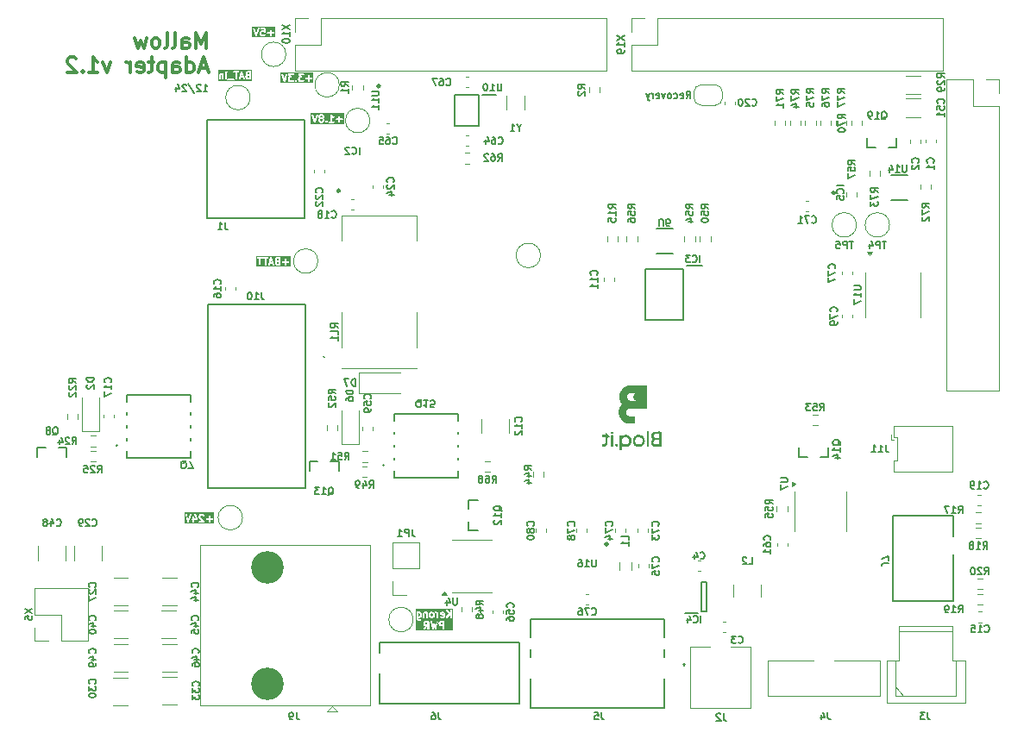
<source format=gbr>
%TF.GenerationSoftware,KiCad,Pcbnew,8.0.5*%
%TF.CreationDate,2024-12-26T16:36:05+00:00*%
%TF.ProjectId,mallow_adapt_v1.2,6d616c6c-6f77-45f6-9164-6170745f7631,rev?*%
%TF.SameCoordinates,Original*%
%TF.FileFunction,Legend,Bot*%
%TF.FilePolarity,Positive*%
%FSLAX46Y46*%
G04 Gerber Fmt 4.6, Leading zero omitted, Abs format (unit mm)*
G04 Created by KiCad (PCBNEW 8.0.5) date 2024-12-26 16:36:05*
%MOMM*%
%LPD*%
G01*
G04 APERTURE LIST*
%ADD10C,0.175000*%
%ADD11C,0.375000*%
%ADD12C,0.150000*%
%ADD13C,0.120000*%
%ADD14C,0.250000*%
%ADD15C,0.152400*%
%ADD16C,0.100000*%
%ADD17C,0.127000*%
%ADD18C,0.000000*%
%ADD19C,0.200000*%
%ADD20C,3.200000*%
G04 APERTURE END LIST*
D10*
G36*
X141892616Y-109583833D02*
G01*
X138978316Y-109583833D01*
X138978316Y-108719777D01*
X139065816Y-108719777D01*
X139069619Y-108736503D01*
X139302953Y-109436503D01*
X139309946Y-109452165D01*
X139314042Y-109456888D01*
X139316839Y-109462481D01*
X139325126Y-109469669D01*
X139332315Y-109477957D01*
X139337907Y-109480753D01*
X139342631Y-109484850D01*
X139353041Y-109488320D01*
X139362853Y-109493226D01*
X139369088Y-109493669D01*
X139375019Y-109495646D01*
X139385963Y-109494868D01*
X139396907Y-109495646D01*
X139402837Y-109493669D01*
X139409074Y-109493226D01*
X139418887Y-109488319D01*
X139429295Y-109484850D01*
X139434018Y-109480753D01*
X139439611Y-109477957D01*
X139446799Y-109469669D01*
X139455087Y-109462481D01*
X139457883Y-109456888D01*
X139461980Y-109452165D01*
X139468973Y-109436503D01*
X139561664Y-109158430D01*
X139700144Y-109158430D01*
X139700144Y-109192570D01*
X139713209Y-109224112D01*
X139737351Y-109248254D01*
X139768893Y-109261319D01*
X139785963Y-109263000D01*
X139798463Y-109263000D01*
X139798463Y-109408833D01*
X139800144Y-109425903D01*
X139813209Y-109457445D01*
X139837351Y-109481587D01*
X139868893Y-109494652D01*
X139903033Y-109494652D01*
X139934575Y-109481587D01*
X139958717Y-109457445D01*
X139971782Y-109425903D01*
X139973463Y-109408833D01*
X139973463Y-109263000D01*
X140219296Y-109263000D01*
X140227935Y-109262149D01*
X140230240Y-109262313D01*
X140231903Y-109261758D01*
X140236366Y-109261319D01*
X140249324Y-109255951D01*
X140262628Y-109251517D01*
X140265002Y-109249457D01*
X140267908Y-109248254D01*
X140277825Y-109238336D01*
X140288420Y-109229148D01*
X140289826Y-109226335D01*
X140292050Y-109224112D01*
X140297417Y-109211153D01*
X140303689Y-109198611D01*
X140303911Y-109195474D01*
X140305115Y-109192570D01*
X140305115Y-109178543D01*
X140306109Y-109164556D01*
X140305115Y-109160184D01*
X140305115Y-109158430D01*
X140304230Y-109156295D01*
X140302306Y-109147830D01*
X140200418Y-108842166D01*
X140398463Y-108842166D01*
X140398463Y-108908833D01*
X140399313Y-108917472D01*
X140399150Y-108919778D01*
X140399839Y-108922809D01*
X140400144Y-108925903D01*
X140401028Y-108928037D01*
X140402953Y-108936503D01*
X140436287Y-109036503D01*
X140443280Y-109052165D01*
X140445338Y-109054538D01*
X140446543Y-109057446D01*
X140457425Y-109070705D01*
X140708053Y-109321333D01*
X140485963Y-109321333D01*
X140468893Y-109323014D01*
X140437351Y-109336079D01*
X140413209Y-109360221D01*
X140400144Y-109391763D01*
X140400144Y-109425903D01*
X140413209Y-109457445D01*
X140437351Y-109481587D01*
X140468893Y-109494652D01*
X140485963Y-109496333D01*
X140919297Y-109496333D01*
X140936367Y-109494652D01*
X140967909Y-109481587D01*
X140992051Y-109457445D01*
X141005116Y-109425903D01*
X141005116Y-109391763D01*
X140992051Y-109360221D01*
X140992050Y-109360220D01*
X140981169Y-109346961D01*
X140759304Y-109125096D01*
X141100145Y-109125096D01*
X141100145Y-109159236D01*
X141113210Y-109190778D01*
X141137352Y-109214920D01*
X141168894Y-109227985D01*
X141185964Y-109229666D01*
X141365130Y-109229666D01*
X141365130Y-109408833D01*
X141366811Y-109425903D01*
X141379876Y-109457445D01*
X141404018Y-109481587D01*
X141435560Y-109494652D01*
X141469700Y-109494652D01*
X141501242Y-109481587D01*
X141525384Y-109457445D01*
X141538449Y-109425903D01*
X141540130Y-109408833D01*
X141540130Y-109229666D01*
X141719297Y-109229666D01*
X141736367Y-109227985D01*
X141767909Y-109214920D01*
X141792051Y-109190778D01*
X141805116Y-109159236D01*
X141805116Y-109125096D01*
X141792051Y-109093554D01*
X141767909Y-109069412D01*
X141736367Y-109056347D01*
X141719297Y-109054666D01*
X141540130Y-109054666D01*
X141540130Y-108875500D01*
X141538449Y-108858430D01*
X141525384Y-108826888D01*
X141501242Y-108802746D01*
X141469700Y-108789681D01*
X141435560Y-108789681D01*
X141404018Y-108802746D01*
X141379876Y-108826888D01*
X141366811Y-108858430D01*
X141365130Y-108875500D01*
X141365130Y-109054666D01*
X141185964Y-109054666D01*
X141168894Y-109056347D01*
X141137352Y-109069412D01*
X141113210Y-109093554D01*
X141100145Y-109125096D01*
X140759304Y-109125096D01*
X140595774Y-108961566D01*
X140573463Y-108894633D01*
X140573463Y-108862822D01*
X140591208Y-108827331D01*
X140604461Y-108814078D01*
X140639954Y-108796333D01*
X140765307Y-108796333D01*
X140800797Y-108814078D01*
X140824090Y-108837371D01*
X140837349Y-108848253D01*
X140868891Y-108861319D01*
X140903033Y-108861319D01*
X140934575Y-108848254D01*
X140958716Y-108824114D01*
X140971782Y-108792572D01*
X140971782Y-108758431D01*
X140958717Y-108726888D01*
X140947836Y-108713629D01*
X140914503Y-108680295D01*
X140907790Y-108674785D01*
X140906277Y-108673041D01*
X140903647Y-108671385D01*
X140901244Y-108669413D01*
X140899109Y-108668528D01*
X140891761Y-108663903D01*
X140825094Y-108630570D01*
X140809074Y-108624440D01*
X140805937Y-108624217D01*
X140803033Y-108623014D01*
X140785963Y-108621333D01*
X140619297Y-108621333D01*
X140602227Y-108623014D01*
X140599322Y-108624217D01*
X140596186Y-108624440D01*
X140580167Y-108630570D01*
X140513499Y-108663903D01*
X140506151Y-108668528D01*
X140504016Y-108669413D01*
X140501612Y-108671385D01*
X140498983Y-108673041D01*
X140497469Y-108674785D01*
X140490757Y-108680295D01*
X140457424Y-108713629D01*
X140451917Y-108720339D01*
X140450173Y-108721852D01*
X140448517Y-108724482D01*
X140446543Y-108726888D01*
X140445658Y-108729023D01*
X140441035Y-108736368D01*
X140407701Y-108803034D01*
X140401570Y-108819053D01*
X140401346Y-108822191D01*
X140400144Y-108825096D01*
X140398463Y-108842166D01*
X140200418Y-108842166D01*
X140135640Y-108647830D01*
X140128647Y-108632168D01*
X140106278Y-108606376D01*
X140075741Y-108591107D01*
X140041686Y-108588687D01*
X140009298Y-108599483D01*
X139983506Y-108621852D01*
X139968237Y-108652389D01*
X139965817Y-108686444D01*
X139969620Y-108703170D01*
X140097896Y-109088000D01*
X139973463Y-109088000D01*
X139973463Y-108942166D01*
X139971782Y-108925096D01*
X139958717Y-108893554D01*
X139934575Y-108869412D01*
X139903033Y-108856347D01*
X139868893Y-108856347D01*
X139837351Y-108869412D01*
X139813209Y-108893554D01*
X139800144Y-108925096D01*
X139798463Y-108942166D01*
X139798463Y-109088000D01*
X139785963Y-109088000D01*
X139768893Y-109089681D01*
X139737351Y-109102746D01*
X139713209Y-109126888D01*
X139700144Y-109158430D01*
X139561664Y-109158430D01*
X139702306Y-108736503D01*
X139706109Y-108719777D01*
X139703689Y-108685722D01*
X139688420Y-108655185D01*
X139662628Y-108632816D01*
X139630240Y-108622020D01*
X139596186Y-108624440D01*
X139565648Y-108639708D01*
X139543279Y-108665500D01*
X139536286Y-108681163D01*
X139385962Y-109132133D01*
X139235639Y-108681163D01*
X139228646Y-108665501D01*
X139206277Y-108639709D01*
X139175739Y-108624440D01*
X139141685Y-108622020D01*
X139109297Y-108632816D01*
X139083505Y-108655185D01*
X139068236Y-108685723D01*
X139065816Y-108719777D01*
X138978316Y-108719777D01*
X138978316Y-108501187D01*
X141892616Y-108501187D01*
X141892616Y-109583833D01*
G37*
G36*
X152517464Y-69864078D02*
G01*
X152530718Y-69877332D01*
X152548463Y-69912821D01*
X152548463Y-70004845D01*
X152530718Y-70040333D01*
X152517464Y-70053587D01*
X152481974Y-70071333D01*
X152389954Y-70071333D01*
X152354461Y-70053587D01*
X152341208Y-70040334D01*
X152323463Y-70004843D01*
X152323463Y-69912822D01*
X152341208Y-69877331D01*
X152354461Y-69864078D01*
X152389954Y-69846333D01*
X152481974Y-69846333D01*
X152517464Y-69864078D01*
G37*
G36*
X152517464Y-69564078D02*
G01*
X152530718Y-69577332D01*
X152546469Y-69608833D01*
X152530718Y-69640333D01*
X152517464Y-69653587D01*
X152481974Y-69671333D01*
X152389954Y-69671333D01*
X152354461Y-69653587D01*
X152341208Y-69640334D01*
X152325457Y-69608833D01*
X152341208Y-69577331D01*
X152354461Y-69564078D01*
X152389954Y-69546333D01*
X152481974Y-69546333D01*
X152517464Y-69564078D01*
G37*
G36*
X154642616Y-70333833D02*
G01*
X151394983Y-70333833D01*
X151394983Y-69469777D01*
X151482483Y-69469777D01*
X151486286Y-69486503D01*
X151719620Y-70186503D01*
X151726613Y-70202165D01*
X151730709Y-70206888D01*
X151733506Y-70212481D01*
X151741793Y-70219669D01*
X151748982Y-70227957D01*
X151754574Y-70230753D01*
X151759298Y-70234850D01*
X151769708Y-70238320D01*
X151779520Y-70243226D01*
X151785755Y-70243669D01*
X151791686Y-70245646D01*
X151802630Y-70244868D01*
X151813574Y-70245646D01*
X151819504Y-70243669D01*
X151825741Y-70243226D01*
X151835554Y-70238319D01*
X151845962Y-70234850D01*
X151850685Y-70230753D01*
X151856278Y-70227957D01*
X151863466Y-70219669D01*
X151871754Y-70212481D01*
X151874550Y-70206888D01*
X151878647Y-70202165D01*
X151885640Y-70186503D01*
X152083752Y-69592166D01*
X152148463Y-69592166D01*
X152148463Y-69625500D01*
X152150144Y-69642570D01*
X152151346Y-69645474D01*
X152151570Y-69648613D01*
X152157701Y-69664632D01*
X152191035Y-69731298D01*
X152195658Y-69738642D01*
X152196543Y-69740778D01*
X152198517Y-69743183D01*
X152200173Y-69745814D01*
X152201917Y-69747326D01*
X152207424Y-69754037D01*
X152212219Y-69758833D01*
X152207424Y-69763629D01*
X152201917Y-69770339D01*
X152200173Y-69771852D01*
X152198517Y-69774482D01*
X152196543Y-69776888D01*
X152195658Y-69779023D01*
X152191035Y-69786368D01*
X152157701Y-69853034D01*
X152151570Y-69869053D01*
X152151346Y-69872191D01*
X152150144Y-69875096D01*
X152148463Y-69892166D01*
X152148463Y-70025500D01*
X152150144Y-70042570D01*
X152151346Y-70045474D01*
X152151570Y-70048613D01*
X152157701Y-70064632D01*
X152191035Y-70131298D01*
X152195658Y-70138642D01*
X152196543Y-70140778D01*
X152198517Y-70143183D01*
X152200173Y-70145814D01*
X152201917Y-70147326D01*
X152207424Y-70154037D01*
X152240757Y-70187371D01*
X152247469Y-70192880D01*
X152248983Y-70194625D01*
X152251612Y-70196280D01*
X152254016Y-70198253D01*
X152256151Y-70199137D01*
X152263499Y-70203763D01*
X152330167Y-70237096D01*
X152346186Y-70243226D01*
X152349322Y-70243448D01*
X152352227Y-70244652D01*
X152369297Y-70246333D01*
X152502630Y-70246333D01*
X152519700Y-70244652D01*
X152522604Y-70243448D01*
X152525741Y-70243226D01*
X152541761Y-70237096D01*
X152608428Y-70203763D01*
X152615776Y-70199137D01*
X152617911Y-70198253D01*
X152620314Y-70196280D01*
X152622944Y-70194625D01*
X152624457Y-70192880D01*
X152631170Y-70187371D01*
X152664503Y-70154037D01*
X152670010Y-70147326D01*
X152671755Y-70145813D01*
X152673410Y-70143182D01*
X152675384Y-70140778D01*
X152676268Y-70138642D01*
X152680892Y-70131297D01*
X152692326Y-70108429D01*
X152816811Y-70108429D01*
X152816811Y-70142571D01*
X152829876Y-70174113D01*
X152840758Y-70187372D01*
X152874091Y-70220705D01*
X152887350Y-70231587D01*
X152918892Y-70244652D01*
X152918893Y-70244652D01*
X152953033Y-70244652D01*
X152953034Y-70244652D01*
X152984576Y-70231587D01*
X152997835Y-70220705D01*
X153031168Y-70187372D01*
X153042050Y-70174113D01*
X153055115Y-70142571D01*
X153055115Y-70141763D01*
X153150144Y-70141763D01*
X153150144Y-70175903D01*
X153163209Y-70207445D01*
X153187351Y-70231587D01*
X153218893Y-70244652D01*
X153235963Y-70246333D01*
X153635963Y-70246333D01*
X153653033Y-70244652D01*
X153684575Y-70231587D01*
X153708717Y-70207445D01*
X153721782Y-70175903D01*
X153721782Y-70141763D01*
X153708717Y-70110221D01*
X153684575Y-70086079D01*
X153653033Y-70073014D01*
X153635963Y-70071333D01*
X153523463Y-70071333D01*
X153523463Y-69875096D01*
X153850145Y-69875096D01*
X153850145Y-69909236D01*
X153863210Y-69940778D01*
X153887352Y-69964920D01*
X153918894Y-69977985D01*
X153935964Y-69979666D01*
X154115130Y-69979666D01*
X154115130Y-70158833D01*
X154116811Y-70175903D01*
X154129876Y-70207445D01*
X154154018Y-70231587D01*
X154185560Y-70244652D01*
X154219700Y-70244652D01*
X154251242Y-70231587D01*
X154275384Y-70207445D01*
X154288449Y-70175903D01*
X154290130Y-70158833D01*
X154290130Y-69979666D01*
X154469297Y-69979666D01*
X154486367Y-69977985D01*
X154517909Y-69964920D01*
X154542051Y-69940778D01*
X154555116Y-69909236D01*
X154555116Y-69875096D01*
X154542051Y-69843554D01*
X154517909Y-69819412D01*
X154486367Y-69806347D01*
X154469297Y-69804666D01*
X154290130Y-69804666D01*
X154290130Y-69625500D01*
X154288449Y-69608430D01*
X154275384Y-69576888D01*
X154251242Y-69552746D01*
X154219700Y-69539681D01*
X154185560Y-69539681D01*
X154154018Y-69552746D01*
X154129876Y-69576888D01*
X154116811Y-69608430D01*
X154115130Y-69625500D01*
X154115130Y-69804666D01*
X153935964Y-69804666D01*
X153918894Y-69806347D01*
X153887352Y-69819412D01*
X153863210Y-69843554D01*
X153850145Y-69875096D01*
X153523463Y-69875096D01*
X153523463Y-69699542D01*
X153530166Y-69703762D01*
X153596832Y-69737095D01*
X153612852Y-69743226D01*
X153646906Y-69745646D01*
X153679296Y-69734850D01*
X153705088Y-69712480D01*
X153720356Y-69681945D01*
X153722776Y-69647890D01*
X153711980Y-69615500D01*
X153689610Y-69589708D01*
X153675094Y-69580571D01*
X153621130Y-69553589D01*
X153570627Y-69503086D01*
X153508767Y-69410297D01*
X153508729Y-69410251D01*
X153508717Y-69410221D01*
X153508649Y-69410153D01*
X153497900Y-69397026D01*
X153490700Y-69392204D01*
X153484575Y-69386079D01*
X153476654Y-69382798D01*
X153469533Y-69378029D01*
X153461038Y-69376330D01*
X153453033Y-69373014D01*
X153444459Y-69373014D01*
X153436054Y-69371333D01*
X153427557Y-69373014D01*
X153418893Y-69373014D01*
X153410970Y-69376295D01*
X153402562Y-69377959D01*
X153395354Y-69382763D01*
X153387351Y-69386079D01*
X153381289Y-69392140D01*
X153374156Y-69396896D01*
X153369334Y-69404095D01*
X153363209Y-69410221D01*
X153359928Y-69418141D01*
X153355159Y-69425263D01*
X153353460Y-69433757D01*
X153350144Y-69441763D01*
X153348480Y-69458653D01*
X153348463Y-69458742D01*
X153348468Y-69458772D01*
X153348463Y-69458833D01*
X153348463Y-70071333D01*
X153235963Y-70071333D01*
X153218893Y-70073014D01*
X153187351Y-70086079D01*
X153163209Y-70110221D01*
X153150144Y-70141763D01*
X153055115Y-70141763D01*
X153055115Y-70108429D01*
X153042050Y-70076887D01*
X153042045Y-70076882D01*
X153031169Y-70063629D01*
X152997836Y-70030295D01*
X152984577Y-70019413D01*
X152972854Y-70014557D01*
X152953033Y-70006347D01*
X152918891Y-70006347D01*
X152887349Y-70019413D01*
X152874090Y-70030295D01*
X152840757Y-70063629D01*
X152829880Y-70076882D01*
X152829876Y-70076887D01*
X152816811Y-70108429D01*
X152692326Y-70108429D01*
X152714225Y-70064631D01*
X152720356Y-70048611D01*
X152720578Y-70045474D01*
X152721782Y-70042570D01*
X152723463Y-70025500D01*
X152723463Y-69892166D01*
X152721782Y-69875096D01*
X152720578Y-69872191D01*
X152720356Y-69869055D01*
X152714225Y-69853035D01*
X152680892Y-69786369D01*
X152676268Y-69779023D01*
X152675384Y-69776888D01*
X152673410Y-69774483D01*
X152671755Y-69771853D01*
X152670010Y-69770339D01*
X152664503Y-69763629D01*
X152659707Y-69758833D01*
X152664503Y-69754037D01*
X152670010Y-69747326D01*
X152671755Y-69745813D01*
X152673410Y-69743182D01*
X152675384Y-69740778D01*
X152676268Y-69738642D01*
X152680892Y-69731297D01*
X152714225Y-69664631D01*
X152720356Y-69648611D01*
X152720578Y-69645474D01*
X152721782Y-69642570D01*
X152723463Y-69625500D01*
X152723463Y-69592166D01*
X152721782Y-69575096D01*
X152720578Y-69572191D01*
X152720356Y-69569055D01*
X152714225Y-69553035D01*
X152680892Y-69486369D01*
X152676268Y-69479023D01*
X152675384Y-69476888D01*
X152673410Y-69474483D01*
X152671755Y-69471853D01*
X152670010Y-69470339D01*
X152664503Y-69463629D01*
X152631170Y-69430295D01*
X152624457Y-69424785D01*
X152622944Y-69423041D01*
X152620314Y-69421385D01*
X152617911Y-69419413D01*
X152615776Y-69418528D01*
X152608428Y-69413903D01*
X152541761Y-69380570D01*
X152525741Y-69374440D01*
X152522604Y-69374217D01*
X152519700Y-69373014D01*
X152502630Y-69371333D01*
X152369297Y-69371333D01*
X152352227Y-69373014D01*
X152349322Y-69374217D01*
X152346186Y-69374440D01*
X152330167Y-69380570D01*
X152263499Y-69413903D01*
X152256151Y-69418528D01*
X152254016Y-69419413D01*
X152251612Y-69421385D01*
X152248983Y-69423041D01*
X152247469Y-69424785D01*
X152240757Y-69430295D01*
X152207424Y-69463629D01*
X152201917Y-69470339D01*
X152200173Y-69471852D01*
X152198517Y-69474482D01*
X152196543Y-69476888D01*
X152195658Y-69479023D01*
X152191035Y-69486368D01*
X152157701Y-69553034D01*
X152151570Y-69569053D01*
X152151346Y-69572191D01*
X152150144Y-69575096D01*
X152148463Y-69592166D01*
X152083752Y-69592166D01*
X152118973Y-69486503D01*
X152122776Y-69469777D01*
X152120356Y-69435722D01*
X152105087Y-69405185D01*
X152079295Y-69382816D01*
X152046907Y-69372020D01*
X152012853Y-69374440D01*
X151982315Y-69389708D01*
X151959946Y-69415500D01*
X151952953Y-69431163D01*
X151802629Y-69882133D01*
X151652306Y-69431163D01*
X151645313Y-69415501D01*
X151622944Y-69389709D01*
X151592406Y-69374440D01*
X151558352Y-69372020D01*
X151525964Y-69382816D01*
X151500172Y-69405185D01*
X151484903Y-69435723D01*
X151482483Y-69469777D01*
X151394983Y-69469777D01*
X151394983Y-69283833D01*
X154642616Y-69283833D01*
X154642616Y-70333833D01*
G37*
G36*
X162846928Y-119488000D02*
G01*
X162688418Y-119488000D01*
X162652926Y-119470254D01*
X162639673Y-119457000D01*
X162621928Y-119421509D01*
X162621928Y-119362821D01*
X162639672Y-119327333D01*
X162652928Y-119314077D01*
X162688416Y-119296333D01*
X162846928Y-119296333D01*
X162846928Y-119488000D01*
G37*
G36*
X164346928Y-119488000D02*
G01*
X164188418Y-119488000D01*
X164152926Y-119470254D01*
X164139673Y-119457000D01*
X164121928Y-119421509D01*
X164121928Y-119362821D01*
X164139672Y-119327333D01*
X164152928Y-119314077D01*
X164188416Y-119296333D01*
X164346928Y-119296333D01*
X164346928Y-119488000D01*
G37*
G36*
X162065929Y-118420451D02*
G01*
X162079181Y-118433703D01*
X162096928Y-118469196D01*
X162096928Y-118627885D01*
X162079183Y-118663373D01*
X162065929Y-118676627D01*
X162030439Y-118694373D01*
X161938595Y-118694373D01*
X161938595Y-118402706D01*
X162030439Y-118402706D01*
X162065929Y-118420451D01*
G37*
G36*
X163332595Y-118420451D02*
G01*
X163345847Y-118433703D01*
X163363594Y-118469196D01*
X163363594Y-118627885D01*
X163345849Y-118663373D01*
X163332595Y-118676627D01*
X163297105Y-118694373D01*
X163238418Y-118694373D01*
X163202925Y-118676627D01*
X163189672Y-118663373D01*
X163171928Y-118627885D01*
X163171928Y-118469196D01*
X163189673Y-118433704D01*
X163202926Y-118420451D01*
X163238417Y-118402706D01*
X163297105Y-118402706D01*
X163332595Y-118420451D01*
G37*
G36*
X164385875Y-118413758D02*
G01*
X164396927Y-118435861D01*
X164396927Y-118441806D01*
X164251656Y-118412752D01*
X164271750Y-118402706D01*
X164363771Y-118402706D01*
X164385875Y-118413758D01*
G37*
G36*
X165326094Y-120083813D02*
G01*
X161676095Y-120083813D01*
X161676095Y-119342166D01*
X162446928Y-119342166D01*
X162446928Y-119442166D01*
X162448609Y-119459236D01*
X162449812Y-119462140D01*
X162450035Y-119465277D01*
X162456165Y-119481297D01*
X162489498Y-119547964D01*
X162494123Y-119555312D01*
X162495008Y-119557447D01*
X162496980Y-119559850D01*
X162498636Y-119562480D01*
X162500380Y-119563993D01*
X162505890Y-119570706D01*
X162539224Y-119604039D01*
X162545934Y-119609545D01*
X162547447Y-119611290D01*
X162550077Y-119612945D01*
X162552483Y-119614920D01*
X162554618Y-119615804D01*
X162561963Y-119620428D01*
X162611992Y-119645443D01*
X162462745Y-119858655D01*
X162454333Y-119873603D01*
X162446948Y-119906936D01*
X162452882Y-119940558D01*
X162471230Y-119969350D01*
X162499198Y-119988928D01*
X162532531Y-119996313D01*
X162566153Y-119990379D01*
X162594945Y-119972031D01*
X162606111Y-119959011D01*
X162813319Y-119663000D01*
X162846928Y-119663000D01*
X162846928Y-119908833D01*
X162848609Y-119925903D01*
X162861674Y-119957445D01*
X162885816Y-119981587D01*
X162917358Y-119994652D01*
X162951498Y-119994652D01*
X162983040Y-119981587D01*
X163007182Y-119957445D01*
X163020247Y-119925903D01*
X163021928Y-119908833D01*
X163021928Y-119212105D01*
X163113656Y-119212105D01*
X163115974Y-119229100D01*
X163282641Y-119929100D01*
X163284658Y-119934953D01*
X163284938Y-119937058D01*
X163286039Y-119938959D01*
X163288230Y-119945317D01*
X163295678Y-119955609D01*
X163302044Y-119966605D01*
X163305611Y-119969335D01*
X163308245Y-119972975D01*
X163319066Y-119979634D01*
X163329155Y-119987356D01*
X163333496Y-119988513D01*
X163337322Y-119990868D01*
X163349862Y-119992878D01*
X163362142Y-119996153D01*
X163366597Y-119995560D01*
X163371033Y-119996272D01*
X163383392Y-119993329D01*
X163395986Y-119991656D01*
X163399872Y-119989405D01*
X163404244Y-119988365D01*
X163414536Y-119980916D01*
X163425533Y-119974550D01*
X163428264Y-119970981D01*
X163431902Y-119968349D01*
X163438559Y-119957531D01*
X163446284Y-119947439D01*
X163448646Y-119941140D01*
X163449796Y-119939272D01*
X163450131Y-119937180D01*
X163452307Y-119931379D01*
X163501094Y-119748425D01*
X163549882Y-119931378D01*
X163552057Y-119937179D01*
X163552393Y-119939272D01*
X163553543Y-119941141D01*
X163555905Y-119947439D01*
X163563628Y-119957529D01*
X163570287Y-119968349D01*
X163573925Y-119970982D01*
X163576656Y-119974549D01*
X163587652Y-119980915D01*
X163597945Y-119988364D01*
X163602313Y-119989404D01*
X163606203Y-119991656D01*
X163618796Y-119993328D01*
X163631156Y-119996272D01*
X163635594Y-119995560D01*
X163640047Y-119996152D01*
X163652320Y-119992879D01*
X163664867Y-119990868D01*
X163668692Y-119988513D01*
X163673034Y-119987356D01*
X163683124Y-119979632D01*
X163693944Y-119972974D01*
X163696577Y-119969335D01*
X163700144Y-119966605D01*
X163706509Y-119955610D01*
X163713959Y-119945316D01*
X163716151Y-119938956D01*
X163717251Y-119937057D01*
X163717530Y-119934956D01*
X163719549Y-119929100D01*
X163859295Y-119342166D01*
X163946928Y-119342166D01*
X163946928Y-119442166D01*
X163948609Y-119459236D01*
X163949812Y-119462140D01*
X163950035Y-119465277D01*
X163956165Y-119481297D01*
X163989498Y-119547964D01*
X163994123Y-119555312D01*
X163995008Y-119557447D01*
X163996980Y-119559850D01*
X163998636Y-119562480D01*
X164000380Y-119563993D01*
X164005890Y-119570706D01*
X164039224Y-119604039D01*
X164045934Y-119609545D01*
X164047447Y-119611290D01*
X164050077Y-119612945D01*
X164052483Y-119614920D01*
X164054618Y-119615804D01*
X164061963Y-119620428D01*
X164128629Y-119653762D01*
X164144648Y-119659892D01*
X164147784Y-119660114D01*
X164150691Y-119661319D01*
X164167761Y-119663000D01*
X164346928Y-119663000D01*
X164346928Y-119908833D01*
X164348609Y-119925903D01*
X164361674Y-119957445D01*
X164385816Y-119981587D01*
X164417358Y-119994652D01*
X164451498Y-119994652D01*
X164483040Y-119981587D01*
X164507182Y-119957445D01*
X164520247Y-119925903D01*
X164521928Y-119908833D01*
X164521928Y-119208833D01*
X164520247Y-119191763D01*
X164507182Y-119160221D01*
X164483040Y-119136079D01*
X164451498Y-119123014D01*
X164434428Y-119121333D01*
X164167761Y-119121333D01*
X164150691Y-119123014D01*
X164147786Y-119124217D01*
X164144650Y-119124440D01*
X164128630Y-119130571D01*
X164061964Y-119163904D01*
X164054616Y-119168528D01*
X164052482Y-119169413D01*
X164050079Y-119171384D01*
X164047448Y-119173041D01*
X164045934Y-119174786D01*
X164039223Y-119180294D01*
X164005889Y-119213628D01*
X164000379Y-119220340D01*
X163998636Y-119221853D01*
X163996982Y-119224480D01*
X163995007Y-119226887D01*
X163994121Y-119229025D01*
X163989499Y-119236369D01*
X163956166Y-119303035D01*
X163950035Y-119319054D01*
X163949812Y-119322191D01*
X163948609Y-119325096D01*
X163946928Y-119342166D01*
X163859295Y-119342166D01*
X163886216Y-119229100D01*
X163888534Y-119212105D01*
X163883130Y-119178394D01*
X163865236Y-119149317D01*
X163837578Y-119129301D01*
X163804367Y-119121394D01*
X163770656Y-119126798D01*
X163741579Y-119144691D01*
X163721564Y-119172350D01*
X163715975Y-119188566D01*
X163629625Y-119551231D01*
X163585641Y-119386288D01*
X163584141Y-119382289D01*
X163583918Y-119380608D01*
X163582762Y-119378612D01*
X163579618Y-119370227D01*
X163572598Y-119361056D01*
X163566812Y-119351061D01*
X163562311Y-119347616D01*
X163558867Y-119343116D01*
X163548871Y-119337329D01*
X163539701Y-119330310D01*
X163534224Y-119328849D01*
X163529320Y-119326010D01*
X163517873Y-119324489D01*
X163506714Y-119321513D01*
X163501095Y-119322259D01*
X163495476Y-119321513D01*
X163484315Y-119324489D01*
X163472871Y-119326010D01*
X163467966Y-119328849D01*
X163462489Y-119330310D01*
X163453317Y-119337329D01*
X163443323Y-119343116D01*
X163439878Y-119347616D01*
X163435378Y-119351061D01*
X163429591Y-119361056D01*
X163422572Y-119370227D01*
X163419428Y-119378610D01*
X163418272Y-119380608D01*
X163418048Y-119382291D01*
X163416550Y-119386287D01*
X163372564Y-119551231D01*
X163286216Y-119188566D01*
X163280627Y-119172350D01*
X163260611Y-119144692D01*
X163231534Y-119126798D01*
X163197823Y-119121394D01*
X163164612Y-119129301D01*
X163136954Y-119149317D01*
X163119060Y-119178394D01*
X163113656Y-119212105D01*
X163021928Y-119212105D01*
X163021928Y-119208833D01*
X163020247Y-119191763D01*
X163007182Y-119160221D01*
X162983040Y-119136079D01*
X162951498Y-119123014D01*
X162934428Y-119121333D01*
X162667761Y-119121333D01*
X162650691Y-119123014D01*
X162647786Y-119124217D01*
X162644650Y-119124440D01*
X162628630Y-119130571D01*
X162561964Y-119163904D01*
X162554616Y-119168528D01*
X162552482Y-119169413D01*
X162550079Y-119171384D01*
X162547448Y-119173041D01*
X162545934Y-119174786D01*
X162539223Y-119180294D01*
X162505889Y-119213628D01*
X162500379Y-119220340D01*
X162498636Y-119221853D01*
X162496982Y-119224480D01*
X162495007Y-119226887D01*
X162494121Y-119229025D01*
X162489499Y-119236369D01*
X162456166Y-119303035D01*
X162450035Y-119319054D01*
X162449812Y-119322191D01*
X162448609Y-119325096D01*
X162446928Y-119342166D01*
X161676095Y-119342166D01*
X161676095Y-118315206D01*
X161763595Y-118315206D01*
X161763595Y-118881873D01*
X161765276Y-118898943D01*
X161766479Y-118901847D01*
X161766702Y-118904984D01*
X161772832Y-118921004D01*
X161806165Y-118987671D01*
X161810790Y-118995019D01*
X161811675Y-118997154D01*
X161813647Y-118999557D01*
X161815303Y-119002187D01*
X161817047Y-119003700D01*
X161822557Y-119010413D01*
X161855891Y-119043746D01*
X161862601Y-119049253D01*
X161864115Y-119050998D01*
X161866745Y-119052653D01*
X161869150Y-119054627D01*
X161871285Y-119055511D01*
X161878631Y-119060135D01*
X161945297Y-119093468D01*
X161961317Y-119099599D01*
X161964453Y-119099821D01*
X161967358Y-119101025D01*
X161984428Y-119102706D01*
X162084428Y-119102706D01*
X162101498Y-119101025D01*
X162104402Y-119099821D01*
X162107539Y-119099599D01*
X162123559Y-119093469D01*
X162190226Y-119060136D01*
X162204742Y-119050998D01*
X162227111Y-119025207D01*
X162237908Y-118992817D01*
X162235488Y-118958762D01*
X162220220Y-118928226D01*
X162194429Y-118905857D01*
X162162039Y-118895060D01*
X162127984Y-118897480D01*
X162111965Y-118903610D01*
X162063772Y-118927706D01*
X162005083Y-118927706D01*
X161969594Y-118909961D01*
X161956340Y-118896707D01*
X161942673Y-118869373D01*
X162051095Y-118869373D01*
X162068165Y-118867692D01*
X162071069Y-118866488D01*
X162074206Y-118866266D01*
X162090226Y-118860136D01*
X162156893Y-118826803D01*
X162164241Y-118822177D01*
X162166376Y-118821293D01*
X162168779Y-118819320D01*
X162171409Y-118817665D01*
X162172922Y-118815920D01*
X162179635Y-118810411D01*
X162212968Y-118777077D01*
X162218475Y-118770366D01*
X162220220Y-118768853D01*
X162221875Y-118766222D01*
X162223849Y-118763818D01*
X162224733Y-118761682D01*
X162229357Y-118754337D01*
X162262690Y-118687671D01*
X162268821Y-118671651D01*
X162269043Y-118668514D01*
X162270247Y-118665610D01*
X162271928Y-118648540D01*
X162271928Y-118448540D01*
X162270247Y-118431470D01*
X162269043Y-118428565D01*
X162268821Y-118425429D01*
X162264909Y-118415206D01*
X162396928Y-118415206D01*
X162396928Y-118781873D01*
X162398609Y-118798943D01*
X162411674Y-118830485D01*
X162435816Y-118854627D01*
X162467358Y-118867692D01*
X162501498Y-118867692D01*
X162533040Y-118854627D01*
X162557182Y-118830485D01*
X162570247Y-118798943D01*
X162571928Y-118781873D01*
X162571928Y-118435861D01*
X162582979Y-118413758D01*
X162605084Y-118402706D01*
X162663772Y-118402706D01*
X162696928Y-118419284D01*
X162696928Y-118781873D01*
X162698609Y-118798943D01*
X162711674Y-118830485D01*
X162735816Y-118854627D01*
X162767358Y-118867692D01*
X162801498Y-118867692D01*
X162833040Y-118854627D01*
X162857182Y-118830485D01*
X162870247Y-118798943D01*
X162871928Y-118781873D01*
X162871928Y-118448540D01*
X162996928Y-118448540D01*
X162996928Y-118648540D01*
X162998609Y-118665610D01*
X162999812Y-118668514D01*
X163000035Y-118671652D01*
X163006166Y-118687671D01*
X163039499Y-118754337D01*
X163044122Y-118761681D01*
X163045007Y-118763818D01*
X163046980Y-118766222D01*
X163048636Y-118768853D01*
X163050381Y-118770366D01*
X163055888Y-118777077D01*
X163089221Y-118810411D01*
X163095933Y-118815920D01*
X163097447Y-118817665D01*
X163100076Y-118819320D01*
X163102480Y-118821293D01*
X163104615Y-118822177D01*
X163111963Y-118826803D01*
X163178631Y-118860136D01*
X163194650Y-118866266D01*
X163197786Y-118866488D01*
X163200691Y-118867692D01*
X163217761Y-118869373D01*
X163317761Y-118869373D01*
X163334831Y-118867692D01*
X163337735Y-118866488D01*
X163340872Y-118866266D01*
X163356892Y-118860136D01*
X163423559Y-118826803D01*
X163430907Y-118822177D01*
X163433042Y-118821293D01*
X163435445Y-118819320D01*
X163438075Y-118817665D01*
X163439588Y-118815920D01*
X163446301Y-118810411D01*
X163479634Y-118777077D01*
X163485141Y-118770366D01*
X163486886Y-118768853D01*
X163488541Y-118766222D01*
X163490515Y-118763818D01*
X163491399Y-118761682D01*
X163496023Y-118754337D01*
X163529356Y-118687671D01*
X163535487Y-118671651D01*
X163535709Y-118668514D01*
X163536913Y-118665610D01*
X163538594Y-118648540D01*
X163538594Y-118448540D01*
X163536913Y-118431470D01*
X163535709Y-118428565D01*
X163535487Y-118425429D01*
X163529357Y-118409410D01*
X163496024Y-118342742D01*
X163491400Y-118335396D01*
X163490515Y-118333260D01*
X163488540Y-118330854D01*
X163486886Y-118328226D01*
X163485142Y-118326713D01*
X163479633Y-118320001D01*
X163457768Y-118298136D01*
X163565275Y-118298136D01*
X163565275Y-118332276D01*
X163578340Y-118363818D01*
X163602482Y-118387960D01*
X163634024Y-118401025D01*
X163651094Y-118402706D01*
X163697104Y-118402706D01*
X163732595Y-118420451D01*
X163745848Y-118433704D01*
X163763594Y-118469196D01*
X163763594Y-118781873D01*
X163765275Y-118798943D01*
X163778340Y-118830485D01*
X163802482Y-118854627D01*
X163834024Y-118867692D01*
X163868164Y-118867692D01*
X163899706Y-118854627D01*
X163923848Y-118830485D01*
X163936913Y-118798943D01*
X163938594Y-118781873D01*
X163938594Y-118415206D01*
X164063594Y-118415206D01*
X164063594Y-118481873D01*
X164065275Y-118498943D01*
X164068555Y-118506862D01*
X164070219Y-118515273D01*
X164075024Y-118522481D01*
X164078340Y-118530485D01*
X164084403Y-118536548D01*
X164089158Y-118543680D01*
X164096354Y-118548499D01*
X164102482Y-118554627D01*
X164110401Y-118557907D01*
X164117525Y-118562678D01*
X164133934Y-118567674D01*
X164396927Y-118620273D01*
X164396927Y-118661216D01*
X164385874Y-118683321D01*
X164363771Y-118694373D01*
X164271751Y-118694373D01*
X164223558Y-118670277D01*
X164207538Y-118664147D01*
X164173483Y-118661727D01*
X164141093Y-118672524D01*
X164115302Y-118694893D01*
X164100034Y-118725429D01*
X164097614Y-118759484D01*
X164108411Y-118791874D01*
X164130780Y-118817665D01*
X164145296Y-118826803D01*
X164211964Y-118860136D01*
X164227983Y-118866266D01*
X164231119Y-118866488D01*
X164234024Y-118867692D01*
X164251094Y-118869373D01*
X164384427Y-118869373D01*
X164401497Y-118867692D01*
X164404401Y-118866488D01*
X164407538Y-118866266D01*
X164423558Y-118860136D01*
X164490225Y-118826803D01*
X164493081Y-118825004D01*
X164494428Y-118824556D01*
X164496105Y-118823101D01*
X164504741Y-118817665D01*
X164511930Y-118809376D01*
X164520219Y-118802187D01*
X164525655Y-118793551D01*
X164527110Y-118791874D01*
X164527558Y-118790527D01*
X164529357Y-118787671D01*
X164534637Y-118777110D01*
X164663724Y-118777110D01*
X164668552Y-118810909D01*
X164685947Y-118840286D01*
X164713259Y-118860770D01*
X164746331Y-118869243D01*
X164780130Y-118864415D01*
X164809507Y-118847020D01*
X164821094Y-118834373D01*
X165060560Y-118515083D01*
X165063594Y-118518117D01*
X165063594Y-118781873D01*
X165065275Y-118798943D01*
X165078340Y-118830485D01*
X165102482Y-118854627D01*
X165134024Y-118867692D01*
X165168164Y-118867692D01*
X165199706Y-118854627D01*
X165223848Y-118830485D01*
X165236913Y-118798943D01*
X165238594Y-118781873D01*
X165238594Y-118081873D01*
X165236913Y-118064803D01*
X165223848Y-118033261D01*
X165199706Y-118009119D01*
X165168164Y-117996054D01*
X165134024Y-117996054D01*
X165102482Y-118009119D01*
X165078340Y-118033261D01*
X165065275Y-118064803D01*
X165063594Y-118081873D01*
X165063594Y-118270629D01*
X164812966Y-118020001D01*
X164799707Y-118009119D01*
X164768165Y-117996054D01*
X164734023Y-117996054D01*
X164702481Y-118009119D01*
X164678340Y-118033260D01*
X164665275Y-118064802D01*
X164665275Y-118098944D01*
X164678340Y-118130486D01*
X164689222Y-118143745D01*
X164935560Y-118390083D01*
X164681094Y-118729373D01*
X164672197Y-118744038D01*
X164663724Y-118777110D01*
X164534637Y-118777110D01*
X164562690Y-118721003D01*
X164568820Y-118704984D01*
X164569042Y-118701847D01*
X164570246Y-118698943D01*
X164571927Y-118681873D01*
X164571927Y-118415206D01*
X164570246Y-118398136D01*
X164569042Y-118395231D01*
X164568820Y-118392095D01*
X164562689Y-118376075D01*
X164529356Y-118309409D01*
X164527561Y-118306557D01*
X164527111Y-118305207D01*
X164525652Y-118303525D01*
X164520219Y-118294893D01*
X164511933Y-118287707D01*
X164504742Y-118279415D01*
X164496103Y-118273977D01*
X164494427Y-118272524D01*
X164493080Y-118272075D01*
X164490225Y-118270278D01*
X164423559Y-118236944D01*
X164407539Y-118230813D01*
X164404401Y-118230590D01*
X164401497Y-118229387D01*
X164384427Y-118227706D01*
X164251094Y-118227706D01*
X164234024Y-118229387D01*
X164231119Y-118230590D01*
X164227982Y-118230813D01*
X164211962Y-118236944D01*
X164145295Y-118270278D01*
X164142442Y-118272073D01*
X164141094Y-118272523D01*
X164139415Y-118273978D01*
X164130779Y-118279415D01*
X164123588Y-118287706D01*
X164115302Y-118294893D01*
X164109868Y-118303525D01*
X164108410Y-118305207D01*
X164107959Y-118306557D01*
X164106165Y-118309409D01*
X164072832Y-118376075D01*
X164066701Y-118392094D01*
X164066478Y-118395231D01*
X164065275Y-118398136D01*
X164063594Y-118415206D01*
X163938594Y-118415206D01*
X163938594Y-118315206D01*
X163936913Y-118298136D01*
X163923848Y-118266594D01*
X163899706Y-118242452D01*
X163868164Y-118229387D01*
X163834024Y-118229387D01*
X163802482Y-118242452D01*
X163790957Y-118253976D01*
X163756893Y-118236944D01*
X163740874Y-118230813D01*
X163737735Y-118230589D01*
X163734831Y-118229387D01*
X163717761Y-118227706D01*
X163651094Y-118227706D01*
X163634024Y-118229387D01*
X163602482Y-118242452D01*
X163578340Y-118266594D01*
X163565275Y-118298136D01*
X163457768Y-118298136D01*
X163446300Y-118286668D01*
X163439590Y-118281161D01*
X163438076Y-118279415D01*
X163435445Y-118277759D01*
X163433041Y-118275786D01*
X163430903Y-118274900D01*
X163423559Y-118270278D01*
X163356893Y-118236944D01*
X163340873Y-118230813D01*
X163337735Y-118230590D01*
X163334831Y-118229387D01*
X163317761Y-118227706D01*
X163217761Y-118227706D01*
X163200691Y-118229387D01*
X163197786Y-118230590D01*
X163194649Y-118230813D01*
X163178629Y-118236944D01*
X163111962Y-118270278D01*
X163104617Y-118274901D01*
X163102481Y-118275786D01*
X163100077Y-118277758D01*
X163097446Y-118279415D01*
X163095931Y-118281161D01*
X163089222Y-118286668D01*
X163055889Y-118320001D01*
X163050379Y-118326713D01*
X163048636Y-118328226D01*
X163046981Y-118330854D01*
X163045007Y-118333260D01*
X163044121Y-118335396D01*
X163039498Y-118342742D01*
X163006165Y-118409409D01*
X163000035Y-118425429D01*
X162999812Y-118428565D01*
X162998609Y-118431470D01*
X162996928Y-118448540D01*
X162871928Y-118448540D01*
X162871928Y-118315206D01*
X162870247Y-118298136D01*
X162857182Y-118266594D01*
X162833040Y-118242452D01*
X162801498Y-118229387D01*
X162767358Y-118229387D01*
X162735816Y-118242452D01*
X162735402Y-118242865D01*
X162723560Y-118236944D01*
X162707540Y-118230813D01*
X162704402Y-118230590D01*
X162701498Y-118229387D01*
X162684428Y-118227706D01*
X162584428Y-118227706D01*
X162567358Y-118229387D01*
X162564453Y-118230590D01*
X162561316Y-118230813D01*
X162545296Y-118236944D01*
X162478629Y-118270278D01*
X162475776Y-118272073D01*
X162474428Y-118272523D01*
X162472749Y-118273978D01*
X162464113Y-118279415D01*
X162456922Y-118287706D01*
X162448636Y-118294893D01*
X162443202Y-118303525D01*
X162441744Y-118305207D01*
X162441293Y-118306557D01*
X162439499Y-118309409D01*
X162406166Y-118376075D01*
X162400035Y-118392094D01*
X162399812Y-118395231D01*
X162398609Y-118398136D01*
X162396928Y-118415206D01*
X162264909Y-118415206D01*
X162262691Y-118409410D01*
X162229358Y-118342742D01*
X162224734Y-118335396D01*
X162223849Y-118333260D01*
X162221874Y-118330854D01*
X162220220Y-118328226D01*
X162218476Y-118326713D01*
X162212967Y-118320001D01*
X162179634Y-118286668D01*
X162172924Y-118281161D01*
X162171410Y-118279415D01*
X162168779Y-118277759D01*
X162166375Y-118275786D01*
X162164237Y-118274900D01*
X162156893Y-118270278D01*
X162090227Y-118236944D01*
X162074207Y-118230813D01*
X162071069Y-118230590D01*
X162068165Y-118229387D01*
X162051095Y-118227706D01*
X161917762Y-118227706D01*
X161900692Y-118229387D01*
X161897787Y-118230590D01*
X161894650Y-118230813D01*
X161882673Y-118235396D01*
X161868165Y-118229387D01*
X161834025Y-118229387D01*
X161802483Y-118242452D01*
X161778341Y-118266594D01*
X161765276Y-118298136D01*
X161763595Y-118315206D01*
X161676095Y-118315206D01*
X161676095Y-117908554D01*
X165326094Y-117908554D01*
X165326094Y-120083813D01*
G37*
X140852630Y-67158833D02*
X141252630Y-67158833D01*
X141052630Y-67158833D02*
X141052630Y-66458833D01*
X141052630Y-66458833D02*
X141119297Y-66558833D01*
X141119297Y-66558833D02*
X141185964Y-66625500D01*
X141185964Y-66625500D02*
X141252630Y-66658833D01*
X140585963Y-66525500D02*
X140552630Y-66492166D01*
X140552630Y-66492166D02*
X140485963Y-66458833D01*
X140485963Y-66458833D02*
X140319297Y-66458833D01*
X140319297Y-66458833D02*
X140252630Y-66492166D01*
X140252630Y-66492166D02*
X140219297Y-66525500D01*
X140219297Y-66525500D02*
X140185963Y-66592166D01*
X140185963Y-66592166D02*
X140185963Y-66658833D01*
X140185963Y-66658833D02*
X140219297Y-66758833D01*
X140219297Y-66758833D02*
X140619297Y-67158833D01*
X140619297Y-67158833D02*
X140185963Y-67158833D01*
X139385963Y-66425500D02*
X139985963Y-67325500D01*
X139185963Y-66525500D02*
X139152630Y-66492166D01*
X139152630Y-66492166D02*
X139085963Y-66458833D01*
X139085963Y-66458833D02*
X138919297Y-66458833D01*
X138919297Y-66458833D02*
X138852630Y-66492166D01*
X138852630Y-66492166D02*
X138819297Y-66525500D01*
X138819297Y-66525500D02*
X138785963Y-66592166D01*
X138785963Y-66592166D02*
X138785963Y-66658833D01*
X138785963Y-66658833D02*
X138819297Y-66758833D01*
X138819297Y-66758833D02*
X139219297Y-67158833D01*
X139219297Y-67158833D02*
X138785963Y-67158833D01*
X138185963Y-66692166D02*
X138185963Y-67158833D01*
X138352630Y-66425500D02*
X138519296Y-66925500D01*
X138519296Y-66925500D02*
X138085963Y-66925500D01*
G36*
X151642616Y-66333833D02*
G01*
X148394983Y-66333833D01*
X148394983Y-65469777D01*
X148482483Y-65469777D01*
X148486286Y-65486503D01*
X148719620Y-66186503D01*
X148726613Y-66202165D01*
X148730709Y-66206888D01*
X148733506Y-66212481D01*
X148741793Y-66219669D01*
X148748982Y-66227957D01*
X148754574Y-66230753D01*
X148759298Y-66234850D01*
X148769708Y-66238320D01*
X148779520Y-66243226D01*
X148785755Y-66243669D01*
X148791686Y-66245646D01*
X148802630Y-66244868D01*
X148813574Y-66245646D01*
X148819504Y-66243669D01*
X148825741Y-66243226D01*
X148835554Y-66238319D01*
X148845962Y-66234850D01*
X148850685Y-66230753D01*
X148856278Y-66227957D01*
X148863466Y-66219669D01*
X148871754Y-66212481D01*
X148874550Y-66206888D01*
X148878647Y-66202165D01*
X148885640Y-66186503D01*
X148994863Y-65858833D01*
X149148463Y-65858833D01*
X149148463Y-66025500D01*
X149150144Y-66042570D01*
X149151346Y-66045474D01*
X149151570Y-66048613D01*
X149157701Y-66064632D01*
X149191035Y-66131298D01*
X149195658Y-66138642D01*
X149196543Y-66140778D01*
X149198517Y-66143183D01*
X149200173Y-66145814D01*
X149201917Y-66147326D01*
X149207424Y-66154037D01*
X149240757Y-66187371D01*
X149247469Y-66192880D01*
X149248983Y-66194625D01*
X149251612Y-66196280D01*
X149254016Y-66198253D01*
X149256151Y-66199137D01*
X149263499Y-66203763D01*
X149330167Y-66237096D01*
X149346186Y-66243226D01*
X149349322Y-66243448D01*
X149352227Y-66244652D01*
X149369297Y-66246333D01*
X149569297Y-66246333D01*
X149586367Y-66244652D01*
X149589271Y-66243448D01*
X149592409Y-66243226D01*
X149608428Y-66237095D01*
X149675094Y-66203762D01*
X149682437Y-66199139D01*
X149684576Y-66198254D01*
X149686982Y-66196278D01*
X149689610Y-66194625D01*
X149691122Y-66192881D01*
X149697835Y-66187372D01*
X149731169Y-66154038D01*
X149742050Y-66140779D01*
X149755115Y-66109237D01*
X149755115Y-66108429D01*
X149816811Y-66108429D01*
X149816811Y-66142571D01*
X149829876Y-66174113D01*
X149840758Y-66187372D01*
X149874091Y-66220705D01*
X149887350Y-66231587D01*
X149918892Y-66244652D01*
X149918893Y-66244652D01*
X149953033Y-66244652D01*
X149953034Y-66244652D01*
X149984576Y-66231587D01*
X149997835Y-66220705D01*
X150031168Y-66187372D01*
X150042050Y-66174113D01*
X150055115Y-66142571D01*
X150055115Y-66108429D01*
X150042050Y-66076887D01*
X150042045Y-66076882D01*
X150031169Y-66063629D01*
X149997836Y-66030295D01*
X149984577Y-66019413D01*
X149953035Y-66006348D01*
X149953033Y-66006347D01*
X149918891Y-66006347D01*
X149887349Y-66019413D01*
X149874090Y-66030295D01*
X149840757Y-66063629D01*
X149829880Y-66076882D01*
X149829876Y-66076887D01*
X149816811Y-66108429D01*
X149755115Y-66108429D01*
X149755115Y-66075095D01*
X149742050Y-66043553D01*
X149717910Y-66019413D01*
X149686368Y-66006348D01*
X149652226Y-66006348D01*
X149620684Y-66019413D01*
X149607425Y-66030294D01*
X149584130Y-66053589D01*
X149548642Y-66071333D01*
X149389954Y-66071333D01*
X149354461Y-66053587D01*
X149341208Y-66040334D01*
X149323463Y-66004843D01*
X149323463Y-65879489D01*
X149333791Y-65858833D01*
X150148463Y-65858833D01*
X150148463Y-66025500D01*
X150150144Y-66042570D01*
X150151346Y-66045474D01*
X150151570Y-66048613D01*
X150157701Y-66064632D01*
X150191035Y-66131298D01*
X150195658Y-66138642D01*
X150196543Y-66140778D01*
X150198517Y-66143183D01*
X150200173Y-66145814D01*
X150201917Y-66147326D01*
X150207424Y-66154037D01*
X150240757Y-66187371D01*
X150247469Y-66192880D01*
X150248983Y-66194625D01*
X150251612Y-66196280D01*
X150254016Y-66198253D01*
X150256151Y-66199137D01*
X150263499Y-66203763D01*
X150330167Y-66237096D01*
X150346186Y-66243226D01*
X150349322Y-66243448D01*
X150352227Y-66244652D01*
X150369297Y-66246333D01*
X150569297Y-66246333D01*
X150586367Y-66244652D01*
X150589271Y-66243448D01*
X150592409Y-66243226D01*
X150608428Y-66237095D01*
X150675094Y-66203762D01*
X150682437Y-66199139D01*
X150684576Y-66198254D01*
X150686982Y-66196278D01*
X150689610Y-66194625D01*
X150691122Y-66192881D01*
X150697835Y-66187372D01*
X150731169Y-66154038D01*
X150742050Y-66140779D01*
X150755115Y-66109237D01*
X150755115Y-66075095D01*
X150742050Y-66043553D01*
X150717910Y-66019413D01*
X150686368Y-66006348D01*
X150652226Y-66006348D01*
X150620684Y-66019413D01*
X150607425Y-66030294D01*
X150584130Y-66053589D01*
X150548642Y-66071333D01*
X150389954Y-66071333D01*
X150354461Y-66053587D01*
X150341208Y-66040334D01*
X150323463Y-66004843D01*
X150323463Y-65879489D01*
X150325659Y-65875096D01*
X150850145Y-65875096D01*
X150850145Y-65909236D01*
X150863210Y-65940778D01*
X150887352Y-65964920D01*
X150918894Y-65977985D01*
X150935964Y-65979666D01*
X151115130Y-65979666D01*
X151115130Y-66158833D01*
X151116811Y-66175903D01*
X151129876Y-66207445D01*
X151154018Y-66231587D01*
X151185560Y-66244652D01*
X151219700Y-66244652D01*
X151251242Y-66231587D01*
X151275384Y-66207445D01*
X151288449Y-66175903D01*
X151290130Y-66158833D01*
X151290130Y-65979666D01*
X151469297Y-65979666D01*
X151486367Y-65977985D01*
X151517909Y-65964920D01*
X151542051Y-65940778D01*
X151555116Y-65909236D01*
X151555116Y-65875096D01*
X151542051Y-65843554D01*
X151517909Y-65819412D01*
X151486367Y-65806347D01*
X151469297Y-65804666D01*
X151290130Y-65804666D01*
X151290130Y-65625500D01*
X151288449Y-65608430D01*
X151275384Y-65576888D01*
X151251242Y-65552746D01*
X151219700Y-65539681D01*
X151185560Y-65539681D01*
X151154018Y-65552746D01*
X151129876Y-65576888D01*
X151116811Y-65608430D01*
X151115130Y-65625500D01*
X151115130Y-65804666D01*
X150935964Y-65804666D01*
X150918894Y-65806347D01*
X150887352Y-65819412D01*
X150863210Y-65843554D01*
X150850145Y-65875096D01*
X150325659Y-65875096D01*
X150341208Y-65843998D01*
X150354460Y-65830746D01*
X150389954Y-65813000D01*
X150469297Y-65813000D01*
X150478325Y-65812110D01*
X150480622Y-65812264D01*
X150482203Y-65811728D01*
X150486367Y-65811319D01*
X150499498Y-65805879D01*
X150512963Y-65801326D01*
X150515183Y-65799382D01*
X150517909Y-65798254D01*
X150527953Y-65788209D01*
X150538656Y-65778845D01*
X150539965Y-65776197D01*
X150542051Y-65774112D01*
X150547488Y-65760983D01*
X150553790Y-65748242D01*
X150553986Y-65745297D01*
X150555116Y-65742570D01*
X150555116Y-65728350D01*
X150556061Y-65714175D01*
X150555116Y-65711380D01*
X150555116Y-65708430D01*
X150549676Y-65695298D01*
X150545123Y-65681834D01*
X150542690Y-65678431D01*
X150542051Y-65676888D01*
X150540422Y-65675259D01*
X150535147Y-65667881D01*
X150428792Y-65546333D01*
X150669297Y-65546333D01*
X150686367Y-65544652D01*
X150717909Y-65531587D01*
X150742051Y-65507445D01*
X150755116Y-65475903D01*
X150755116Y-65441763D01*
X150742051Y-65410221D01*
X150717909Y-65386079D01*
X150686367Y-65373014D01*
X150669297Y-65371333D01*
X150235963Y-65371333D01*
X150226934Y-65372222D01*
X150224638Y-65372069D01*
X150223056Y-65372604D01*
X150218893Y-65373014D01*
X150205761Y-65378453D01*
X150192297Y-65383007D01*
X150190076Y-65384950D01*
X150187351Y-65386079D01*
X150177306Y-65396123D01*
X150166604Y-65405488D01*
X150165294Y-65408135D01*
X150163209Y-65410221D01*
X150157771Y-65423349D01*
X150151470Y-65436091D01*
X150151273Y-65439035D01*
X150150144Y-65441763D01*
X150150144Y-65455982D01*
X150149199Y-65470158D01*
X150150144Y-65472952D01*
X150150144Y-65475903D01*
X150155583Y-65489034D01*
X150160137Y-65502499D01*
X150162569Y-65505901D01*
X150163209Y-65507445D01*
X150164837Y-65509073D01*
X150170113Y-65516452D01*
X150298433Y-65663103D01*
X150263499Y-65680570D01*
X150256153Y-65685193D01*
X150254017Y-65686079D01*
X150251611Y-65688053D01*
X150248983Y-65689708D01*
X150247470Y-65691451D01*
X150240758Y-65696961D01*
X150207425Y-65730294D01*
X150201918Y-65737003D01*
X150200172Y-65738518D01*
X150198516Y-65741148D01*
X150196543Y-65743553D01*
X150195657Y-65745690D01*
X150191035Y-65753035D01*
X150157701Y-65819701D01*
X150151570Y-65835721D01*
X150151347Y-65838858D01*
X150150144Y-65841763D01*
X150148463Y-65858833D01*
X149333791Y-65858833D01*
X149341208Y-65843998D01*
X149354460Y-65830746D01*
X149389954Y-65813000D01*
X149469297Y-65813000D01*
X149478325Y-65812110D01*
X149480622Y-65812264D01*
X149482203Y-65811728D01*
X149486367Y-65811319D01*
X149499498Y-65805879D01*
X149512963Y-65801326D01*
X149515183Y-65799382D01*
X149517909Y-65798254D01*
X149527953Y-65788209D01*
X149538656Y-65778845D01*
X149539965Y-65776197D01*
X149542051Y-65774112D01*
X149547488Y-65760983D01*
X149553790Y-65748242D01*
X149553986Y-65745297D01*
X149555116Y-65742570D01*
X149555116Y-65728350D01*
X149556061Y-65714175D01*
X149555116Y-65711380D01*
X149555116Y-65708430D01*
X149549676Y-65695298D01*
X149545123Y-65681834D01*
X149542690Y-65678431D01*
X149542051Y-65676888D01*
X149540422Y-65675259D01*
X149535147Y-65667881D01*
X149428792Y-65546333D01*
X149669297Y-65546333D01*
X149686367Y-65544652D01*
X149717909Y-65531587D01*
X149742051Y-65507445D01*
X149755116Y-65475903D01*
X149755116Y-65441763D01*
X149742051Y-65410221D01*
X149717909Y-65386079D01*
X149686367Y-65373014D01*
X149669297Y-65371333D01*
X149235963Y-65371333D01*
X149226934Y-65372222D01*
X149224638Y-65372069D01*
X149223056Y-65372604D01*
X149218893Y-65373014D01*
X149205761Y-65378453D01*
X149192297Y-65383007D01*
X149190076Y-65384950D01*
X149187351Y-65386079D01*
X149177306Y-65396123D01*
X149166604Y-65405488D01*
X149165294Y-65408135D01*
X149163209Y-65410221D01*
X149157771Y-65423349D01*
X149151470Y-65436091D01*
X149151273Y-65439035D01*
X149150144Y-65441763D01*
X149150144Y-65455982D01*
X149149199Y-65470158D01*
X149150144Y-65472952D01*
X149150144Y-65475903D01*
X149155583Y-65489034D01*
X149160137Y-65502499D01*
X149162569Y-65505901D01*
X149163209Y-65507445D01*
X149164837Y-65509073D01*
X149170113Y-65516452D01*
X149298433Y-65663103D01*
X149263499Y-65680570D01*
X149256153Y-65685193D01*
X149254017Y-65686079D01*
X149251611Y-65688053D01*
X149248983Y-65689708D01*
X149247470Y-65691451D01*
X149240758Y-65696961D01*
X149207425Y-65730294D01*
X149201918Y-65737003D01*
X149200172Y-65738518D01*
X149198516Y-65741148D01*
X149196543Y-65743553D01*
X149195657Y-65745690D01*
X149191035Y-65753035D01*
X149157701Y-65819701D01*
X149151570Y-65835721D01*
X149151347Y-65838858D01*
X149150144Y-65841763D01*
X149148463Y-65858833D01*
X148994863Y-65858833D01*
X149118973Y-65486503D01*
X149122776Y-65469777D01*
X149120356Y-65435722D01*
X149105087Y-65405185D01*
X149079295Y-65382816D01*
X149046907Y-65372020D01*
X149012853Y-65374440D01*
X148982315Y-65389708D01*
X148959946Y-65415500D01*
X148952953Y-65431163D01*
X148802629Y-65882133D01*
X148652306Y-65431163D01*
X148645313Y-65415501D01*
X148622944Y-65389709D01*
X148592406Y-65374440D01*
X148558352Y-65372020D01*
X148525964Y-65382816D01*
X148500172Y-65405185D01*
X148484903Y-65435723D01*
X148482483Y-65469777D01*
X148394983Y-65469777D01*
X148394983Y-65283833D01*
X151642616Y-65283833D01*
X151642616Y-66333833D01*
G37*
G36*
X148265130Y-84071333D02*
G01*
X148106618Y-84071333D01*
X148071130Y-84053589D01*
X148057874Y-84040333D01*
X148040130Y-84004845D01*
X148040130Y-83946156D01*
X148057875Y-83910665D01*
X148066562Y-83901978D01*
X148133497Y-83879666D01*
X148265130Y-83879666D01*
X148265130Y-84071333D01*
G37*
G36*
X148265130Y-83704666D02*
G01*
X148139954Y-83704666D01*
X148104460Y-83686919D01*
X148091208Y-83673667D01*
X148073463Y-83638176D01*
X148073463Y-83612822D01*
X148091208Y-83577331D01*
X148104461Y-83564078D01*
X148139954Y-83546333D01*
X148265130Y-83546333D01*
X148265130Y-83704666D01*
G37*
G36*
X147564563Y-83871333D02*
G01*
X147474030Y-83871333D01*
X147519296Y-83735532D01*
X147564563Y-83871333D01*
G37*
G36*
X149392616Y-84333833D02*
G01*
X146045978Y-84333833D01*
X146045978Y-83441763D01*
X146133478Y-83441763D01*
X146133478Y-83475903D01*
X146146543Y-83507445D01*
X146170685Y-83531587D01*
X146202227Y-83544652D01*
X146219297Y-83546333D01*
X146331797Y-83546333D01*
X146331797Y-84158833D01*
X146333478Y-84175903D01*
X146346543Y-84207445D01*
X146370685Y-84231587D01*
X146402227Y-84244652D01*
X146436367Y-84244652D01*
X146467909Y-84231587D01*
X146492051Y-84207445D01*
X146505116Y-84175903D01*
X146506797Y-84158833D01*
X146506797Y-83546333D01*
X146619297Y-83546333D01*
X146636367Y-83544652D01*
X146667909Y-83531587D01*
X146685963Y-83513532D01*
X146704018Y-83531587D01*
X146735560Y-83544652D01*
X146752630Y-83546333D01*
X146865130Y-83546333D01*
X146865130Y-84158833D01*
X146866811Y-84175903D01*
X146879876Y-84207445D01*
X146904018Y-84231587D01*
X146935560Y-84244652D01*
X146969700Y-84244652D01*
X147001242Y-84231587D01*
X147025384Y-84207445D01*
X147038449Y-84175903D01*
X147040130Y-84158833D01*
X147040130Y-84147889D01*
X147199150Y-84147889D01*
X147201570Y-84181943D01*
X147216839Y-84212481D01*
X147242631Y-84234850D01*
X147275019Y-84245646D01*
X147309073Y-84243226D01*
X147339611Y-84227957D01*
X147361980Y-84202165D01*
X147368973Y-84186503D01*
X147415696Y-84046333D01*
X147622897Y-84046333D01*
X147669620Y-84186503D01*
X147676613Y-84202166D01*
X147698982Y-84227958D01*
X147729520Y-84243226D01*
X147763574Y-84245646D01*
X147795962Y-84234850D01*
X147821754Y-84212481D01*
X147837023Y-84181944D01*
X147839443Y-84147889D01*
X147835640Y-84131163D01*
X147767086Y-83925500D01*
X147865130Y-83925500D01*
X147865130Y-84025500D01*
X147866811Y-84042570D01*
X147868014Y-84045474D01*
X147868237Y-84048612D01*
X147874368Y-84064631D01*
X147907701Y-84131297D01*
X147912323Y-84138640D01*
X147913209Y-84140779D01*
X147915184Y-84143185D01*
X147916838Y-84145813D01*
X147918581Y-84147325D01*
X147924091Y-84154038D01*
X147957425Y-84187372D01*
X147964136Y-84192879D01*
X147965650Y-84194625D01*
X147968281Y-84196281D01*
X147970684Y-84198253D01*
X147972818Y-84199137D01*
X147980166Y-84203762D01*
X148046832Y-84237095D01*
X148062852Y-84243226D01*
X148065988Y-84243448D01*
X148068893Y-84244652D01*
X148085963Y-84246333D01*
X148352630Y-84246333D01*
X148369700Y-84244652D01*
X148401242Y-84231587D01*
X148425384Y-84207445D01*
X148438449Y-84175903D01*
X148440130Y-84158833D01*
X148440130Y-83875096D01*
X148600145Y-83875096D01*
X148600145Y-83909236D01*
X148613210Y-83940778D01*
X148637352Y-83964920D01*
X148668894Y-83977985D01*
X148685964Y-83979666D01*
X148865130Y-83979666D01*
X148865130Y-84158833D01*
X148866811Y-84175903D01*
X148879876Y-84207445D01*
X148904018Y-84231587D01*
X148935560Y-84244652D01*
X148969700Y-84244652D01*
X149001242Y-84231587D01*
X149025384Y-84207445D01*
X149038449Y-84175903D01*
X149040130Y-84158833D01*
X149040130Y-83979666D01*
X149219297Y-83979666D01*
X149236367Y-83977985D01*
X149267909Y-83964920D01*
X149292051Y-83940778D01*
X149305116Y-83909236D01*
X149305116Y-83875096D01*
X149292051Y-83843554D01*
X149267909Y-83819412D01*
X149236367Y-83806347D01*
X149219297Y-83804666D01*
X149040130Y-83804666D01*
X149040130Y-83625500D01*
X149038449Y-83608430D01*
X149025384Y-83576888D01*
X149001242Y-83552746D01*
X148969700Y-83539681D01*
X148935560Y-83539681D01*
X148904018Y-83552746D01*
X148879876Y-83576888D01*
X148866811Y-83608430D01*
X148865130Y-83625500D01*
X148865130Y-83804666D01*
X148685964Y-83804666D01*
X148668894Y-83806347D01*
X148637352Y-83819412D01*
X148613210Y-83843554D01*
X148600145Y-83875096D01*
X148440130Y-83875096D01*
X148440130Y-83458833D01*
X148438449Y-83441763D01*
X148425384Y-83410221D01*
X148401242Y-83386079D01*
X148369700Y-83373014D01*
X148352630Y-83371333D01*
X148119297Y-83371333D01*
X148102227Y-83373014D01*
X148099322Y-83374217D01*
X148096186Y-83374440D01*
X148080167Y-83380570D01*
X148013499Y-83413903D01*
X148006151Y-83418528D01*
X148004016Y-83419413D01*
X148001612Y-83421385D01*
X147998983Y-83423041D01*
X147997469Y-83424785D01*
X147990757Y-83430295D01*
X147957424Y-83463629D01*
X147951917Y-83470339D01*
X147950173Y-83471852D01*
X147948517Y-83474482D01*
X147946543Y-83476888D01*
X147945658Y-83479023D01*
X147941035Y-83486368D01*
X147907701Y-83553034D01*
X147901570Y-83569053D01*
X147901346Y-83572191D01*
X147900144Y-83575096D01*
X147898463Y-83592166D01*
X147898463Y-83658833D01*
X147900144Y-83675903D01*
X147901347Y-83678807D01*
X147901570Y-83681945D01*
X147907701Y-83697965D01*
X147941035Y-83764631D01*
X147945657Y-83771975D01*
X147946543Y-83774113D01*
X147946721Y-83774330D01*
X147924092Y-83796960D01*
X147918582Y-83803672D01*
X147916838Y-83805186D01*
X147915182Y-83807815D01*
X147913210Y-83810219D01*
X147912325Y-83812353D01*
X147907700Y-83819702D01*
X147874367Y-83886369D01*
X147868237Y-83902389D01*
X147868014Y-83905525D01*
X147866811Y-83908430D01*
X147865130Y-83925500D01*
X147767086Y-83925500D01*
X147602307Y-83431163D01*
X147595314Y-83415501D01*
X147591217Y-83410777D01*
X147588421Y-83405185D01*
X147580133Y-83397996D01*
X147572945Y-83389709D01*
X147567352Y-83386912D01*
X147562629Y-83382816D01*
X147552221Y-83379346D01*
X147542408Y-83374440D01*
X147536171Y-83373996D01*
X147530241Y-83372020D01*
X147519297Y-83372797D01*
X147508353Y-83372020D01*
X147502422Y-83373996D01*
X147496187Y-83374440D01*
X147486375Y-83379346D01*
X147475965Y-83382816D01*
X147471241Y-83386912D01*
X147465649Y-83389709D01*
X147458460Y-83397996D01*
X147450173Y-83405185D01*
X147447376Y-83410777D01*
X147443280Y-83415501D01*
X147436287Y-83431163D01*
X147202953Y-84131163D01*
X147199150Y-84147889D01*
X147040130Y-84147889D01*
X147040130Y-83546333D01*
X147152630Y-83546333D01*
X147169700Y-83544652D01*
X147201242Y-83531587D01*
X147225384Y-83507445D01*
X147238449Y-83475903D01*
X147238449Y-83441763D01*
X147225384Y-83410221D01*
X147201242Y-83386079D01*
X147169700Y-83373014D01*
X147152630Y-83371333D01*
X146752630Y-83371333D01*
X146735560Y-83373014D01*
X146704018Y-83386079D01*
X146685963Y-83404133D01*
X146667909Y-83386079D01*
X146636367Y-83373014D01*
X146619297Y-83371333D01*
X146219297Y-83371333D01*
X146202227Y-83373014D01*
X146170685Y-83386079D01*
X146146543Y-83410221D01*
X146133478Y-83441763D01*
X146045978Y-83441763D01*
X146045978Y-83283833D01*
X149392616Y-83283833D01*
X149392616Y-84333833D01*
G37*
G36*
X145381797Y-65821333D02*
G01*
X145223285Y-65821333D01*
X145187797Y-65803589D01*
X145174541Y-65790333D01*
X145156797Y-65754845D01*
X145156797Y-65696156D01*
X145174542Y-65660665D01*
X145183229Y-65651978D01*
X145250164Y-65629666D01*
X145381797Y-65629666D01*
X145381797Y-65821333D01*
G37*
G36*
X145381797Y-65454666D02*
G01*
X145256621Y-65454666D01*
X145221127Y-65436919D01*
X145207875Y-65423667D01*
X145190130Y-65388176D01*
X145190130Y-65362822D01*
X145207875Y-65327331D01*
X145221128Y-65314078D01*
X145256621Y-65296333D01*
X145381797Y-65296333D01*
X145381797Y-65454666D01*
G37*
G36*
X144681230Y-65621333D02*
G01*
X144590697Y-65621333D01*
X144635963Y-65485532D01*
X144681230Y-65621333D01*
G37*
G36*
X145644297Y-66150500D02*
G01*
X142294298Y-66150500D01*
X142294298Y-65542166D01*
X142381798Y-65542166D01*
X142381798Y-65908833D01*
X142383479Y-65925903D01*
X142396544Y-65957445D01*
X142420686Y-65981587D01*
X142452228Y-65994652D01*
X142486368Y-65994652D01*
X142517910Y-65981587D01*
X142542052Y-65957445D01*
X142555117Y-65925903D01*
X142556798Y-65908833D01*
X142556798Y-65562821D01*
X142567849Y-65540718D01*
X142589954Y-65529666D01*
X142648642Y-65529666D01*
X142681798Y-65546244D01*
X142681798Y-65908833D01*
X142683479Y-65925903D01*
X142696544Y-65957445D01*
X142720686Y-65981587D01*
X142752228Y-65994652D01*
X142786368Y-65994652D01*
X142817910Y-65981587D01*
X142842052Y-65957445D01*
X142855117Y-65925903D01*
X142856798Y-65908833D01*
X142856798Y-65442166D01*
X142855117Y-65425096D01*
X142842052Y-65393554D01*
X142817910Y-65369412D01*
X142786368Y-65356347D01*
X142752228Y-65356347D01*
X142720686Y-65369412D01*
X142720272Y-65369825D01*
X142708430Y-65363904D01*
X142692410Y-65357773D01*
X142689272Y-65357550D01*
X142686368Y-65356347D01*
X142669298Y-65354666D01*
X142569298Y-65354666D01*
X142552228Y-65356347D01*
X142549323Y-65357550D01*
X142546186Y-65357773D01*
X142530166Y-65363904D01*
X142463499Y-65397238D01*
X142460646Y-65399033D01*
X142459298Y-65399483D01*
X142457619Y-65400938D01*
X142448983Y-65406375D01*
X142441792Y-65414666D01*
X142433506Y-65421853D01*
X142428072Y-65430485D01*
X142426614Y-65432167D01*
X142426163Y-65433517D01*
X142424369Y-65436369D01*
X142391036Y-65503035D01*
X142384905Y-65519054D01*
X142384682Y-65522191D01*
X142383479Y-65525096D01*
X142381798Y-65542166D01*
X142294298Y-65542166D01*
X142294298Y-65225095D01*
X142983479Y-65225095D01*
X142983479Y-65259237D01*
X142996544Y-65290779D01*
X142996548Y-65290783D01*
X143007425Y-65304037D01*
X143040758Y-65337371D01*
X143054017Y-65348253D01*
X143079558Y-65358833D01*
X143054019Y-65369412D01*
X143029877Y-65393554D01*
X143016812Y-65425096D01*
X143015131Y-65442166D01*
X143015131Y-65908833D01*
X143016812Y-65925903D01*
X143029877Y-65957445D01*
X143054019Y-65981587D01*
X143085561Y-65994652D01*
X143119701Y-65994652D01*
X143151243Y-65981587D01*
X143174400Y-65958430D01*
X143183478Y-65958430D01*
X143183478Y-65992570D01*
X143196543Y-66024112D01*
X143220685Y-66048254D01*
X143252227Y-66061319D01*
X143269297Y-66063000D01*
X143802631Y-66063000D01*
X143819701Y-66061319D01*
X143851243Y-66048254D01*
X143875385Y-66024112D01*
X143888450Y-65992570D01*
X143888450Y-65958430D01*
X143875385Y-65926888D01*
X143851243Y-65902746D01*
X143819701Y-65889681D01*
X143802631Y-65888000D01*
X143269297Y-65888000D01*
X143252227Y-65889681D01*
X143220685Y-65902746D01*
X143196543Y-65926888D01*
X143183478Y-65958430D01*
X143174400Y-65958430D01*
X143175385Y-65957445D01*
X143188450Y-65925903D01*
X143190131Y-65908833D01*
X143190131Y-65442166D01*
X143188450Y-65425096D01*
X143175385Y-65393554D01*
X143151243Y-65369412D01*
X143125702Y-65358833D01*
X143151243Y-65348254D01*
X143151243Y-65348253D01*
X143151245Y-65348253D01*
X143164504Y-65337371D01*
X143197837Y-65304037D01*
X143208713Y-65290783D01*
X143208718Y-65290779D01*
X143221783Y-65259237D01*
X143221783Y-65225095D01*
X143208718Y-65193553D01*
X143207249Y-65191763D01*
X143783478Y-65191763D01*
X143783478Y-65225903D01*
X143796543Y-65257445D01*
X143820685Y-65281587D01*
X143852227Y-65294652D01*
X143869297Y-65296333D01*
X143981797Y-65296333D01*
X143981797Y-65908833D01*
X143983478Y-65925903D01*
X143996543Y-65957445D01*
X144020685Y-65981587D01*
X144052227Y-65994652D01*
X144086367Y-65994652D01*
X144117909Y-65981587D01*
X144142051Y-65957445D01*
X144155116Y-65925903D01*
X144156797Y-65908833D01*
X144156797Y-65897889D01*
X144315817Y-65897889D01*
X144318237Y-65931943D01*
X144333506Y-65962481D01*
X144359298Y-65984850D01*
X144391686Y-65995646D01*
X144425740Y-65993226D01*
X144456278Y-65977957D01*
X144478647Y-65952165D01*
X144485640Y-65936503D01*
X144532363Y-65796333D01*
X144739564Y-65796333D01*
X144786287Y-65936503D01*
X144793280Y-65952166D01*
X144815649Y-65977958D01*
X144846187Y-65993226D01*
X144880241Y-65995646D01*
X144912629Y-65984850D01*
X144938421Y-65962481D01*
X144953690Y-65931944D01*
X144956110Y-65897889D01*
X144952307Y-65881163D01*
X144883753Y-65675500D01*
X144981797Y-65675500D01*
X144981797Y-65775500D01*
X144983478Y-65792570D01*
X144984681Y-65795474D01*
X144984904Y-65798612D01*
X144991035Y-65814631D01*
X145024368Y-65881297D01*
X145028990Y-65888640D01*
X145029876Y-65890779D01*
X145031851Y-65893185D01*
X145033505Y-65895813D01*
X145035248Y-65897325D01*
X145040758Y-65904038D01*
X145074092Y-65937372D01*
X145080803Y-65942879D01*
X145082317Y-65944625D01*
X145084948Y-65946281D01*
X145087351Y-65948253D01*
X145089485Y-65949137D01*
X145096833Y-65953762D01*
X145163499Y-65987095D01*
X145179519Y-65993226D01*
X145182655Y-65993448D01*
X145185560Y-65994652D01*
X145202630Y-65996333D01*
X145469297Y-65996333D01*
X145486367Y-65994652D01*
X145517909Y-65981587D01*
X145542051Y-65957445D01*
X145555116Y-65925903D01*
X145556797Y-65908833D01*
X145556797Y-65208833D01*
X145555116Y-65191763D01*
X145542051Y-65160221D01*
X145517909Y-65136079D01*
X145486367Y-65123014D01*
X145469297Y-65121333D01*
X145235964Y-65121333D01*
X145218894Y-65123014D01*
X145215989Y-65124217D01*
X145212853Y-65124440D01*
X145196834Y-65130570D01*
X145130166Y-65163903D01*
X145122818Y-65168528D01*
X145120683Y-65169413D01*
X145118279Y-65171385D01*
X145115650Y-65173041D01*
X145114136Y-65174785D01*
X145107424Y-65180295D01*
X145074091Y-65213629D01*
X145068584Y-65220339D01*
X145066840Y-65221852D01*
X145065184Y-65224482D01*
X145063210Y-65226888D01*
X145062325Y-65229023D01*
X145057702Y-65236368D01*
X145024368Y-65303034D01*
X145018237Y-65319053D01*
X145018013Y-65322191D01*
X145016811Y-65325096D01*
X145015130Y-65342166D01*
X145015130Y-65408833D01*
X145016811Y-65425903D01*
X145018014Y-65428807D01*
X145018237Y-65431945D01*
X145024368Y-65447965D01*
X145057702Y-65514631D01*
X145062324Y-65521975D01*
X145063210Y-65524113D01*
X145063388Y-65524330D01*
X145040759Y-65546960D01*
X145035249Y-65553672D01*
X145033505Y-65555186D01*
X145031849Y-65557815D01*
X145029877Y-65560219D01*
X145028992Y-65562353D01*
X145024367Y-65569702D01*
X144991034Y-65636369D01*
X144984904Y-65652389D01*
X144984681Y-65655525D01*
X144983478Y-65658430D01*
X144981797Y-65675500D01*
X144883753Y-65675500D01*
X144718974Y-65181163D01*
X144711981Y-65165501D01*
X144707884Y-65160777D01*
X144705088Y-65155185D01*
X144696800Y-65147996D01*
X144689612Y-65139709D01*
X144684019Y-65136912D01*
X144679296Y-65132816D01*
X144668888Y-65129346D01*
X144659075Y-65124440D01*
X144652838Y-65123996D01*
X144646908Y-65122020D01*
X144635964Y-65122797D01*
X144625020Y-65122020D01*
X144619089Y-65123996D01*
X144612854Y-65124440D01*
X144603042Y-65129346D01*
X144592632Y-65132816D01*
X144587908Y-65136912D01*
X144582316Y-65139709D01*
X144575127Y-65147996D01*
X144566840Y-65155185D01*
X144564043Y-65160777D01*
X144559947Y-65165501D01*
X144552954Y-65181163D01*
X144319620Y-65881163D01*
X144315817Y-65897889D01*
X144156797Y-65897889D01*
X144156797Y-65296333D01*
X144269297Y-65296333D01*
X144286367Y-65294652D01*
X144317909Y-65281587D01*
X144342051Y-65257445D01*
X144355116Y-65225903D01*
X144355116Y-65191763D01*
X144342051Y-65160221D01*
X144317909Y-65136079D01*
X144286367Y-65123014D01*
X144269297Y-65121333D01*
X143869297Y-65121333D01*
X143852227Y-65123014D01*
X143820685Y-65136079D01*
X143796543Y-65160221D01*
X143783478Y-65191763D01*
X143207249Y-65191763D01*
X143197836Y-65180294D01*
X143164503Y-65146961D01*
X143151244Y-65136079D01*
X143119702Y-65123014D01*
X143085560Y-65123014D01*
X143054018Y-65136079D01*
X143040759Y-65146961D01*
X143007426Y-65180294D01*
X142996544Y-65193553D01*
X142983479Y-65225095D01*
X142294298Y-65225095D01*
X142294298Y-65033833D01*
X145644297Y-65033833D01*
X145644297Y-66150500D01*
G37*
G36*
X147892616Y-61833833D02*
G01*
X145644983Y-61833833D01*
X145644983Y-60969777D01*
X145732483Y-60969777D01*
X145736286Y-60986503D01*
X145969620Y-61686503D01*
X145976613Y-61702165D01*
X145980709Y-61706888D01*
X145983506Y-61712481D01*
X145991793Y-61719669D01*
X145998982Y-61727957D01*
X146004574Y-61730753D01*
X146009298Y-61734850D01*
X146019708Y-61738320D01*
X146029520Y-61743226D01*
X146035755Y-61743669D01*
X146041686Y-61745646D01*
X146052630Y-61744868D01*
X146063574Y-61745646D01*
X146069504Y-61743669D01*
X146075741Y-61743226D01*
X146085554Y-61738319D01*
X146095962Y-61734850D01*
X146100685Y-61730753D01*
X146106278Y-61727957D01*
X146113466Y-61719669D01*
X146121754Y-61712481D01*
X146124550Y-61706888D01*
X146128647Y-61702165D01*
X146135640Y-61686503D01*
X146244863Y-61358833D01*
X146398463Y-61358833D01*
X146398463Y-61525500D01*
X146400144Y-61542570D01*
X146401346Y-61545474D01*
X146401570Y-61548613D01*
X146407701Y-61564632D01*
X146441035Y-61631298D01*
X146445658Y-61638642D01*
X146446543Y-61640778D01*
X146448517Y-61643183D01*
X146450173Y-61645814D01*
X146451917Y-61647326D01*
X146457424Y-61654037D01*
X146490757Y-61687371D01*
X146497469Y-61692880D01*
X146498983Y-61694625D01*
X146501612Y-61696280D01*
X146504016Y-61698253D01*
X146506151Y-61699137D01*
X146513499Y-61703763D01*
X146580167Y-61737096D01*
X146596186Y-61743226D01*
X146599322Y-61743448D01*
X146602227Y-61744652D01*
X146619297Y-61746333D01*
X146785963Y-61746333D01*
X146803033Y-61744652D01*
X146805937Y-61743448D01*
X146809074Y-61743226D01*
X146825094Y-61737096D01*
X146891761Y-61703763D01*
X146899109Y-61699137D01*
X146901244Y-61698253D01*
X146903647Y-61696280D01*
X146906277Y-61694625D01*
X146907790Y-61692880D01*
X146914503Y-61687371D01*
X146947836Y-61654037D01*
X146958717Y-61640778D01*
X146971782Y-61609235D01*
X146971782Y-61575094D01*
X146958716Y-61543552D01*
X146934575Y-61519412D01*
X146903033Y-61506347D01*
X146868891Y-61506347D01*
X146837349Y-61519413D01*
X146824090Y-61530295D01*
X146800797Y-61553587D01*
X146765307Y-61571333D01*
X146639954Y-61571333D01*
X146604461Y-61553587D01*
X146591208Y-61540334D01*
X146573463Y-61504843D01*
X146573463Y-61379489D01*
X146591208Y-61343998D01*
X146604460Y-61330746D01*
X146639954Y-61313000D01*
X146765307Y-61313000D01*
X146800798Y-61330745D01*
X146824091Y-61354038D01*
X146837350Y-61364920D01*
X146841424Y-61366607D01*
X146844831Y-61369395D01*
X146857065Y-61373086D01*
X146868892Y-61377985D01*
X146873301Y-61377985D01*
X146877517Y-61379257D01*
X146890237Y-61377985D01*
X146903034Y-61377985D01*
X146907106Y-61376298D01*
X146911487Y-61375860D01*
X146912911Y-61375096D01*
X147100145Y-61375096D01*
X147100145Y-61409236D01*
X147113210Y-61440778D01*
X147137352Y-61464920D01*
X147168894Y-61477985D01*
X147185964Y-61479666D01*
X147365130Y-61479666D01*
X147365130Y-61658833D01*
X147366811Y-61675903D01*
X147379876Y-61707445D01*
X147404018Y-61731587D01*
X147435560Y-61744652D01*
X147469700Y-61744652D01*
X147501242Y-61731587D01*
X147525384Y-61707445D01*
X147538449Y-61675903D01*
X147540130Y-61658833D01*
X147540130Y-61479666D01*
X147719297Y-61479666D01*
X147736367Y-61477985D01*
X147767909Y-61464920D01*
X147792051Y-61440778D01*
X147805116Y-61409236D01*
X147805116Y-61375096D01*
X147792051Y-61343554D01*
X147767909Y-61319412D01*
X147736367Y-61306347D01*
X147719297Y-61304666D01*
X147540130Y-61304666D01*
X147540130Y-61125500D01*
X147538449Y-61108430D01*
X147525384Y-61076888D01*
X147501242Y-61052746D01*
X147469700Y-61039681D01*
X147435560Y-61039681D01*
X147404018Y-61052746D01*
X147379876Y-61076888D01*
X147366811Y-61108430D01*
X147365130Y-61125500D01*
X147365130Y-61304666D01*
X147185964Y-61304666D01*
X147168894Y-61306347D01*
X147137352Y-61319412D01*
X147113210Y-61343554D01*
X147100145Y-61375096D01*
X146912911Y-61375096D01*
X146922748Y-61369819D01*
X146934576Y-61364920D01*
X146937694Y-61361801D01*
X146941573Y-61359721D01*
X146949664Y-61349831D01*
X146958717Y-61340779D01*
X146960404Y-61336705D01*
X146963193Y-61333297D01*
X146966886Y-61321055D01*
X146971782Y-61309237D01*
X146971782Y-61304831D01*
X146973055Y-61300612D01*
X146973029Y-61283459D01*
X146939696Y-60950127D01*
X146938449Y-60943905D01*
X146938449Y-60941763D01*
X146937617Y-60939754D01*
X146936325Y-60933308D01*
X146930276Y-60922033D01*
X146925384Y-60910221D01*
X146922269Y-60907106D01*
X146920186Y-60903223D01*
X146910285Y-60895122D01*
X146901242Y-60886079D01*
X146897172Y-60884393D01*
X146893762Y-60881603D01*
X146881514Y-60877907D01*
X146869700Y-60873014D01*
X146863160Y-60872370D01*
X146861076Y-60871741D01*
X146858941Y-60871954D01*
X146852630Y-60871333D01*
X146519297Y-60871333D01*
X146502227Y-60873014D01*
X146470685Y-60886079D01*
X146446543Y-60910221D01*
X146433478Y-60941763D01*
X146433478Y-60975903D01*
X146446543Y-61007445D01*
X146470685Y-61031587D01*
X146502227Y-61044652D01*
X146519297Y-61046333D01*
X146773443Y-61046333D01*
X146782610Y-61138000D01*
X146619297Y-61138000D01*
X146602227Y-61139681D01*
X146599322Y-61140884D01*
X146596186Y-61141107D01*
X146580167Y-61147237D01*
X146513499Y-61180570D01*
X146506153Y-61185193D01*
X146504017Y-61186079D01*
X146501611Y-61188053D01*
X146498983Y-61189708D01*
X146497470Y-61191451D01*
X146490758Y-61196961D01*
X146457425Y-61230294D01*
X146451918Y-61237003D01*
X146450172Y-61238518D01*
X146448516Y-61241148D01*
X146446543Y-61243553D01*
X146445657Y-61245690D01*
X146441035Y-61253035D01*
X146407701Y-61319701D01*
X146401570Y-61335721D01*
X146401347Y-61338858D01*
X146400144Y-61341763D01*
X146398463Y-61358833D01*
X146244863Y-61358833D01*
X146368973Y-60986503D01*
X146372776Y-60969777D01*
X146370356Y-60935722D01*
X146355087Y-60905185D01*
X146329295Y-60882816D01*
X146296907Y-60872020D01*
X146262853Y-60874440D01*
X146232315Y-60889708D01*
X146209946Y-60915500D01*
X146202953Y-60931163D01*
X146052629Y-61382133D01*
X145902306Y-60931163D01*
X145895313Y-60915501D01*
X145872944Y-60889709D01*
X145842406Y-60874440D01*
X145808352Y-60872020D01*
X145775964Y-60882816D01*
X145750172Y-60905185D01*
X145734903Y-60935723D01*
X145732483Y-60969777D01*
X145644983Y-60969777D01*
X145644983Y-60783833D01*
X147892616Y-60783833D01*
X147892616Y-61833833D01*
G37*
D11*
X141147242Y-62885612D02*
X141147242Y-61385612D01*
X141147242Y-61385612D02*
X140647242Y-62457041D01*
X140647242Y-62457041D02*
X140147242Y-61385612D01*
X140147242Y-61385612D02*
X140147242Y-62885612D01*
X138790099Y-62885612D02*
X138790099Y-62099898D01*
X138790099Y-62099898D02*
X138861527Y-61957041D01*
X138861527Y-61957041D02*
X139004384Y-61885612D01*
X139004384Y-61885612D02*
X139290099Y-61885612D01*
X139290099Y-61885612D02*
X139432956Y-61957041D01*
X138790099Y-62814184D02*
X138932956Y-62885612D01*
X138932956Y-62885612D02*
X139290099Y-62885612D01*
X139290099Y-62885612D02*
X139432956Y-62814184D01*
X139432956Y-62814184D02*
X139504384Y-62671326D01*
X139504384Y-62671326D02*
X139504384Y-62528469D01*
X139504384Y-62528469D02*
X139432956Y-62385612D01*
X139432956Y-62385612D02*
X139290099Y-62314184D01*
X139290099Y-62314184D02*
X138932956Y-62314184D01*
X138932956Y-62314184D02*
X138790099Y-62242755D01*
X137861527Y-62885612D02*
X138004384Y-62814184D01*
X138004384Y-62814184D02*
X138075813Y-62671326D01*
X138075813Y-62671326D02*
X138075813Y-61385612D01*
X137075813Y-62885612D02*
X137218670Y-62814184D01*
X137218670Y-62814184D02*
X137290099Y-62671326D01*
X137290099Y-62671326D02*
X137290099Y-61385612D01*
X136290099Y-62885612D02*
X136432956Y-62814184D01*
X136432956Y-62814184D02*
X136504385Y-62742755D01*
X136504385Y-62742755D02*
X136575813Y-62599898D01*
X136575813Y-62599898D02*
X136575813Y-62171326D01*
X136575813Y-62171326D02*
X136504385Y-62028469D01*
X136504385Y-62028469D02*
X136432956Y-61957041D01*
X136432956Y-61957041D02*
X136290099Y-61885612D01*
X136290099Y-61885612D02*
X136075813Y-61885612D01*
X136075813Y-61885612D02*
X135932956Y-61957041D01*
X135932956Y-61957041D02*
X135861528Y-62028469D01*
X135861528Y-62028469D02*
X135790099Y-62171326D01*
X135790099Y-62171326D02*
X135790099Y-62599898D01*
X135790099Y-62599898D02*
X135861528Y-62742755D01*
X135861528Y-62742755D02*
X135932956Y-62814184D01*
X135932956Y-62814184D02*
X136075813Y-62885612D01*
X136075813Y-62885612D02*
X136290099Y-62885612D01*
X135290099Y-61885612D02*
X135004385Y-62885612D01*
X135004385Y-62885612D02*
X134718670Y-62171326D01*
X134718670Y-62171326D02*
X134432956Y-62885612D01*
X134432956Y-62885612D02*
X134147242Y-61885612D01*
X141218670Y-64871957D02*
X140504385Y-64871957D01*
X141361527Y-65300528D02*
X140861527Y-63800528D01*
X140861527Y-63800528D02*
X140361527Y-65300528D01*
X139218671Y-65300528D02*
X139218671Y-63800528D01*
X139218671Y-65229100D02*
X139361528Y-65300528D01*
X139361528Y-65300528D02*
X139647242Y-65300528D01*
X139647242Y-65300528D02*
X139790099Y-65229100D01*
X139790099Y-65229100D02*
X139861528Y-65157671D01*
X139861528Y-65157671D02*
X139932956Y-65014814D01*
X139932956Y-65014814D02*
X139932956Y-64586242D01*
X139932956Y-64586242D02*
X139861528Y-64443385D01*
X139861528Y-64443385D02*
X139790099Y-64371957D01*
X139790099Y-64371957D02*
X139647242Y-64300528D01*
X139647242Y-64300528D02*
X139361528Y-64300528D01*
X139361528Y-64300528D02*
X139218671Y-64371957D01*
X137861528Y-65300528D02*
X137861528Y-64514814D01*
X137861528Y-64514814D02*
X137932956Y-64371957D01*
X137932956Y-64371957D02*
X138075813Y-64300528D01*
X138075813Y-64300528D02*
X138361528Y-64300528D01*
X138361528Y-64300528D02*
X138504385Y-64371957D01*
X137861528Y-65229100D02*
X138004385Y-65300528D01*
X138004385Y-65300528D02*
X138361528Y-65300528D01*
X138361528Y-65300528D02*
X138504385Y-65229100D01*
X138504385Y-65229100D02*
X138575813Y-65086242D01*
X138575813Y-65086242D02*
X138575813Y-64943385D01*
X138575813Y-64943385D02*
X138504385Y-64800528D01*
X138504385Y-64800528D02*
X138361528Y-64729100D01*
X138361528Y-64729100D02*
X138004385Y-64729100D01*
X138004385Y-64729100D02*
X137861528Y-64657671D01*
X137147242Y-64300528D02*
X137147242Y-65800528D01*
X137147242Y-64371957D02*
X137004385Y-64300528D01*
X137004385Y-64300528D02*
X136718670Y-64300528D01*
X136718670Y-64300528D02*
X136575813Y-64371957D01*
X136575813Y-64371957D02*
X136504385Y-64443385D01*
X136504385Y-64443385D02*
X136432956Y-64586242D01*
X136432956Y-64586242D02*
X136432956Y-65014814D01*
X136432956Y-65014814D02*
X136504385Y-65157671D01*
X136504385Y-65157671D02*
X136575813Y-65229100D01*
X136575813Y-65229100D02*
X136718670Y-65300528D01*
X136718670Y-65300528D02*
X137004385Y-65300528D01*
X137004385Y-65300528D02*
X137147242Y-65229100D01*
X136004384Y-64300528D02*
X135432956Y-64300528D01*
X135790099Y-63800528D02*
X135790099Y-65086242D01*
X135790099Y-65086242D02*
X135718670Y-65229100D01*
X135718670Y-65229100D02*
X135575813Y-65300528D01*
X135575813Y-65300528D02*
X135432956Y-65300528D01*
X134361527Y-65229100D02*
X134504384Y-65300528D01*
X134504384Y-65300528D02*
X134790099Y-65300528D01*
X134790099Y-65300528D02*
X134932956Y-65229100D01*
X134932956Y-65229100D02*
X135004384Y-65086242D01*
X135004384Y-65086242D02*
X135004384Y-64514814D01*
X135004384Y-64514814D02*
X134932956Y-64371957D01*
X134932956Y-64371957D02*
X134790099Y-64300528D01*
X134790099Y-64300528D02*
X134504384Y-64300528D01*
X134504384Y-64300528D02*
X134361527Y-64371957D01*
X134361527Y-64371957D02*
X134290099Y-64514814D01*
X134290099Y-64514814D02*
X134290099Y-64657671D01*
X134290099Y-64657671D02*
X135004384Y-64800528D01*
X133647242Y-65300528D02*
X133647242Y-64300528D01*
X133647242Y-64586242D02*
X133575813Y-64443385D01*
X133575813Y-64443385D02*
X133504385Y-64371957D01*
X133504385Y-64371957D02*
X133361527Y-64300528D01*
X133361527Y-64300528D02*
X133218670Y-64300528D01*
X131718671Y-64300528D02*
X131361528Y-65300528D01*
X131361528Y-65300528D02*
X131004385Y-64300528D01*
X129647242Y-65300528D02*
X130504385Y-65300528D01*
X130075814Y-65300528D02*
X130075814Y-63800528D01*
X130075814Y-63800528D02*
X130218671Y-64014814D01*
X130218671Y-64014814D02*
X130361528Y-64157671D01*
X130361528Y-64157671D02*
X130504385Y-64229100D01*
X129004386Y-65157671D02*
X128932957Y-65229100D01*
X128932957Y-65229100D02*
X129004386Y-65300528D01*
X129004386Y-65300528D02*
X129075814Y-65229100D01*
X129075814Y-65229100D02*
X129004386Y-65157671D01*
X129004386Y-65157671D02*
X129004386Y-65300528D01*
X128361528Y-63943385D02*
X128290100Y-63871957D01*
X128290100Y-63871957D02*
X128147243Y-63800528D01*
X128147243Y-63800528D02*
X127790100Y-63800528D01*
X127790100Y-63800528D02*
X127647243Y-63871957D01*
X127647243Y-63871957D02*
X127575814Y-63943385D01*
X127575814Y-63943385D02*
X127504385Y-64086242D01*
X127504385Y-64086242D02*
X127504385Y-64229100D01*
X127504385Y-64229100D02*
X127575814Y-64443385D01*
X127575814Y-64443385D02*
X128432957Y-65300528D01*
X128432957Y-65300528D02*
X127504385Y-65300528D01*
D12*
X197517128Y-105120266D02*
X198083795Y-105120266D01*
X198083795Y-105120266D02*
X198150461Y-105153600D01*
X198150461Y-105153600D02*
X198183795Y-105186933D01*
X198183795Y-105186933D02*
X198217128Y-105253600D01*
X198217128Y-105253600D02*
X198217128Y-105386933D01*
X198217128Y-105386933D02*
X198183795Y-105453600D01*
X198183795Y-105453600D02*
X198150461Y-105486933D01*
X198150461Y-105486933D02*
X198083795Y-105520266D01*
X198083795Y-105520266D02*
X197517128Y-105520266D01*
X197517128Y-105786933D02*
X197517128Y-106253599D01*
X197517128Y-106253599D02*
X198217128Y-105953599D01*
X159500461Y-76053599D02*
X159533795Y-76020266D01*
X159533795Y-76020266D02*
X159567128Y-75920266D01*
X159567128Y-75920266D02*
X159567128Y-75853599D01*
X159567128Y-75853599D02*
X159533795Y-75753599D01*
X159533795Y-75753599D02*
X159467128Y-75686933D01*
X159467128Y-75686933D02*
X159400461Y-75653599D01*
X159400461Y-75653599D02*
X159267128Y-75620266D01*
X159267128Y-75620266D02*
X159167128Y-75620266D01*
X159167128Y-75620266D02*
X159033795Y-75653599D01*
X159033795Y-75653599D02*
X158967128Y-75686933D01*
X158967128Y-75686933D02*
X158900461Y-75753599D01*
X158900461Y-75753599D02*
X158867128Y-75853599D01*
X158867128Y-75853599D02*
X158867128Y-75920266D01*
X158867128Y-75920266D02*
X158900461Y-76020266D01*
X158900461Y-76020266D02*
X158933795Y-76053599D01*
X158933795Y-76320266D02*
X158900461Y-76353599D01*
X158900461Y-76353599D02*
X158867128Y-76420266D01*
X158867128Y-76420266D02*
X158867128Y-76586933D01*
X158867128Y-76586933D02*
X158900461Y-76653599D01*
X158900461Y-76653599D02*
X158933795Y-76686933D01*
X158933795Y-76686933D02*
X159000461Y-76720266D01*
X159000461Y-76720266D02*
X159067128Y-76720266D01*
X159067128Y-76720266D02*
X159167128Y-76686933D01*
X159167128Y-76686933D02*
X159567128Y-76286933D01*
X159567128Y-76286933D02*
X159567128Y-76720266D01*
X159100461Y-77320266D02*
X159567128Y-77320266D01*
X158833795Y-77153600D02*
X159333795Y-76986933D01*
X159333795Y-76986933D02*
X159333795Y-77420266D01*
X203722871Y-76396912D02*
X203022871Y-76396912D01*
X203656204Y-77130245D02*
X203689538Y-77096912D01*
X203689538Y-77096912D02*
X203722871Y-76996912D01*
X203722871Y-76996912D02*
X203722871Y-76930245D01*
X203722871Y-76930245D02*
X203689538Y-76830245D01*
X203689538Y-76830245D02*
X203622871Y-76763579D01*
X203622871Y-76763579D02*
X203556204Y-76730245D01*
X203556204Y-76730245D02*
X203422871Y-76696912D01*
X203422871Y-76696912D02*
X203322871Y-76696912D01*
X203322871Y-76696912D02*
X203189538Y-76730245D01*
X203189538Y-76730245D02*
X203122871Y-76763579D01*
X203122871Y-76763579D02*
X203056204Y-76830245D01*
X203056204Y-76830245D02*
X203022871Y-76930245D01*
X203022871Y-76930245D02*
X203022871Y-76996912D01*
X203022871Y-76996912D02*
X203056204Y-77096912D01*
X203056204Y-77096912D02*
X203089538Y-77130245D01*
X203022871Y-77763579D02*
X203022871Y-77430245D01*
X203022871Y-77430245D02*
X203356204Y-77396912D01*
X203356204Y-77396912D02*
X203322871Y-77430245D01*
X203322871Y-77430245D02*
X203289538Y-77496912D01*
X203289538Y-77496912D02*
X203289538Y-77663579D01*
X203289538Y-77663579D02*
X203322871Y-77730245D01*
X203322871Y-77730245D02*
X203356204Y-77763579D01*
X203356204Y-77763579D02*
X203422871Y-77796912D01*
X203422871Y-77796912D02*
X203589538Y-77796912D01*
X203589538Y-77796912D02*
X203656204Y-77763579D01*
X203656204Y-77763579D02*
X203689538Y-77730245D01*
X203689538Y-77730245D02*
X203722871Y-77663579D01*
X203722871Y-77663579D02*
X203722871Y-77496912D01*
X203722871Y-77496912D02*
X203689538Y-77430245D01*
X203689538Y-77430245D02*
X203656204Y-77396912D01*
X140313958Y-119056929D02*
X140347292Y-119023596D01*
X140347292Y-119023596D02*
X140380625Y-118923596D01*
X140380625Y-118923596D02*
X140380625Y-118856929D01*
X140380625Y-118856929D02*
X140347292Y-118756929D01*
X140347292Y-118756929D02*
X140280625Y-118690263D01*
X140280625Y-118690263D02*
X140213958Y-118656929D01*
X140213958Y-118656929D02*
X140080625Y-118623596D01*
X140080625Y-118623596D02*
X139980625Y-118623596D01*
X139980625Y-118623596D02*
X139847292Y-118656929D01*
X139847292Y-118656929D02*
X139780625Y-118690263D01*
X139780625Y-118690263D02*
X139713958Y-118756929D01*
X139713958Y-118756929D02*
X139680625Y-118856929D01*
X139680625Y-118856929D02*
X139680625Y-118923596D01*
X139680625Y-118923596D02*
X139713958Y-119023596D01*
X139713958Y-119023596D02*
X139747292Y-119056929D01*
X139913958Y-119656929D02*
X140380625Y-119656929D01*
X139647292Y-119490263D02*
X140147292Y-119323596D01*
X140147292Y-119323596D02*
X140147292Y-119756929D01*
X139680625Y-120356930D02*
X139680625Y-120023596D01*
X139680625Y-120023596D02*
X140013958Y-119990263D01*
X140013958Y-119990263D02*
X139980625Y-120023596D01*
X139980625Y-120023596D02*
X139947292Y-120090263D01*
X139947292Y-120090263D02*
X139947292Y-120256930D01*
X139947292Y-120256930D02*
X139980625Y-120323596D01*
X139980625Y-120323596D02*
X140013958Y-120356930D01*
X140013958Y-120356930D02*
X140080625Y-120390263D01*
X140080625Y-120390263D02*
X140247292Y-120390263D01*
X140247292Y-120390263D02*
X140313958Y-120356930D01*
X140313958Y-120356930D02*
X140347292Y-120323596D01*
X140347292Y-120323596D02*
X140380625Y-120256930D01*
X140380625Y-120256930D02*
X140380625Y-120090263D01*
X140380625Y-120090263D02*
X140347292Y-120023596D01*
X140347292Y-120023596D02*
X140313958Y-119990263D01*
X204634428Y-81869633D02*
X204234428Y-81869633D01*
X204434428Y-82569633D02*
X204434428Y-81869633D01*
X204001095Y-82569633D02*
X204001095Y-81869633D01*
X204001095Y-81869633D02*
X203734428Y-81869633D01*
X203734428Y-81869633D02*
X203667762Y-81902966D01*
X203667762Y-81902966D02*
X203634428Y-81936300D01*
X203634428Y-81936300D02*
X203601095Y-82002966D01*
X203601095Y-82002966D02*
X203601095Y-82102966D01*
X203601095Y-82102966D02*
X203634428Y-82169633D01*
X203634428Y-82169633D02*
X203667762Y-82202966D01*
X203667762Y-82202966D02*
X203734428Y-82236300D01*
X203734428Y-82236300D02*
X204001095Y-82236300D01*
X202967762Y-81869633D02*
X203301095Y-81869633D01*
X203301095Y-81869633D02*
X203334428Y-82202966D01*
X203334428Y-82202966D02*
X203301095Y-82169633D01*
X203301095Y-82169633D02*
X203234428Y-82136300D01*
X203234428Y-82136300D02*
X203067762Y-82136300D01*
X203067762Y-82136300D02*
X203001095Y-82169633D01*
X203001095Y-82169633D02*
X202967762Y-82202966D01*
X202967762Y-82202966D02*
X202934428Y-82269633D01*
X202934428Y-82269633D02*
X202934428Y-82436300D01*
X202934428Y-82436300D02*
X202967762Y-82502966D01*
X202967762Y-82502966D02*
X203001095Y-82536300D01*
X203001095Y-82536300D02*
X203067762Y-82569633D01*
X203067762Y-82569633D02*
X203234428Y-82569633D01*
X203234428Y-82569633D02*
X203301095Y-82536300D01*
X203301095Y-82536300D02*
X203334428Y-82502966D01*
X188251094Y-67819633D02*
X188484427Y-67486300D01*
X188651094Y-67819633D02*
X188651094Y-67119633D01*
X188651094Y-67119633D02*
X188384427Y-67119633D01*
X188384427Y-67119633D02*
X188317761Y-67152966D01*
X188317761Y-67152966D02*
X188284427Y-67186300D01*
X188284427Y-67186300D02*
X188251094Y-67252966D01*
X188251094Y-67252966D02*
X188251094Y-67352966D01*
X188251094Y-67352966D02*
X188284427Y-67419633D01*
X188284427Y-67419633D02*
X188317761Y-67452966D01*
X188317761Y-67452966D02*
X188384427Y-67486300D01*
X188384427Y-67486300D02*
X188651094Y-67486300D01*
X187684427Y-67786300D02*
X187751094Y-67819633D01*
X187751094Y-67819633D02*
X187884427Y-67819633D01*
X187884427Y-67819633D02*
X187951094Y-67786300D01*
X187951094Y-67786300D02*
X187984427Y-67719633D01*
X187984427Y-67719633D02*
X187984427Y-67452966D01*
X187984427Y-67452966D02*
X187951094Y-67386300D01*
X187951094Y-67386300D02*
X187884427Y-67352966D01*
X187884427Y-67352966D02*
X187751094Y-67352966D01*
X187751094Y-67352966D02*
X187684427Y-67386300D01*
X187684427Y-67386300D02*
X187651094Y-67452966D01*
X187651094Y-67452966D02*
X187651094Y-67519633D01*
X187651094Y-67519633D02*
X187984427Y-67586300D01*
X187051094Y-67786300D02*
X187117761Y-67819633D01*
X187117761Y-67819633D02*
X187251094Y-67819633D01*
X187251094Y-67819633D02*
X187317761Y-67786300D01*
X187317761Y-67786300D02*
X187351094Y-67752966D01*
X187351094Y-67752966D02*
X187384427Y-67686300D01*
X187384427Y-67686300D02*
X187384427Y-67486300D01*
X187384427Y-67486300D02*
X187351094Y-67419633D01*
X187351094Y-67419633D02*
X187317761Y-67386300D01*
X187317761Y-67386300D02*
X187251094Y-67352966D01*
X187251094Y-67352966D02*
X187117761Y-67352966D01*
X187117761Y-67352966D02*
X187051094Y-67386300D01*
X186651094Y-67819633D02*
X186717761Y-67786300D01*
X186717761Y-67786300D02*
X186751094Y-67752966D01*
X186751094Y-67752966D02*
X186784427Y-67686300D01*
X186784427Y-67686300D02*
X186784427Y-67486300D01*
X186784427Y-67486300D02*
X186751094Y-67419633D01*
X186751094Y-67419633D02*
X186717761Y-67386300D01*
X186717761Y-67386300D02*
X186651094Y-67352966D01*
X186651094Y-67352966D02*
X186551094Y-67352966D01*
X186551094Y-67352966D02*
X186484427Y-67386300D01*
X186484427Y-67386300D02*
X186451094Y-67419633D01*
X186451094Y-67419633D02*
X186417761Y-67486300D01*
X186417761Y-67486300D02*
X186417761Y-67686300D01*
X186417761Y-67686300D02*
X186451094Y-67752966D01*
X186451094Y-67752966D02*
X186484427Y-67786300D01*
X186484427Y-67786300D02*
X186551094Y-67819633D01*
X186551094Y-67819633D02*
X186651094Y-67819633D01*
X186184428Y-67352966D02*
X186017761Y-67819633D01*
X186017761Y-67819633D02*
X185851094Y-67352966D01*
X185317761Y-67786300D02*
X185384428Y-67819633D01*
X185384428Y-67819633D02*
X185517761Y-67819633D01*
X185517761Y-67819633D02*
X185584428Y-67786300D01*
X185584428Y-67786300D02*
X185617761Y-67719633D01*
X185617761Y-67719633D02*
X185617761Y-67452966D01*
X185617761Y-67452966D02*
X185584428Y-67386300D01*
X185584428Y-67386300D02*
X185517761Y-67352966D01*
X185517761Y-67352966D02*
X185384428Y-67352966D01*
X185384428Y-67352966D02*
X185317761Y-67386300D01*
X185317761Y-67386300D02*
X185284428Y-67452966D01*
X185284428Y-67452966D02*
X185284428Y-67519633D01*
X185284428Y-67519633D02*
X185617761Y-67586300D01*
X184984428Y-67819633D02*
X184984428Y-67352966D01*
X184984428Y-67486300D02*
X184951095Y-67419633D01*
X184951095Y-67419633D02*
X184917761Y-67386300D01*
X184917761Y-67386300D02*
X184851095Y-67352966D01*
X184851095Y-67352966D02*
X184784428Y-67352966D01*
X184617762Y-67352966D02*
X184451095Y-67819633D01*
X184284428Y-67352966D02*
X184451095Y-67819633D01*
X184451095Y-67819633D02*
X184517762Y-67986300D01*
X184517762Y-67986300D02*
X184551095Y-68019633D01*
X184551095Y-68019633D02*
X184617762Y-68052966D01*
X130240461Y-125293599D02*
X130273795Y-125260266D01*
X130273795Y-125260266D02*
X130307128Y-125160266D01*
X130307128Y-125160266D02*
X130307128Y-125093599D01*
X130307128Y-125093599D02*
X130273795Y-124993599D01*
X130273795Y-124993599D02*
X130207128Y-124926933D01*
X130207128Y-124926933D02*
X130140461Y-124893599D01*
X130140461Y-124893599D02*
X130007128Y-124860266D01*
X130007128Y-124860266D02*
X129907128Y-124860266D01*
X129907128Y-124860266D02*
X129773795Y-124893599D01*
X129773795Y-124893599D02*
X129707128Y-124926933D01*
X129707128Y-124926933D02*
X129640461Y-124993599D01*
X129640461Y-124993599D02*
X129607128Y-125093599D01*
X129607128Y-125093599D02*
X129607128Y-125160266D01*
X129607128Y-125160266D02*
X129640461Y-125260266D01*
X129640461Y-125260266D02*
X129673795Y-125293599D01*
X129607128Y-125526933D02*
X129607128Y-125960266D01*
X129607128Y-125960266D02*
X129873795Y-125726933D01*
X129873795Y-125726933D02*
X129873795Y-125826933D01*
X129873795Y-125826933D02*
X129907128Y-125893599D01*
X129907128Y-125893599D02*
X129940461Y-125926933D01*
X129940461Y-125926933D02*
X130007128Y-125960266D01*
X130007128Y-125960266D02*
X130173795Y-125960266D01*
X130173795Y-125960266D02*
X130240461Y-125926933D01*
X130240461Y-125926933D02*
X130273795Y-125893599D01*
X130273795Y-125893599D02*
X130307128Y-125826933D01*
X130307128Y-125826933D02*
X130307128Y-125626933D01*
X130307128Y-125626933D02*
X130273795Y-125560266D01*
X130273795Y-125560266D02*
X130240461Y-125526933D01*
X129607128Y-126393600D02*
X129607128Y-126460266D01*
X129607128Y-126460266D02*
X129640461Y-126526933D01*
X129640461Y-126526933D02*
X129673795Y-126560266D01*
X129673795Y-126560266D02*
X129740461Y-126593600D01*
X129740461Y-126593600D02*
X129873795Y-126626933D01*
X129873795Y-126626933D02*
X130040461Y-126626933D01*
X130040461Y-126626933D02*
X130173795Y-126593600D01*
X130173795Y-126593600D02*
X130240461Y-126560266D01*
X130240461Y-126560266D02*
X130273795Y-126526933D01*
X130273795Y-126526933D02*
X130307128Y-126460266D01*
X130307128Y-126460266D02*
X130307128Y-126393600D01*
X130307128Y-126393600D02*
X130273795Y-126326933D01*
X130273795Y-126326933D02*
X130240461Y-126293600D01*
X130240461Y-126293600D02*
X130173795Y-126260266D01*
X130173795Y-126260266D02*
X130040461Y-126226933D01*
X130040461Y-126226933D02*
X129873795Y-126226933D01*
X129873795Y-126226933D02*
X129740461Y-126260266D01*
X129740461Y-126260266D02*
X129673795Y-126293600D01*
X129673795Y-126293600D02*
X129640461Y-126326933D01*
X129640461Y-126326933D02*
X129607128Y-126393600D01*
X214951095Y-108569633D02*
X215184428Y-108236300D01*
X215351095Y-108569633D02*
X215351095Y-107869633D01*
X215351095Y-107869633D02*
X215084428Y-107869633D01*
X215084428Y-107869633D02*
X215017762Y-107902966D01*
X215017762Y-107902966D02*
X214984428Y-107936300D01*
X214984428Y-107936300D02*
X214951095Y-108002966D01*
X214951095Y-108002966D02*
X214951095Y-108102966D01*
X214951095Y-108102966D02*
X214984428Y-108169633D01*
X214984428Y-108169633D02*
X215017762Y-108202966D01*
X215017762Y-108202966D02*
X215084428Y-108236300D01*
X215084428Y-108236300D02*
X215351095Y-108236300D01*
X214284428Y-108569633D02*
X214684428Y-108569633D01*
X214484428Y-108569633D02*
X214484428Y-107869633D01*
X214484428Y-107869633D02*
X214551095Y-107969633D01*
X214551095Y-107969633D02*
X214617762Y-108036300D01*
X214617762Y-108036300D02*
X214684428Y-108069633D01*
X214051095Y-107869633D02*
X213584428Y-107869633D01*
X213584428Y-107869633D02*
X213884428Y-108569633D01*
X179934428Y-128119633D02*
X179934428Y-128619633D01*
X179934428Y-128619633D02*
X179967761Y-128719633D01*
X179967761Y-128719633D02*
X180034428Y-128786300D01*
X180034428Y-128786300D02*
X180134428Y-128819633D01*
X180134428Y-128819633D02*
X180201095Y-128819633D01*
X179267762Y-128119633D02*
X179601095Y-128119633D01*
X179601095Y-128119633D02*
X179634428Y-128452966D01*
X179634428Y-128452966D02*
X179601095Y-128419633D01*
X179601095Y-128419633D02*
X179534428Y-128386300D01*
X179534428Y-128386300D02*
X179367762Y-128386300D01*
X179367762Y-128386300D02*
X179301095Y-128419633D01*
X179301095Y-128419633D02*
X179267762Y-128452966D01*
X179267762Y-128452966D02*
X179234428Y-128519633D01*
X179234428Y-128519633D02*
X179234428Y-128686300D01*
X179234428Y-128686300D02*
X179267762Y-128752966D01*
X179267762Y-128752966D02*
X179301095Y-128786300D01*
X179301095Y-128786300D02*
X179367762Y-128819633D01*
X179367762Y-128819633D02*
X179534428Y-128819633D01*
X179534428Y-128819633D02*
X179601095Y-128786300D01*
X179601095Y-128786300D02*
X179634428Y-128752966D01*
X139184428Y-103406718D02*
X139117761Y-103440051D01*
X139117761Y-103440051D02*
X139051095Y-103506718D01*
X139051095Y-103506718D02*
X138951095Y-103606718D01*
X138951095Y-103606718D02*
X138884428Y-103640051D01*
X138884428Y-103640051D02*
X138817761Y-103640051D01*
X138851095Y-103473384D02*
X138784428Y-103506718D01*
X138784428Y-103506718D02*
X138717761Y-103573384D01*
X138717761Y-103573384D02*
X138684428Y-103706718D01*
X138684428Y-103706718D02*
X138684428Y-103940051D01*
X138684428Y-103940051D02*
X138717761Y-104073384D01*
X138717761Y-104073384D02*
X138784428Y-104140051D01*
X138784428Y-104140051D02*
X138851095Y-104173384D01*
X138851095Y-104173384D02*
X138984428Y-104173384D01*
X138984428Y-104173384D02*
X139051095Y-104140051D01*
X139051095Y-104140051D02*
X139117761Y-104073384D01*
X139117761Y-104073384D02*
X139151095Y-103940051D01*
X139151095Y-103940051D02*
X139151095Y-103706718D01*
X139151095Y-103706718D02*
X139117761Y-103573384D01*
X139117761Y-103573384D02*
X139051095Y-103506718D01*
X139051095Y-103506718D02*
X138984428Y-103473384D01*
X138984428Y-103473384D02*
X138851095Y-103473384D01*
X139384428Y-104173384D02*
X139851094Y-104173384D01*
X139851094Y-104173384D02*
X139551094Y-103473384D01*
X177250461Y-109803599D02*
X177283795Y-109770266D01*
X177283795Y-109770266D02*
X177317128Y-109670266D01*
X177317128Y-109670266D02*
X177317128Y-109603599D01*
X177317128Y-109603599D02*
X177283795Y-109503599D01*
X177283795Y-109503599D02*
X177217128Y-109436933D01*
X177217128Y-109436933D02*
X177150461Y-109403599D01*
X177150461Y-109403599D02*
X177017128Y-109370266D01*
X177017128Y-109370266D02*
X176917128Y-109370266D01*
X176917128Y-109370266D02*
X176783795Y-109403599D01*
X176783795Y-109403599D02*
X176717128Y-109436933D01*
X176717128Y-109436933D02*
X176650461Y-109503599D01*
X176650461Y-109503599D02*
X176617128Y-109603599D01*
X176617128Y-109603599D02*
X176617128Y-109670266D01*
X176617128Y-109670266D02*
X176650461Y-109770266D01*
X176650461Y-109770266D02*
X176683795Y-109803599D01*
X176617128Y-110036933D02*
X176617128Y-110503599D01*
X176617128Y-110503599D02*
X177317128Y-110203599D01*
X176917128Y-110870266D02*
X176883795Y-110803600D01*
X176883795Y-110803600D02*
X176850461Y-110770266D01*
X176850461Y-110770266D02*
X176783795Y-110736933D01*
X176783795Y-110736933D02*
X176750461Y-110736933D01*
X176750461Y-110736933D02*
X176683795Y-110770266D01*
X176683795Y-110770266D02*
X176650461Y-110803600D01*
X176650461Y-110803600D02*
X176617128Y-110870266D01*
X176617128Y-110870266D02*
X176617128Y-111003600D01*
X176617128Y-111003600D02*
X176650461Y-111070266D01*
X176650461Y-111070266D02*
X176683795Y-111103600D01*
X176683795Y-111103600D02*
X176750461Y-111136933D01*
X176750461Y-111136933D02*
X176783795Y-111136933D01*
X176783795Y-111136933D02*
X176850461Y-111103600D01*
X176850461Y-111103600D02*
X176883795Y-111070266D01*
X176883795Y-111070266D02*
X176917128Y-111003600D01*
X176917128Y-111003600D02*
X176917128Y-110870266D01*
X176917128Y-110870266D02*
X176950461Y-110803600D01*
X176950461Y-110803600D02*
X176983795Y-110770266D01*
X176983795Y-110770266D02*
X177050461Y-110736933D01*
X177050461Y-110736933D02*
X177183795Y-110736933D01*
X177183795Y-110736933D02*
X177250461Y-110770266D01*
X177250461Y-110770266D02*
X177283795Y-110803600D01*
X177283795Y-110803600D02*
X177317128Y-110870266D01*
X177317128Y-110870266D02*
X177317128Y-111003600D01*
X177317128Y-111003600D02*
X177283795Y-111070266D01*
X177283795Y-111070266D02*
X177250461Y-111103600D01*
X177250461Y-111103600D02*
X177183795Y-111136933D01*
X177183795Y-111136933D02*
X177050461Y-111136933D01*
X177050461Y-111136933D02*
X176983795Y-111103600D01*
X176983795Y-111103600D02*
X176950461Y-111070266D01*
X176950461Y-111070266D02*
X176917128Y-111003600D01*
X140313958Y-115806929D02*
X140347292Y-115773596D01*
X140347292Y-115773596D02*
X140380625Y-115673596D01*
X140380625Y-115673596D02*
X140380625Y-115606929D01*
X140380625Y-115606929D02*
X140347292Y-115506929D01*
X140347292Y-115506929D02*
X140280625Y-115440263D01*
X140280625Y-115440263D02*
X140213958Y-115406929D01*
X140213958Y-115406929D02*
X140080625Y-115373596D01*
X140080625Y-115373596D02*
X139980625Y-115373596D01*
X139980625Y-115373596D02*
X139847292Y-115406929D01*
X139847292Y-115406929D02*
X139780625Y-115440263D01*
X139780625Y-115440263D02*
X139713958Y-115506929D01*
X139713958Y-115506929D02*
X139680625Y-115606929D01*
X139680625Y-115606929D02*
X139680625Y-115673596D01*
X139680625Y-115673596D02*
X139713958Y-115773596D01*
X139713958Y-115773596D02*
X139747292Y-115806929D01*
X139913958Y-116406929D02*
X140380625Y-116406929D01*
X139647292Y-116240263D02*
X140147292Y-116073596D01*
X140147292Y-116073596D02*
X140147292Y-116506929D01*
X139913958Y-117073596D02*
X140380625Y-117073596D01*
X139647292Y-116906930D02*
X140147292Y-116740263D01*
X140147292Y-116740263D02*
X140147292Y-117173596D01*
X202134428Y-128119633D02*
X202134428Y-128619633D01*
X202134428Y-128619633D02*
X202167761Y-128719633D01*
X202167761Y-128719633D02*
X202234428Y-128786300D01*
X202234428Y-128786300D02*
X202334428Y-128819633D01*
X202334428Y-128819633D02*
X202401095Y-128819633D01*
X201501095Y-128352966D02*
X201501095Y-128819633D01*
X201667762Y-128086300D02*
X201834428Y-128586300D01*
X201834428Y-128586300D02*
X201401095Y-128586300D01*
X157367128Y-67136933D02*
X157933795Y-67136933D01*
X157933795Y-67136933D02*
X158000461Y-67170267D01*
X158000461Y-67170267D02*
X158033795Y-67203600D01*
X158033795Y-67203600D02*
X158067128Y-67270267D01*
X158067128Y-67270267D02*
X158067128Y-67403600D01*
X158067128Y-67403600D02*
X158033795Y-67470267D01*
X158033795Y-67470267D02*
X158000461Y-67503600D01*
X158000461Y-67503600D02*
X157933795Y-67536933D01*
X157933795Y-67536933D02*
X157367128Y-67536933D01*
X158067128Y-68236933D02*
X158067128Y-67836933D01*
X158067128Y-68036933D02*
X157367128Y-68036933D01*
X157367128Y-68036933D02*
X157467128Y-67970266D01*
X157467128Y-67970266D02*
X157533795Y-67903600D01*
X157533795Y-67903600D02*
X157567128Y-67836933D01*
X158067128Y-68903600D02*
X158067128Y-68503600D01*
X158067128Y-68703600D02*
X157367128Y-68703600D01*
X157367128Y-68703600D02*
X157467128Y-68636933D01*
X157467128Y-68636933D02*
X157533795Y-68570267D01*
X157533795Y-68570267D02*
X157567128Y-68503600D01*
X200767128Y-67303599D02*
X200433795Y-67070266D01*
X200767128Y-66903599D02*
X200067128Y-66903599D01*
X200067128Y-66903599D02*
X200067128Y-67170266D01*
X200067128Y-67170266D02*
X200100461Y-67236933D01*
X200100461Y-67236933D02*
X200133795Y-67270266D01*
X200133795Y-67270266D02*
X200200461Y-67303599D01*
X200200461Y-67303599D02*
X200300461Y-67303599D01*
X200300461Y-67303599D02*
X200367128Y-67270266D01*
X200367128Y-67270266D02*
X200400461Y-67236933D01*
X200400461Y-67236933D02*
X200433795Y-67170266D01*
X200433795Y-67170266D02*
X200433795Y-66903599D01*
X200067128Y-67536933D02*
X200067128Y-68003599D01*
X200067128Y-68003599D02*
X200767128Y-67703599D01*
X200067128Y-68603600D02*
X200067128Y-68270266D01*
X200067128Y-68270266D02*
X200400461Y-68236933D01*
X200400461Y-68236933D02*
X200367128Y-68270266D01*
X200367128Y-68270266D02*
X200333795Y-68336933D01*
X200333795Y-68336933D02*
X200333795Y-68503600D01*
X200333795Y-68503600D02*
X200367128Y-68570266D01*
X200367128Y-68570266D02*
X200400461Y-68603600D01*
X200400461Y-68603600D02*
X200467128Y-68636933D01*
X200467128Y-68636933D02*
X200633795Y-68636933D01*
X200633795Y-68636933D02*
X200700461Y-68603600D01*
X200700461Y-68603600D02*
X200733795Y-68570266D01*
X200733795Y-68570266D02*
X200767128Y-68503600D01*
X200767128Y-68503600D02*
X200767128Y-68336933D01*
X200767128Y-68336933D02*
X200733795Y-68270266D01*
X200733795Y-68270266D02*
X200700461Y-68236933D01*
X211934428Y-128119633D02*
X211934428Y-128619633D01*
X211934428Y-128619633D02*
X211967761Y-128719633D01*
X211967761Y-128719633D02*
X212034428Y-128786300D01*
X212034428Y-128786300D02*
X212134428Y-128819633D01*
X212134428Y-128819633D02*
X212201095Y-128819633D01*
X211667762Y-128119633D02*
X211234428Y-128119633D01*
X211234428Y-128119633D02*
X211467762Y-128386300D01*
X211467762Y-128386300D02*
X211367762Y-128386300D01*
X211367762Y-128386300D02*
X211301095Y-128419633D01*
X211301095Y-128419633D02*
X211267762Y-128452966D01*
X211267762Y-128452966D02*
X211234428Y-128519633D01*
X211234428Y-128519633D02*
X211234428Y-128686300D01*
X211234428Y-128686300D02*
X211267762Y-128752966D01*
X211267762Y-128752966D02*
X211301095Y-128786300D01*
X211301095Y-128786300D02*
X211367762Y-128819633D01*
X211367762Y-128819633D02*
X211567762Y-128819633D01*
X211567762Y-128819633D02*
X211634428Y-128786300D01*
X211634428Y-128786300D02*
X211667762Y-128752966D01*
X126451095Y-109752966D02*
X126484428Y-109786300D01*
X126484428Y-109786300D02*
X126584428Y-109819633D01*
X126584428Y-109819633D02*
X126651095Y-109819633D01*
X126651095Y-109819633D02*
X126751095Y-109786300D01*
X126751095Y-109786300D02*
X126817762Y-109719633D01*
X126817762Y-109719633D02*
X126851095Y-109652966D01*
X126851095Y-109652966D02*
X126884428Y-109519633D01*
X126884428Y-109519633D02*
X126884428Y-109419633D01*
X126884428Y-109419633D02*
X126851095Y-109286300D01*
X126851095Y-109286300D02*
X126817762Y-109219633D01*
X126817762Y-109219633D02*
X126751095Y-109152966D01*
X126751095Y-109152966D02*
X126651095Y-109119633D01*
X126651095Y-109119633D02*
X126584428Y-109119633D01*
X126584428Y-109119633D02*
X126484428Y-109152966D01*
X126484428Y-109152966D02*
X126451095Y-109186300D01*
X125851095Y-109352966D02*
X125851095Y-109819633D01*
X126017762Y-109086300D02*
X126184428Y-109586300D01*
X126184428Y-109586300D02*
X125751095Y-109586300D01*
X125384428Y-109419633D02*
X125451095Y-109386300D01*
X125451095Y-109386300D02*
X125484428Y-109352966D01*
X125484428Y-109352966D02*
X125517761Y-109286300D01*
X125517761Y-109286300D02*
X125517761Y-109252966D01*
X125517761Y-109252966D02*
X125484428Y-109186300D01*
X125484428Y-109186300D02*
X125451095Y-109152966D01*
X125451095Y-109152966D02*
X125384428Y-109119633D01*
X125384428Y-109119633D02*
X125251095Y-109119633D01*
X125251095Y-109119633D02*
X125184428Y-109152966D01*
X125184428Y-109152966D02*
X125151095Y-109186300D01*
X125151095Y-109186300D02*
X125117761Y-109252966D01*
X125117761Y-109252966D02*
X125117761Y-109286300D01*
X125117761Y-109286300D02*
X125151095Y-109352966D01*
X125151095Y-109352966D02*
X125184428Y-109386300D01*
X125184428Y-109386300D02*
X125251095Y-109419633D01*
X125251095Y-109419633D02*
X125384428Y-109419633D01*
X125384428Y-109419633D02*
X125451095Y-109452966D01*
X125451095Y-109452966D02*
X125484428Y-109486300D01*
X125484428Y-109486300D02*
X125517761Y-109552966D01*
X125517761Y-109552966D02*
X125517761Y-109686300D01*
X125517761Y-109686300D02*
X125484428Y-109752966D01*
X125484428Y-109752966D02*
X125451095Y-109786300D01*
X125451095Y-109786300D02*
X125384428Y-109819633D01*
X125384428Y-109819633D02*
X125251095Y-109819633D01*
X125251095Y-109819633D02*
X125184428Y-109786300D01*
X125184428Y-109786300D02*
X125151095Y-109752966D01*
X125151095Y-109752966D02*
X125117761Y-109686300D01*
X125117761Y-109686300D02*
X125117761Y-109552966D01*
X125117761Y-109552966D02*
X125151095Y-109486300D01*
X125151095Y-109486300D02*
X125184428Y-109452966D01*
X125184428Y-109452966D02*
X125251095Y-109419633D01*
X130250461Y-119053599D02*
X130283795Y-119020266D01*
X130283795Y-119020266D02*
X130317128Y-118920266D01*
X130317128Y-118920266D02*
X130317128Y-118853599D01*
X130317128Y-118853599D02*
X130283795Y-118753599D01*
X130283795Y-118753599D02*
X130217128Y-118686933D01*
X130217128Y-118686933D02*
X130150461Y-118653599D01*
X130150461Y-118653599D02*
X130017128Y-118620266D01*
X130017128Y-118620266D02*
X129917128Y-118620266D01*
X129917128Y-118620266D02*
X129783795Y-118653599D01*
X129783795Y-118653599D02*
X129717128Y-118686933D01*
X129717128Y-118686933D02*
X129650461Y-118753599D01*
X129650461Y-118753599D02*
X129617128Y-118853599D01*
X129617128Y-118853599D02*
X129617128Y-118920266D01*
X129617128Y-118920266D02*
X129650461Y-119020266D01*
X129650461Y-119020266D02*
X129683795Y-119053599D01*
X129850461Y-119653599D02*
X130317128Y-119653599D01*
X129583795Y-119486933D02*
X130083795Y-119320266D01*
X130083795Y-119320266D02*
X130083795Y-119753599D01*
X129617128Y-120153600D02*
X129617128Y-120220266D01*
X129617128Y-120220266D02*
X129650461Y-120286933D01*
X129650461Y-120286933D02*
X129683795Y-120320266D01*
X129683795Y-120320266D02*
X129750461Y-120353600D01*
X129750461Y-120353600D02*
X129883795Y-120386933D01*
X129883795Y-120386933D02*
X130050461Y-120386933D01*
X130050461Y-120386933D02*
X130183795Y-120353600D01*
X130183795Y-120353600D02*
X130250461Y-120320266D01*
X130250461Y-120320266D02*
X130283795Y-120286933D01*
X130283795Y-120286933D02*
X130317128Y-120220266D01*
X130317128Y-120220266D02*
X130317128Y-120153600D01*
X130317128Y-120153600D02*
X130283795Y-120086933D01*
X130283795Y-120086933D02*
X130250461Y-120053600D01*
X130250461Y-120053600D02*
X130183795Y-120020266D01*
X130183795Y-120020266D02*
X130050461Y-119986933D01*
X130050461Y-119986933D02*
X129883795Y-119986933D01*
X129883795Y-119986933D02*
X129750461Y-120020266D01*
X129750461Y-120020266D02*
X129683795Y-120053600D01*
X129683795Y-120053600D02*
X129650461Y-120086933D01*
X129650461Y-120086933D02*
X129617128Y-120153600D01*
X130250461Y-122303599D02*
X130283795Y-122270266D01*
X130283795Y-122270266D02*
X130317128Y-122170266D01*
X130317128Y-122170266D02*
X130317128Y-122103599D01*
X130317128Y-122103599D02*
X130283795Y-122003599D01*
X130283795Y-122003599D02*
X130217128Y-121936933D01*
X130217128Y-121936933D02*
X130150461Y-121903599D01*
X130150461Y-121903599D02*
X130017128Y-121870266D01*
X130017128Y-121870266D02*
X129917128Y-121870266D01*
X129917128Y-121870266D02*
X129783795Y-121903599D01*
X129783795Y-121903599D02*
X129717128Y-121936933D01*
X129717128Y-121936933D02*
X129650461Y-122003599D01*
X129650461Y-122003599D02*
X129617128Y-122103599D01*
X129617128Y-122103599D02*
X129617128Y-122170266D01*
X129617128Y-122170266D02*
X129650461Y-122270266D01*
X129650461Y-122270266D02*
X129683795Y-122303599D01*
X129850461Y-122903599D02*
X130317128Y-122903599D01*
X129583795Y-122736933D02*
X130083795Y-122570266D01*
X130083795Y-122570266D02*
X130083795Y-123003599D01*
X130317128Y-123303600D02*
X130317128Y-123436933D01*
X130317128Y-123436933D02*
X130283795Y-123503600D01*
X130283795Y-123503600D02*
X130250461Y-123536933D01*
X130250461Y-123536933D02*
X130150461Y-123603600D01*
X130150461Y-123603600D02*
X130017128Y-123636933D01*
X130017128Y-123636933D02*
X129750461Y-123636933D01*
X129750461Y-123636933D02*
X129683795Y-123603600D01*
X129683795Y-123603600D02*
X129650461Y-123570266D01*
X129650461Y-123570266D02*
X129617128Y-123503600D01*
X129617128Y-123503600D02*
X129617128Y-123370266D01*
X129617128Y-123370266D02*
X129650461Y-123303600D01*
X129650461Y-123303600D02*
X129683795Y-123270266D01*
X129683795Y-123270266D02*
X129750461Y-123236933D01*
X129750461Y-123236933D02*
X129917128Y-123236933D01*
X129917128Y-123236933D02*
X129983795Y-123270266D01*
X129983795Y-123270266D02*
X130017128Y-123303600D01*
X130017128Y-123303600D02*
X130050461Y-123370266D01*
X130050461Y-123370266D02*
X130050461Y-123503600D01*
X130050461Y-123503600D02*
X130017128Y-123570266D01*
X130017128Y-123570266D02*
X129983795Y-123603600D01*
X129983795Y-123603600D02*
X129917128Y-123636933D01*
X153101094Y-106786300D02*
X153167761Y-106752966D01*
X153167761Y-106752966D02*
X153234428Y-106686300D01*
X153234428Y-106686300D02*
X153334428Y-106586300D01*
X153334428Y-106586300D02*
X153401094Y-106552966D01*
X153401094Y-106552966D02*
X153467761Y-106552966D01*
X153434428Y-106719633D02*
X153501094Y-106686300D01*
X153501094Y-106686300D02*
X153567761Y-106619633D01*
X153567761Y-106619633D02*
X153601094Y-106486300D01*
X153601094Y-106486300D02*
X153601094Y-106252966D01*
X153601094Y-106252966D02*
X153567761Y-106119633D01*
X153567761Y-106119633D02*
X153501094Y-106052966D01*
X153501094Y-106052966D02*
X153434428Y-106019633D01*
X153434428Y-106019633D02*
X153301094Y-106019633D01*
X153301094Y-106019633D02*
X153234428Y-106052966D01*
X153234428Y-106052966D02*
X153167761Y-106119633D01*
X153167761Y-106119633D02*
X153134428Y-106252966D01*
X153134428Y-106252966D02*
X153134428Y-106486300D01*
X153134428Y-106486300D02*
X153167761Y-106619633D01*
X153167761Y-106619633D02*
X153234428Y-106686300D01*
X153234428Y-106686300D02*
X153301094Y-106719633D01*
X153301094Y-106719633D02*
X153434428Y-106719633D01*
X152467761Y-106719633D02*
X152867761Y-106719633D01*
X152667761Y-106719633D02*
X152667761Y-106019633D01*
X152667761Y-106019633D02*
X152734428Y-106119633D01*
X152734428Y-106119633D02*
X152801095Y-106186300D01*
X152801095Y-106186300D02*
X152867761Y-106219633D01*
X152234428Y-106019633D02*
X151801094Y-106019633D01*
X151801094Y-106019633D02*
X152034428Y-106286300D01*
X152034428Y-106286300D02*
X151934428Y-106286300D01*
X151934428Y-106286300D02*
X151867761Y-106319633D01*
X151867761Y-106319633D02*
X151834428Y-106352966D01*
X151834428Y-106352966D02*
X151801094Y-106419633D01*
X151801094Y-106419633D02*
X151801094Y-106586300D01*
X151801094Y-106586300D02*
X151834428Y-106652966D01*
X151834428Y-106652966D02*
X151867761Y-106686300D01*
X151867761Y-106686300D02*
X151934428Y-106719633D01*
X151934428Y-106719633D02*
X152134428Y-106719633D01*
X152134428Y-106719633D02*
X152201094Y-106686300D01*
X152201094Y-106686300D02*
X152234428Y-106652966D01*
X181457127Y-61648628D02*
X182157127Y-62115294D01*
X181457127Y-62115294D02*
X182157127Y-61648628D01*
X182157127Y-62748628D02*
X182157127Y-62348628D01*
X182157127Y-62548628D02*
X181457127Y-62548628D01*
X181457127Y-62548628D02*
X181557127Y-62481961D01*
X181557127Y-62481961D02*
X181623794Y-62415295D01*
X181623794Y-62415295D02*
X181657127Y-62348628D01*
X182157127Y-63081962D02*
X182157127Y-63215295D01*
X182157127Y-63215295D02*
X182123794Y-63281962D01*
X182123794Y-63281962D02*
X182090460Y-63315295D01*
X182090460Y-63315295D02*
X181990460Y-63381962D01*
X181990460Y-63381962D02*
X181857127Y-63415295D01*
X181857127Y-63415295D02*
X181590460Y-63415295D01*
X181590460Y-63415295D02*
X181523794Y-63381962D01*
X181523794Y-63381962D02*
X181490460Y-63348628D01*
X181490460Y-63348628D02*
X181457127Y-63281962D01*
X181457127Y-63281962D02*
X181457127Y-63148628D01*
X181457127Y-63148628D02*
X181490460Y-63081962D01*
X181490460Y-63081962D02*
X181523794Y-63048628D01*
X181523794Y-63048628D02*
X181590460Y-63015295D01*
X181590460Y-63015295D02*
X181757127Y-63015295D01*
X181757127Y-63015295D02*
X181823794Y-63048628D01*
X181823794Y-63048628D02*
X181857127Y-63081962D01*
X181857127Y-63081962D02*
X181890460Y-63148628D01*
X181890460Y-63148628D02*
X181890460Y-63281962D01*
X181890460Y-63281962D02*
X181857127Y-63348628D01*
X181857127Y-63348628D02*
X181823794Y-63381962D01*
X181823794Y-63381962D02*
X181757127Y-63415295D01*
X183229129Y-78653599D02*
X182895796Y-78420266D01*
X183229129Y-78253599D02*
X182529129Y-78253599D01*
X182529129Y-78253599D02*
X182529129Y-78520266D01*
X182529129Y-78520266D02*
X182562462Y-78586933D01*
X182562462Y-78586933D02*
X182595796Y-78620266D01*
X182595796Y-78620266D02*
X182662462Y-78653599D01*
X182662462Y-78653599D02*
X182762462Y-78653599D01*
X182762462Y-78653599D02*
X182829129Y-78620266D01*
X182829129Y-78620266D02*
X182862462Y-78586933D01*
X182862462Y-78586933D02*
X182895796Y-78520266D01*
X182895796Y-78520266D02*
X182895796Y-78253599D01*
X182529129Y-79286933D02*
X182529129Y-78953599D01*
X182529129Y-78953599D02*
X182862462Y-78920266D01*
X182862462Y-78920266D02*
X182829129Y-78953599D01*
X182829129Y-78953599D02*
X182795796Y-79020266D01*
X182795796Y-79020266D02*
X182795796Y-79186933D01*
X182795796Y-79186933D02*
X182829129Y-79253599D01*
X182829129Y-79253599D02*
X182862462Y-79286933D01*
X182862462Y-79286933D02*
X182929129Y-79320266D01*
X182929129Y-79320266D02*
X183095796Y-79320266D01*
X183095796Y-79320266D02*
X183162462Y-79286933D01*
X183162462Y-79286933D02*
X183195796Y-79253599D01*
X183195796Y-79253599D02*
X183229129Y-79186933D01*
X183229129Y-79186933D02*
X183229129Y-79020266D01*
X183229129Y-79020266D02*
X183195796Y-78953599D01*
X183195796Y-78953599D02*
X183162462Y-78920266D01*
X182529129Y-79920266D02*
X182529129Y-79786933D01*
X182529129Y-79786933D02*
X182562462Y-79720266D01*
X182562462Y-79720266D02*
X182595796Y-79686933D01*
X182595796Y-79686933D02*
X182695796Y-79620266D01*
X182695796Y-79620266D02*
X182829129Y-79586933D01*
X182829129Y-79586933D02*
X183095796Y-79586933D01*
X183095796Y-79586933D02*
X183162462Y-79620266D01*
X183162462Y-79620266D02*
X183195796Y-79653600D01*
X183195796Y-79653600D02*
X183229129Y-79720266D01*
X183229129Y-79720266D02*
X183229129Y-79853600D01*
X183229129Y-79853600D02*
X183195796Y-79920266D01*
X183195796Y-79920266D02*
X183162462Y-79953600D01*
X183162462Y-79953600D02*
X183095796Y-79986933D01*
X183095796Y-79986933D02*
X182929129Y-79986933D01*
X182929129Y-79986933D02*
X182862462Y-79953600D01*
X182862462Y-79953600D02*
X182829129Y-79920266D01*
X182829129Y-79920266D02*
X182795796Y-79853600D01*
X182795796Y-79853600D02*
X182795796Y-79720266D01*
X182795796Y-79720266D02*
X182829129Y-79653600D01*
X182829129Y-79653600D02*
X182862462Y-79620266D01*
X182862462Y-79620266D02*
X182929129Y-79586933D01*
X217451095Y-106072966D02*
X217484428Y-106106300D01*
X217484428Y-106106300D02*
X217584428Y-106139633D01*
X217584428Y-106139633D02*
X217651095Y-106139633D01*
X217651095Y-106139633D02*
X217751095Y-106106300D01*
X217751095Y-106106300D02*
X217817762Y-106039633D01*
X217817762Y-106039633D02*
X217851095Y-105972966D01*
X217851095Y-105972966D02*
X217884428Y-105839633D01*
X217884428Y-105839633D02*
X217884428Y-105739633D01*
X217884428Y-105739633D02*
X217851095Y-105606300D01*
X217851095Y-105606300D02*
X217817762Y-105539633D01*
X217817762Y-105539633D02*
X217751095Y-105472966D01*
X217751095Y-105472966D02*
X217651095Y-105439633D01*
X217651095Y-105439633D02*
X217584428Y-105439633D01*
X217584428Y-105439633D02*
X217484428Y-105472966D01*
X217484428Y-105472966D02*
X217451095Y-105506300D01*
X216784428Y-106139633D02*
X217184428Y-106139633D01*
X216984428Y-106139633D02*
X216984428Y-105439633D01*
X216984428Y-105439633D02*
X217051095Y-105539633D01*
X217051095Y-105539633D02*
X217117762Y-105606300D01*
X217117762Y-105606300D02*
X217184428Y-105639633D01*
X216451095Y-106139633D02*
X216317761Y-106139633D01*
X216317761Y-106139633D02*
X216251095Y-106106300D01*
X216251095Y-106106300D02*
X216217761Y-106072966D01*
X216217761Y-106072966D02*
X216151095Y-105972966D01*
X216151095Y-105972966D02*
X216117761Y-105839633D01*
X216117761Y-105839633D02*
X216117761Y-105572966D01*
X216117761Y-105572966D02*
X216151095Y-105506300D01*
X216151095Y-105506300D02*
X216184428Y-105472966D01*
X216184428Y-105472966D02*
X216251095Y-105439633D01*
X216251095Y-105439633D02*
X216384428Y-105439633D01*
X216384428Y-105439633D02*
X216451095Y-105472966D01*
X216451095Y-105472966D02*
X216484428Y-105506300D01*
X216484428Y-105506300D02*
X216517761Y-105572966D01*
X216517761Y-105572966D02*
X216517761Y-105739633D01*
X216517761Y-105739633D02*
X216484428Y-105806300D01*
X216484428Y-105806300D02*
X216451095Y-105839633D01*
X216451095Y-105839633D02*
X216384428Y-105872966D01*
X216384428Y-105872966D02*
X216251095Y-105872966D01*
X216251095Y-105872966D02*
X216184428Y-105839633D01*
X216184428Y-105839633D02*
X216151095Y-105806300D01*
X216151095Y-105806300D02*
X216117761Y-105739633D01*
X213500461Y-68303599D02*
X213533795Y-68270266D01*
X213533795Y-68270266D02*
X213567128Y-68170266D01*
X213567128Y-68170266D02*
X213567128Y-68103599D01*
X213567128Y-68103599D02*
X213533795Y-68003599D01*
X213533795Y-68003599D02*
X213467128Y-67936933D01*
X213467128Y-67936933D02*
X213400461Y-67903599D01*
X213400461Y-67903599D02*
X213267128Y-67870266D01*
X213267128Y-67870266D02*
X213167128Y-67870266D01*
X213167128Y-67870266D02*
X213033795Y-67903599D01*
X213033795Y-67903599D02*
X212967128Y-67936933D01*
X212967128Y-67936933D02*
X212900461Y-68003599D01*
X212900461Y-68003599D02*
X212867128Y-68103599D01*
X212867128Y-68103599D02*
X212867128Y-68170266D01*
X212867128Y-68170266D02*
X212900461Y-68270266D01*
X212900461Y-68270266D02*
X212933795Y-68303599D01*
X212867128Y-68936933D02*
X212867128Y-68603599D01*
X212867128Y-68603599D02*
X213200461Y-68570266D01*
X213200461Y-68570266D02*
X213167128Y-68603599D01*
X213167128Y-68603599D02*
X213133795Y-68670266D01*
X213133795Y-68670266D02*
X213133795Y-68836933D01*
X213133795Y-68836933D02*
X213167128Y-68903599D01*
X213167128Y-68903599D02*
X213200461Y-68936933D01*
X213200461Y-68936933D02*
X213267128Y-68970266D01*
X213267128Y-68970266D02*
X213433795Y-68970266D01*
X213433795Y-68970266D02*
X213500461Y-68936933D01*
X213500461Y-68936933D02*
X213533795Y-68903599D01*
X213533795Y-68903599D02*
X213567128Y-68836933D01*
X213567128Y-68836933D02*
X213567128Y-68670266D01*
X213567128Y-68670266D02*
X213533795Y-68603599D01*
X213533795Y-68603599D02*
X213500461Y-68570266D01*
X213567128Y-69636933D02*
X213567128Y-69236933D01*
X213567128Y-69436933D02*
X212867128Y-69436933D01*
X212867128Y-69436933D02*
X212967128Y-69370266D01*
X212967128Y-69370266D02*
X213033795Y-69303600D01*
X213033795Y-69303600D02*
X213067128Y-69236933D01*
X181317128Y-78653599D02*
X180983795Y-78420266D01*
X181317128Y-78253599D02*
X180617128Y-78253599D01*
X180617128Y-78253599D02*
X180617128Y-78520266D01*
X180617128Y-78520266D02*
X180650461Y-78586933D01*
X180650461Y-78586933D02*
X180683795Y-78620266D01*
X180683795Y-78620266D02*
X180750461Y-78653599D01*
X180750461Y-78653599D02*
X180850461Y-78653599D01*
X180850461Y-78653599D02*
X180917128Y-78620266D01*
X180917128Y-78620266D02*
X180950461Y-78586933D01*
X180950461Y-78586933D02*
X180983795Y-78520266D01*
X180983795Y-78520266D02*
X180983795Y-78253599D01*
X181317128Y-79320266D02*
X181317128Y-78920266D01*
X181317128Y-79120266D02*
X180617128Y-79120266D01*
X180617128Y-79120266D02*
X180717128Y-79053599D01*
X180717128Y-79053599D02*
X180783795Y-78986933D01*
X180783795Y-78986933D02*
X180817128Y-78920266D01*
X180617128Y-79953600D02*
X180617128Y-79620266D01*
X180617128Y-79620266D02*
X180950461Y-79586933D01*
X180950461Y-79586933D02*
X180917128Y-79620266D01*
X180917128Y-79620266D02*
X180883795Y-79686933D01*
X180883795Y-79686933D02*
X180883795Y-79853600D01*
X180883795Y-79853600D02*
X180917128Y-79920266D01*
X180917128Y-79920266D02*
X180950461Y-79953600D01*
X180950461Y-79953600D02*
X181017128Y-79986933D01*
X181017128Y-79986933D02*
X181183795Y-79986933D01*
X181183795Y-79986933D02*
X181250461Y-79953600D01*
X181250461Y-79953600D02*
X181283795Y-79920266D01*
X181283795Y-79920266D02*
X181317128Y-79853600D01*
X181317128Y-79853600D02*
X181317128Y-79686933D01*
X181317128Y-79686933D02*
X181283795Y-79620266D01*
X181283795Y-79620266D02*
X181250461Y-79586933D01*
X172050461Y-99553599D02*
X172083795Y-99520266D01*
X172083795Y-99520266D02*
X172117128Y-99420266D01*
X172117128Y-99420266D02*
X172117128Y-99353599D01*
X172117128Y-99353599D02*
X172083795Y-99253599D01*
X172083795Y-99253599D02*
X172017128Y-99186933D01*
X172017128Y-99186933D02*
X171950461Y-99153599D01*
X171950461Y-99153599D02*
X171817128Y-99120266D01*
X171817128Y-99120266D02*
X171717128Y-99120266D01*
X171717128Y-99120266D02*
X171583795Y-99153599D01*
X171583795Y-99153599D02*
X171517128Y-99186933D01*
X171517128Y-99186933D02*
X171450461Y-99253599D01*
X171450461Y-99253599D02*
X171417128Y-99353599D01*
X171417128Y-99353599D02*
X171417128Y-99420266D01*
X171417128Y-99420266D02*
X171450461Y-99520266D01*
X171450461Y-99520266D02*
X171483795Y-99553599D01*
X172117128Y-100220266D02*
X172117128Y-99820266D01*
X172117128Y-100020266D02*
X171417128Y-100020266D01*
X171417128Y-100020266D02*
X171517128Y-99953599D01*
X171517128Y-99953599D02*
X171583795Y-99886933D01*
X171583795Y-99886933D02*
X171617128Y-99820266D01*
X171483795Y-100486933D02*
X171450461Y-100520266D01*
X171450461Y-100520266D02*
X171417128Y-100586933D01*
X171417128Y-100586933D02*
X171417128Y-100753600D01*
X171417128Y-100753600D02*
X171450461Y-100820266D01*
X171450461Y-100820266D02*
X171483795Y-100853600D01*
X171483795Y-100853600D02*
X171550461Y-100886933D01*
X171550461Y-100886933D02*
X171617128Y-100886933D01*
X171617128Y-100886933D02*
X171717128Y-100853600D01*
X171717128Y-100853600D02*
X172117128Y-100453600D01*
X172117128Y-100453600D02*
X172117128Y-100886933D01*
X197788623Y-67395611D02*
X197455290Y-67162278D01*
X197788623Y-66995611D02*
X197088623Y-66995611D01*
X197088623Y-66995611D02*
X197088623Y-67262278D01*
X197088623Y-67262278D02*
X197121956Y-67328945D01*
X197121956Y-67328945D02*
X197155290Y-67362278D01*
X197155290Y-67362278D02*
X197221956Y-67395611D01*
X197221956Y-67395611D02*
X197321956Y-67395611D01*
X197321956Y-67395611D02*
X197388623Y-67362278D01*
X197388623Y-67362278D02*
X197421956Y-67328945D01*
X197421956Y-67328945D02*
X197455290Y-67262278D01*
X197455290Y-67262278D02*
X197455290Y-66995611D01*
X197088623Y-67628945D02*
X197088623Y-68095611D01*
X197088623Y-68095611D02*
X197788623Y-67795611D01*
X197788623Y-68728945D02*
X197788623Y-68328945D01*
X197788623Y-68528945D02*
X197088623Y-68528945D01*
X197088623Y-68528945D02*
X197188623Y-68462278D01*
X197188623Y-68462278D02*
X197255290Y-68395612D01*
X197255290Y-68395612D02*
X197288623Y-68328945D01*
X193367761Y-121252966D02*
X193401094Y-121286300D01*
X193401094Y-121286300D02*
X193501094Y-121319633D01*
X193501094Y-121319633D02*
X193567761Y-121319633D01*
X193567761Y-121319633D02*
X193667761Y-121286300D01*
X193667761Y-121286300D02*
X193734428Y-121219633D01*
X193734428Y-121219633D02*
X193767761Y-121152966D01*
X193767761Y-121152966D02*
X193801094Y-121019633D01*
X193801094Y-121019633D02*
X193801094Y-120919633D01*
X193801094Y-120919633D02*
X193767761Y-120786300D01*
X193767761Y-120786300D02*
X193734428Y-120719633D01*
X193734428Y-120719633D02*
X193667761Y-120652966D01*
X193667761Y-120652966D02*
X193567761Y-120619633D01*
X193567761Y-120619633D02*
X193501094Y-120619633D01*
X193501094Y-120619633D02*
X193401094Y-120652966D01*
X193401094Y-120652966D02*
X193367761Y-120686300D01*
X193134428Y-120619633D02*
X192701094Y-120619633D01*
X192701094Y-120619633D02*
X192934428Y-120886300D01*
X192934428Y-120886300D02*
X192834428Y-120886300D01*
X192834428Y-120886300D02*
X192767761Y-120919633D01*
X192767761Y-120919633D02*
X192734428Y-120952966D01*
X192734428Y-120952966D02*
X192701094Y-121019633D01*
X192701094Y-121019633D02*
X192701094Y-121186300D01*
X192701094Y-121186300D02*
X192734428Y-121252966D01*
X192734428Y-121252966D02*
X192767761Y-121286300D01*
X192767761Y-121286300D02*
X192834428Y-121319633D01*
X192834428Y-121319633D02*
X193034428Y-121319633D01*
X193034428Y-121319633D02*
X193101094Y-121286300D01*
X193101094Y-121286300D02*
X193134428Y-121252966D01*
X213567128Y-65803599D02*
X213233795Y-65570266D01*
X213567128Y-65403599D02*
X212867128Y-65403599D01*
X212867128Y-65403599D02*
X212867128Y-65670266D01*
X212867128Y-65670266D02*
X212900461Y-65736933D01*
X212900461Y-65736933D02*
X212933795Y-65770266D01*
X212933795Y-65770266D02*
X213000461Y-65803599D01*
X213000461Y-65803599D02*
X213100461Y-65803599D01*
X213100461Y-65803599D02*
X213167128Y-65770266D01*
X213167128Y-65770266D02*
X213200461Y-65736933D01*
X213200461Y-65736933D02*
X213233795Y-65670266D01*
X213233795Y-65670266D02*
X213233795Y-65403599D01*
X212933795Y-66070266D02*
X212900461Y-66103599D01*
X212900461Y-66103599D02*
X212867128Y-66170266D01*
X212867128Y-66170266D02*
X212867128Y-66336933D01*
X212867128Y-66336933D02*
X212900461Y-66403599D01*
X212900461Y-66403599D02*
X212933795Y-66436933D01*
X212933795Y-66436933D02*
X213000461Y-66470266D01*
X213000461Y-66470266D02*
X213067128Y-66470266D01*
X213067128Y-66470266D02*
X213167128Y-66436933D01*
X213167128Y-66436933D02*
X213567128Y-66036933D01*
X213567128Y-66036933D02*
X213567128Y-66470266D01*
X213567128Y-66803600D02*
X213567128Y-66936933D01*
X213567128Y-66936933D02*
X213533795Y-67003600D01*
X213533795Y-67003600D02*
X213500461Y-67036933D01*
X213500461Y-67036933D02*
X213400461Y-67103600D01*
X213400461Y-67103600D02*
X213267128Y-67136933D01*
X213267128Y-67136933D02*
X213000461Y-67136933D01*
X213000461Y-67136933D02*
X212933795Y-67103600D01*
X212933795Y-67103600D02*
X212900461Y-67070266D01*
X212900461Y-67070266D02*
X212867128Y-67003600D01*
X212867128Y-67003600D02*
X212867128Y-66870266D01*
X212867128Y-66870266D02*
X212900461Y-66803600D01*
X212900461Y-66803600D02*
X212933795Y-66770266D01*
X212933795Y-66770266D02*
X213000461Y-66736933D01*
X213000461Y-66736933D02*
X213167128Y-66736933D01*
X213167128Y-66736933D02*
X213233795Y-66770266D01*
X213233795Y-66770266D02*
X213267128Y-66803600D01*
X213267128Y-66803600D02*
X213300461Y-66870266D01*
X213300461Y-66870266D02*
X213300461Y-67003600D01*
X213300461Y-67003600D02*
X213267128Y-67070266D01*
X213267128Y-67070266D02*
X213233795Y-67103600D01*
X213233795Y-67103600D02*
X213167128Y-67136933D01*
X204692128Y-86224433D02*
X205258795Y-86224433D01*
X205258795Y-86224433D02*
X205325461Y-86257767D01*
X205325461Y-86257767D02*
X205358795Y-86291100D01*
X205358795Y-86291100D02*
X205392128Y-86357767D01*
X205392128Y-86357767D02*
X205392128Y-86491100D01*
X205392128Y-86491100D02*
X205358795Y-86557767D01*
X205358795Y-86557767D02*
X205325461Y-86591100D01*
X205325461Y-86591100D02*
X205258795Y-86624433D01*
X205258795Y-86624433D02*
X204692128Y-86624433D01*
X205392128Y-87324433D02*
X205392128Y-86924433D01*
X205392128Y-87124433D02*
X204692128Y-87124433D01*
X204692128Y-87124433D02*
X204792128Y-87057766D01*
X204792128Y-87057766D02*
X204858795Y-86991100D01*
X204858795Y-86991100D02*
X204892128Y-86924433D01*
X204692128Y-87557767D02*
X204692128Y-88024433D01*
X204692128Y-88024433D02*
X205392128Y-87724433D01*
X149984428Y-128119633D02*
X149984428Y-128619633D01*
X149984428Y-128619633D02*
X150017761Y-128719633D01*
X150017761Y-128719633D02*
X150084428Y-128786300D01*
X150084428Y-128786300D02*
X150184428Y-128819633D01*
X150184428Y-128819633D02*
X150251095Y-128819633D01*
X149617762Y-128819633D02*
X149484428Y-128819633D01*
X149484428Y-128819633D02*
X149417762Y-128786300D01*
X149417762Y-128786300D02*
X149384428Y-128752966D01*
X149384428Y-128752966D02*
X149317762Y-128652966D01*
X149317762Y-128652966D02*
X149284428Y-128519633D01*
X149284428Y-128519633D02*
X149284428Y-128252966D01*
X149284428Y-128252966D02*
X149317762Y-128186300D01*
X149317762Y-128186300D02*
X149351095Y-128152966D01*
X149351095Y-128152966D02*
X149417762Y-128119633D01*
X149417762Y-128119633D02*
X149551095Y-128119633D01*
X149551095Y-128119633D02*
X149617762Y-128152966D01*
X149617762Y-128152966D02*
X149651095Y-128186300D01*
X149651095Y-128186300D02*
X149684428Y-128252966D01*
X149684428Y-128252966D02*
X149684428Y-128419633D01*
X149684428Y-128419633D02*
X149651095Y-128486300D01*
X149651095Y-128486300D02*
X149617762Y-128519633D01*
X149617762Y-128519633D02*
X149551095Y-128552966D01*
X149551095Y-128552966D02*
X149417762Y-128552966D01*
X149417762Y-128552966D02*
X149351095Y-128519633D01*
X149351095Y-128519633D02*
X149317762Y-128486300D01*
X149317762Y-128486300D02*
X149284428Y-128419633D01*
X169201095Y-105569633D02*
X169434428Y-105236300D01*
X169601095Y-105569633D02*
X169601095Y-104869633D01*
X169601095Y-104869633D02*
X169334428Y-104869633D01*
X169334428Y-104869633D02*
X169267762Y-104902966D01*
X169267762Y-104902966D02*
X169234428Y-104936300D01*
X169234428Y-104936300D02*
X169201095Y-105002966D01*
X169201095Y-105002966D02*
X169201095Y-105102966D01*
X169201095Y-105102966D02*
X169234428Y-105169633D01*
X169234428Y-105169633D02*
X169267762Y-105202966D01*
X169267762Y-105202966D02*
X169334428Y-105236300D01*
X169334428Y-105236300D02*
X169601095Y-105236300D01*
X168601095Y-104869633D02*
X168734428Y-104869633D01*
X168734428Y-104869633D02*
X168801095Y-104902966D01*
X168801095Y-104902966D02*
X168834428Y-104936300D01*
X168834428Y-104936300D02*
X168901095Y-105036300D01*
X168901095Y-105036300D02*
X168934428Y-105169633D01*
X168934428Y-105169633D02*
X168934428Y-105436300D01*
X168934428Y-105436300D02*
X168901095Y-105502966D01*
X168901095Y-105502966D02*
X168867762Y-105536300D01*
X168867762Y-105536300D02*
X168801095Y-105569633D01*
X168801095Y-105569633D02*
X168667762Y-105569633D01*
X168667762Y-105569633D02*
X168601095Y-105536300D01*
X168601095Y-105536300D02*
X168567762Y-105502966D01*
X168567762Y-105502966D02*
X168534428Y-105436300D01*
X168534428Y-105436300D02*
X168534428Y-105269633D01*
X168534428Y-105269633D02*
X168567762Y-105202966D01*
X168567762Y-105202966D02*
X168601095Y-105169633D01*
X168601095Y-105169633D02*
X168667762Y-105136300D01*
X168667762Y-105136300D02*
X168801095Y-105136300D01*
X168801095Y-105136300D02*
X168867762Y-105169633D01*
X168867762Y-105169633D02*
X168901095Y-105202966D01*
X168901095Y-105202966D02*
X168934428Y-105269633D01*
X168134428Y-105169633D02*
X168201095Y-105136300D01*
X168201095Y-105136300D02*
X168234428Y-105102966D01*
X168234428Y-105102966D02*
X168267761Y-105036300D01*
X168267761Y-105036300D02*
X168267761Y-105002966D01*
X168267761Y-105002966D02*
X168234428Y-104936300D01*
X168234428Y-104936300D02*
X168201095Y-104902966D01*
X168201095Y-104902966D02*
X168134428Y-104869633D01*
X168134428Y-104869633D02*
X168001095Y-104869633D01*
X168001095Y-104869633D02*
X167934428Y-104902966D01*
X167934428Y-104902966D02*
X167901095Y-104936300D01*
X167901095Y-104936300D02*
X167867761Y-105002966D01*
X167867761Y-105002966D02*
X167867761Y-105036300D01*
X167867761Y-105036300D02*
X167901095Y-105102966D01*
X167901095Y-105102966D02*
X167934428Y-105136300D01*
X167934428Y-105136300D02*
X168001095Y-105169633D01*
X168001095Y-105169633D02*
X168134428Y-105169633D01*
X168134428Y-105169633D02*
X168201095Y-105202966D01*
X168201095Y-105202966D02*
X168234428Y-105236300D01*
X168234428Y-105236300D02*
X168267761Y-105302966D01*
X168267761Y-105302966D02*
X168267761Y-105436300D01*
X168267761Y-105436300D02*
X168234428Y-105502966D01*
X168234428Y-105502966D02*
X168201095Y-105536300D01*
X168201095Y-105536300D02*
X168134428Y-105569633D01*
X168134428Y-105569633D02*
X168001095Y-105569633D01*
X168001095Y-105569633D02*
X167934428Y-105536300D01*
X167934428Y-105536300D02*
X167901095Y-105502966D01*
X167901095Y-105502966D02*
X167867761Y-105436300D01*
X167867761Y-105436300D02*
X167867761Y-105302966D01*
X167867761Y-105302966D02*
X167901095Y-105236300D01*
X167901095Y-105236300D02*
X167934428Y-105202966D01*
X167934428Y-105202966D02*
X168001095Y-105169633D01*
X169801095Y-72252966D02*
X169834428Y-72286300D01*
X169834428Y-72286300D02*
X169934428Y-72319633D01*
X169934428Y-72319633D02*
X170001095Y-72319633D01*
X170001095Y-72319633D02*
X170101095Y-72286300D01*
X170101095Y-72286300D02*
X170167762Y-72219633D01*
X170167762Y-72219633D02*
X170201095Y-72152966D01*
X170201095Y-72152966D02*
X170234428Y-72019633D01*
X170234428Y-72019633D02*
X170234428Y-71919633D01*
X170234428Y-71919633D02*
X170201095Y-71786300D01*
X170201095Y-71786300D02*
X170167762Y-71719633D01*
X170167762Y-71719633D02*
X170101095Y-71652966D01*
X170101095Y-71652966D02*
X170001095Y-71619633D01*
X170001095Y-71619633D02*
X169934428Y-71619633D01*
X169934428Y-71619633D02*
X169834428Y-71652966D01*
X169834428Y-71652966D02*
X169801095Y-71686300D01*
X169201095Y-71619633D02*
X169334428Y-71619633D01*
X169334428Y-71619633D02*
X169401095Y-71652966D01*
X169401095Y-71652966D02*
X169434428Y-71686300D01*
X169434428Y-71686300D02*
X169501095Y-71786300D01*
X169501095Y-71786300D02*
X169534428Y-71919633D01*
X169534428Y-71919633D02*
X169534428Y-72186300D01*
X169534428Y-72186300D02*
X169501095Y-72252966D01*
X169501095Y-72252966D02*
X169467762Y-72286300D01*
X169467762Y-72286300D02*
X169401095Y-72319633D01*
X169401095Y-72319633D02*
X169267762Y-72319633D01*
X169267762Y-72319633D02*
X169201095Y-72286300D01*
X169201095Y-72286300D02*
X169167762Y-72252966D01*
X169167762Y-72252966D02*
X169134428Y-72186300D01*
X169134428Y-72186300D02*
X169134428Y-72019633D01*
X169134428Y-72019633D02*
X169167762Y-71952966D01*
X169167762Y-71952966D02*
X169201095Y-71919633D01*
X169201095Y-71919633D02*
X169267762Y-71886300D01*
X169267762Y-71886300D02*
X169401095Y-71886300D01*
X169401095Y-71886300D02*
X169467762Y-71919633D01*
X169467762Y-71919633D02*
X169501095Y-71952966D01*
X169501095Y-71952966D02*
X169534428Y-72019633D01*
X168534428Y-71852966D02*
X168534428Y-72319633D01*
X168701095Y-71586300D02*
X168867761Y-72086300D01*
X168867761Y-72086300D02*
X168434428Y-72086300D01*
X142500461Y-86053599D02*
X142533795Y-86020266D01*
X142533795Y-86020266D02*
X142567128Y-85920266D01*
X142567128Y-85920266D02*
X142567128Y-85853599D01*
X142567128Y-85853599D02*
X142533795Y-85753599D01*
X142533795Y-85753599D02*
X142467128Y-85686933D01*
X142467128Y-85686933D02*
X142400461Y-85653599D01*
X142400461Y-85653599D02*
X142267128Y-85620266D01*
X142267128Y-85620266D02*
X142167128Y-85620266D01*
X142167128Y-85620266D02*
X142033795Y-85653599D01*
X142033795Y-85653599D02*
X141967128Y-85686933D01*
X141967128Y-85686933D02*
X141900461Y-85753599D01*
X141900461Y-85753599D02*
X141867128Y-85853599D01*
X141867128Y-85853599D02*
X141867128Y-85920266D01*
X141867128Y-85920266D02*
X141900461Y-86020266D01*
X141900461Y-86020266D02*
X141933795Y-86053599D01*
X142567128Y-86720266D02*
X142567128Y-86320266D01*
X142567128Y-86520266D02*
X141867128Y-86520266D01*
X141867128Y-86520266D02*
X141967128Y-86453599D01*
X141967128Y-86453599D02*
X142033795Y-86386933D01*
X142033795Y-86386933D02*
X142067128Y-86320266D01*
X141867128Y-87320266D02*
X141867128Y-87186933D01*
X141867128Y-87186933D02*
X141900461Y-87120266D01*
X141900461Y-87120266D02*
X141933795Y-87086933D01*
X141933795Y-87086933D02*
X142033795Y-87020266D01*
X142033795Y-87020266D02*
X142167128Y-86986933D01*
X142167128Y-86986933D02*
X142433795Y-86986933D01*
X142433795Y-86986933D02*
X142500461Y-87020266D01*
X142500461Y-87020266D02*
X142533795Y-87053600D01*
X142533795Y-87053600D02*
X142567128Y-87120266D01*
X142567128Y-87120266D02*
X142567128Y-87253600D01*
X142567128Y-87253600D02*
X142533795Y-87320266D01*
X142533795Y-87320266D02*
X142500461Y-87353600D01*
X142500461Y-87353600D02*
X142433795Y-87386933D01*
X142433795Y-87386933D02*
X142267128Y-87386933D01*
X142267128Y-87386933D02*
X142200461Y-87353600D01*
X142200461Y-87353600D02*
X142167128Y-87320266D01*
X142167128Y-87320266D02*
X142133795Y-87253600D01*
X142133795Y-87253600D02*
X142133795Y-87120266D01*
X142133795Y-87120266D02*
X142167128Y-87053600D01*
X142167128Y-87053600D02*
X142200461Y-87020266D01*
X142200461Y-87020266D02*
X142267128Y-86986933D01*
X194367762Y-113569633D02*
X194701095Y-113569633D01*
X194701095Y-113569633D02*
X194701095Y-112869633D01*
X194167761Y-112936300D02*
X194134428Y-112902966D01*
X194134428Y-112902966D02*
X194067761Y-112869633D01*
X194067761Y-112869633D02*
X193901095Y-112869633D01*
X193901095Y-112869633D02*
X193834428Y-112902966D01*
X193834428Y-112902966D02*
X193801095Y-112936300D01*
X193801095Y-112936300D02*
X193767761Y-113002966D01*
X193767761Y-113002966D02*
X193767761Y-113069633D01*
X193767761Y-113069633D02*
X193801095Y-113169633D01*
X193801095Y-113169633D02*
X194201095Y-113569633D01*
X194201095Y-113569633D02*
X193767761Y-113569633D01*
X142984428Y-80019633D02*
X142984428Y-80519633D01*
X142984428Y-80519633D02*
X143017761Y-80619633D01*
X143017761Y-80619633D02*
X143084428Y-80686300D01*
X143084428Y-80686300D02*
X143184428Y-80719633D01*
X143184428Y-80719633D02*
X143251095Y-80719633D01*
X142284428Y-80719633D02*
X142684428Y-80719633D01*
X142484428Y-80719633D02*
X142484428Y-80019633D01*
X142484428Y-80019633D02*
X142551095Y-80119633D01*
X142551095Y-80119633D02*
X142617762Y-80186300D01*
X142617762Y-80186300D02*
X142684428Y-80219633D01*
X203767128Y-67303599D02*
X203433795Y-67070266D01*
X203767128Y-66903599D02*
X203067128Y-66903599D01*
X203067128Y-66903599D02*
X203067128Y-67170266D01*
X203067128Y-67170266D02*
X203100461Y-67236933D01*
X203100461Y-67236933D02*
X203133795Y-67270266D01*
X203133795Y-67270266D02*
X203200461Y-67303599D01*
X203200461Y-67303599D02*
X203300461Y-67303599D01*
X203300461Y-67303599D02*
X203367128Y-67270266D01*
X203367128Y-67270266D02*
X203400461Y-67236933D01*
X203400461Y-67236933D02*
X203433795Y-67170266D01*
X203433795Y-67170266D02*
X203433795Y-66903599D01*
X203067128Y-67536933D02*
X203067128Y-68003599D01*
X203067128Y-68003599D02*
X203767128Y-67703599D01*
X203067128Y-68203600D02*
X203067128Y-68670266D01*
X203067128Y-68670266D02*
X203767128Y-68370266D01*
X185500461Y-109803599D02*
X185533795Y-109770266D01*
X185533795Y-109770266D02*
X185567128Y-109670266D01*
X185567128Y-109670266D02*
X185567128Y-109603599D01*
X185567128Y-109603599D02*
X185533795Y-109503599D01*
X185533795Y-109503599D02*
X185467128Y-109436933D01*
X185467128Y-109436933D02*
X185400461Y-109403599D01*
X185400461Y-109403599D02*
X185267128Y-109370266D01*
X185267128Y-109370266D02*
X185167128Y-109370266D01*
X185167128Y-109370266D02*
X185033795Y-109403599D01*
X185033795Y-109403599D02*
X184967128Y-109436933D01*
X184967128Y-109436933D02*
X184900461Y-109503599D01*
X184900461Y-109503599D02*
X184867128Y-109603599D01*
X184867128Y-109603599D02*
X184867128Y-109670266D01*
X184867128Y-109670266D02*
X184900461Y-109770266D01*
X184900461Y-109770266D02*
X184933795Y-109803599D01*
X184867128Y-110036933D02*
X184867128Y-110503599D01*
X184867128Y-110503599D02*
X185567128Y-110203599D01*
X184867128Y-110703600D02*
X184867128Y-111136933D01*
X184867128Y-111136933D02*
X185133795Y-110903600D01*
X185133795Y-110903600D02*
X185133795Y-111003600D01*
X185133795Y-111003600D02*
X185167128Y-111070266D01*
X185167128Y-111070266D02*
X185200461Y-111103600D01*
X185200461Y-111103600D02*
X185267128Y-111136933D01*
X185267128Y-111136933D02*
X185433795Y-111136933D01*
X185433795Y-111136933D02*
X185500461Y-111103600D01*
X185500461Y-111103600D02*
X185533795Y-111070266D01*
X185533795Y-111070266D02*
X185567128Y-111003600D01*
X185567128Y-111003600D02*
X185567128Y-110803600D01*
X185567128Y-110803600D02*
X185533795Y-110736933D01*
X185533795Y-110736933D02*
X185500461Y-110703600D01*
X188917129Y-78653599D02*
X188583796Y-78420266D01*
X188917129Y-78253599D02*
X188217129Y-78253599D01*
X188217129Y-78253599D02*
X188217129Y-78520266D01*
X188217129Y-78520266D02*
X188250462Y-78586933D01*
X188250462Y-78586933D02*
X188283796Y-78620266D01*
X188283796Y-78620266D02*
X188350462Y-78653599D01*
X188350462Y-78653599D02*
X188450462Y-78653599D01*
X188450462Y-78653599D02*
X188517129Y-78620266D01*
X188517129Y-78620266D02*
X188550462Y-78586933D01*
X188550462Y-78586933D02*
X188583796Y-78520266D01*
X188583796Y-78520266D02*
X188583796Y-78253599D01*
X188217129Y-79286933D02*
X188217129Y-78953599D01*
X188217129Y-78953599D02*
X188550462Y-78920266D01*
X188550462Y-78920266D02*
X188517129Y-78953599D01*
X188517129Y-78953599D02*
X188483796Y-79020266D01*
X188483796Y-79020266D02*
X188483796Y-79186933D01*
X188483796Y-79186933D02*
X188517129Y-79253599D01*
X188517129Y-79253599D02*
X188550462Y-79286933D01*
X188550462Y-79286933D02*
X188617129Y-79320266D01*
X188617129Y-79320266D02*
X188783796Y-79320266D01*
X188783796Y-79320266D02*
X188850462Y-79286933D01*
X188850462Y-79286933D02*
X188883796Y-79253599D01*
X188883796Y-79253599D02*
X188917129Y-79186933D01*
X188917129Y-79186933D02*
X188917129Y-79020266D01*
X188917129Y-79020266D02*
X188883796Y-78953599D01*
X188883796Y-78953599D02*
X188850462Y-78920266D01*
X188450462Y-79920266D02*
X188917129Y-79920266D01*
X188183796Y-79753600D02*
X188683796Y-79586933D01*
X188683796Y-79586933D02*
X188683796Y-80020266D01*
X178317128Y-66886933D02*
X177983795Y-66653600D01*
X178317128Y-66486933D02*
X177617128Y-66486933D01*
X177617128Y-66486933D02*
X177617128Y-66753600D01*
X177617128Y-66753600D02*
X177650461Y-66820267D01*
X177650461Y-66820267D02*
X177683795Y-66853600D01*
X177683795Y-66853600D02*
X177750461Y-66886933D01*
X177750461Y-66886933D02*
X177850461Y-66886933D01*
X177850461Y-66886933D02*
X177917128Y-66853600D01*
X177917128Y-66853600D02*
X177950461Y-66820267D01*
X177950461Y-66820267D02*
X177983795Y-66753600D01*
X177983795Y-66753600D02*
X177983795Y-66486933D01*
X177683795Y-67153600D02*
X177650461Y-67186933D01*
X177650461Y-67186933D02*
X177617128Y-67253600D01*
X177617128Y-67253600D02*
X177617128Y-67420267D01*
X177617128Y-67420267D02*
X177650461Y-67486933D01*
X177650461Y-67486933D02*
X177683795Y-67520267D01*
X177683795Y-67520267D02*
X177750461Y-67553600D01*
X177750461Y-67553600D02*
X177817128Y-67553600D01*
X177817128Y-67553600D02*
X177917128Y-67520267D01*
X177917128Y-67520267D02*
X178317128Y-67120267D01*
X178317128Y-67120267D02*
X178317128Y-67553600D01*
X127976095Y-101799633D02*
X128209428Y-101466300D01*
X128376095Y-101799633D02*
X128376095Y-101099633D01*
X128376095Y-101099633D02*
X128109428Y-101099633D01*
X128109428Y-101099633D02*
X128042762Y-101132966D01*
X128042762Y-101132966D02*
X128009428Y-101166300D01*
X128009428Y-101166300D02*
X127976095Y-101232966D01*
X127976095Y-101232966D02*
X127976095Y-101332966D01*
X127976095Y-101332966D02*
X128009428Y-101399633D01*
X128009428Y-101399633D02*
X128042762Y-101432966D01*
X128042762Y-101432966D02*
X128109428Y-101466300D01*
X128109428Y-101466300D02*
X128376095Y-101466300D01*
X127709428Y-101166300D02*
X127676095Y-101132966D01*
X127676095Y-101132966D02*
X127609428Y-101099633D01*
X127609428Y-101099633D02*
X127442762Y-101099633D01*
X127442762Y-101099633D02*
X127376095Y-101132966D01*
X127376095Y-101132966D02*
X127342762Y-101166300D01*
X127342762Y-101166300D02*
X127309428Y-101232966D01*
X127309428Y-101232966D02*
X127309428Y-101299633D01*
X127309428Y-101299633D02*
X127342762Y-101399633D01*
X127342762Y-101399633D02*
X127742762Y-101799633D01*
X127742762Y-101799633D02*
X127309428Y-101799633D01*
X126709428Y-101332966D02*
X126709428Y-101799633D01*
X126876095Y-101066300D02*
X127042761Y-101566300D01*
X127042761Y-101566300D02*
X126609428Y-101566300D01*
X209867761Y-74369633D02*
X209867761Y-74936300D01*
X209867761Y-74936300D02*
X209834428Y-75002966D01*
X209834428Y-75002966D02*
X209801094Y-75036300D01*
X209801094Y-75036300D02*
X209734428Y-75069633D01*
X209734428Y-75069633D02*
X209601094Y-75069633D01*
X209601094Y-75069633D02*
X209534428Y-75036300D01*
X209534428Y-75036300D02*
X209501094Y-75002966D01*
X209501094Y-75002966D02*
X209467761Y-74936300D01*
X209467761Y-74936300D02*
X209467761Y-74369633D01*
X208767761Y-75069633D02*
X209167761Y-75069633D01*
X208967761Y-75069633D02*
X208967761Y-74369633D01*
X208967761Y-74369633D02*
X209034428Y-74469633D01*
X209034428Y-74469633D02*
X209101095Y-74536300D01*
X209101095Y-74536300D02*
X209167761Y-74569633D01*
X208167761Y-74602966D02*
X208167761Y-75069633D01*
X208334428Y-74336300D02*
X208501094Y-74836300D01*
X208501094Y-74836300D02*
X208067761Y-74836300D01*
X168317128Y-117553599D02*
X167983795Y-117320266D01*
X168317128Y-117153599D02*
X167617128Y-117153599D01*
X167617128Y-117153599D02*
X167617128Y-117420266D01*
X167617128Y-117420266D02*
X167650461Y-117486933D01*
X167650461Y-117486933D02*
X167683795Y-117520266D01*
X167683795Y-117520266D02*
X167750461Y-117553599D01*
X167750461Y-117553599D02*
X167850461Y-117553599D01*
X167850461Y-117553599D02*
X167917128Y-117520266D01*
X167917128Y-117520266D02*
X167950461Y-117486933D01*
X167950461Y-117486933D02*
X167983795Y-117420266D01*
X167983795Y-117420266D02*
X167983795Y-117153599D01*
X167850461Y-118153599D02*
X168317128Y-118153599D01*
X167583795Y-117986933D02*
X168083795Y-117820266D01*
X168083795Y-117820266D02*
X168083795Y-118253599D01*
X167917128Y-118620266D02*
X167883795Y-118553600D01*
X167883795Y-118553600D02*
X167850461Y-118520266D01*
X167850461Y-118520266D02*
X167783795Y-118486933D01*
X167783795Y-118486933D02*
X167750461Y-118486933D01*
X167750461Y-118486933D02*
X167683795Y-118520266D01*
X167683795Y-118520266D02*
X167650461Y-118553600D01*
X167650461Y-118553600D02*
X167617128Y-118620266D01*
X167617128Y-118620266D02*
X167617128Y-118753600D01*
X167617128Y-118753600D02*
X167650461Y-118820266D01*
X167650461Y-118820266D02*
X167683795Y-118853600D01*
X167683795Y-118853600D02*
X167750461Y-118886933D01*
X167750461Y-118886933D02*
X167783795Y-118886933D01*
X167783795Y-118886933D02*
X167850461Y-118853600D01*
X167850461Y-118853600D02*
X167883795Y-118820266D01*
X167883795Y-118820266D02*
X167917128Y-118753600D01*
X167917128Y-118753600D02*
X167917128Y-118620266D01*
X167917128Y-118620266D02*
X167950461Y-118553600D01*
X167950461Y-118553600D02*
X167983795Y-118520266D01*
X167983795Y-118520266D02*
X168050461Y-118486933D01*
X168050461Y-118486933D02*
X168183795Y-118486933D01*
X168183795Y-118486933D02*
X168250461Y-118520266D01*
X168250461Y-118520266D02*
X168283795Y-118553600D01*
X168283795Y-118553600D02*
X168317128Y-118620266D01*
X168317128Y-118620266D02*
X168317128Y-118753600D01*
X168317128Y-118753600D02*
X168283795Y-118820266D01*
X168283795Y-118820266D02*
X168250461Y-118853600D01*
X168250461Y-118853600D02*
X168183795Y-118886933D01*
X168183795Y-118886933D02*
X168050461Y-118886933D01*
X168050461Y-118886933D02*
X167983795Y-118853600D01*
X167983795Y-118853600D02*
X167950461Y-118820266D01*
X167950461Y-118820266D02*
X167917128Y-118753600D01*
X212067128Y-78553599D02*
X211733795Y-78320266D01*
X212067128Y-78153599D02*
X211367128Y-78153599D01*
X211367128Y-78153599D02*
X211367128Y-78420266D01*
X211367128Y-78420266D02*
X211400461Y-78486933D01*
X211400461Y-78486933D02*
X211433795Y-78520266D01*
X211433795Y-78520266D02*
X211500461Y-78553599D01*
X211500461Y-78553599D02*
X211600461Y-78553599D01*
X211600461Y-78553599D02*
X211667128Y-78520266D01*
X211667128Y-78520266D02*
X211700461Y-78486933D01*
X211700461Y-78486933D02*
X211733795Y-78420266D01*
X211733795Y-78420266D02*
X211733795Y-78153599D01*
X211367128Y-78786933D02*
X211367128Y-79253599D01*
X211367128Y-79253599D02*
X212067128Y-78953599D01*
X211433795Y-79486933D02*
X211400461Y-79520266D01*
X211400461Y-79520266D02*
X211367128Y-79586933D01*
X211367128Y-79586933D02*
X211367128Y-79753600D01*
X211367128Y-79753600D02*
X211400461Y-79820266D01*
X211400461Y-79820266D02*
X211433795Y-79853600D01*
X211433795Y-79853600D02*
X211500461Y-79886933D01*
X211500461Y-79886933D02*
X211567128Y-79886933D01*
X211567128Y-79886933D02*
X211667128Y-79853600D01*
X211667128Y-79853600D02*
X212067128Y-79453600D01*
X212067128Y-79453600D02*
X212067128Y-79886933D01*
X171834428Y-70736300D02*
X171834428Y-71069633D01*
X172067761Y-70369633D02*
X171834428Y-70736300D01*
X171834428Y-70736300D02*
X171601094Y-70369633D01*
X171001094Y-71069633D02*
X171401094Y-71069633D01*
X171201094Y-71069633D02*
X171201094Y-70369633D01*
X171201094Y-70369633D02*
X171267761Y-70469633D01*
X171267761Y-70469633D02*
X171334428Y-70536300D01*
X171334428Y-70536300D02*
X171401094Y-70569633D01*
X129951095Y-109752966D02*
X129984428Y-109786300D01*
X129984428Y-109786300D02*
X130084428Y-109819633D01*
X130084428Y-109819633D02*
X130151095Y-109819633D01*
X130151095Y-109819633D02*
X130251095Y-109786300D01*
X130251095Y-109786300D02*
X130317762Y-109719633D01*
X130317762Y-109719633D02*
X130351095Y-109652966D01*
X130351095Y-109652966D02*
X130384428Y-109519633D01*
X130384428Y-109519633D02*
X130384428Y-109419633D01*
X130384428Y-109419633D02*
X130351095Y-109286300D01*
X130351095Y-109286300D02*
X130317762Y-109219633D01*
X130317762Y-109219633D02*
X130251095Y-109152966D01*
X130251095Y-109152966D02*
X130151095Y-109119633D01*
X130151095Y-109119633D02*
X130084428Y-109119633D01*
X130084428Y-109119633D02*
X129984428Y-109152966D01*
X129984428Y-109152966D02*
X129951095Y-109186300D01*
X129684428Y-109186300D02*
X129651095Y-109152966D01*
X129651095Y-109152966D02*
X129584428Y-109119633D01*
X129584428Y-109119633D02*
X129417762Y-109119633D01*
X129417762Y-109119633D02*
X129351095Y-109152966D01*
X129351095Y-109152966D02*
X129317762Y-109186300D01*
X129317762Y-109186300D02*
X129284428Y-109252966D01*
X129284428Y-109252966D02*
X129284428Y-109319633D01*
X129284428Y-109319633D02*
X129317762Y-109419633D01*
X129317762Y-109419633D02*
X129717762Y-109819633D01*
X129717762Y-109819633D02*
X129284428Y-109819633D01*
X128951095Y-109819633D02*
X128817761Y-109819633D01*
X128817761Y-109819633D02*
X128751095Y-109786300D01*
X128751095Y-109786300D02*
X128717761Y-109752966D01*
X128717761Y-109752966D02*
X128651095Y-109652966D01*
X128651095Y-109652966D02*
X128617761Y-109519633D01*
X128617761Y-109519633D02*
X128617761Y-109252966D01*
X128617761Y-109252966D02*
X128651095Y-109186300D01*
X128651095Y-109186300D02*
X128684428Y-109152966D01*
X128684428Y-109152966D02*
X128751095Y-109119633D01*
X128751095Y-109119633D02*
X128884428Y-109119633D01*
X128884428Y-109119633D02*
X128951095Y-109152966D01*
X128951095Y-109152966D02*
X128984428Y-109186300D01*
X128984428Y-109186300D02*
X129017761Y-109252966D01*
X129017761Y-109252966D02*
X129017761Y-109419633D01*
X129017761Y-109419633D02*
X128984428Y-109486300D01*
X128984428Y-109486300D02*
X128951095Y-109519633D01*
X128951095Y-109519633D02*
X128884428Y-109552966D01*
X128884428Y-109552966D02*
X128751095Y-109552966D01*
X128751095Y-109552966D02*
X128684428Y-109519633D01*
X128684428Y-109519633D02*
X128651095Y-109486300D01*
X128651095Y-109486300D02*
X128617761Y-109419633D01*
X203000461Y-88778599D02*
X203033795Y-88745266D01*
X203033795Y-88745266D02*
X203067128Y-88645266D01*
X203067128Y-88645266D02*
X203067128Y-88578599D01*
X203067128Y-88578599D02*
X203033795Y-88478599D01*
X203033795Y-88478599D02*
X202967128Y-88411933D01*
X202967128Y-88411933D02*
X202900461Y-88378599D01*
X202900461Y-88378599D02*
X202767128Y-88345266D01*
X202767128Y-88345266D02*
X202667128Y-88345266D01*
X202667128Y-88345266D02*
X202533795Y-88378599D01*
X202533795Y-88378599D02*
X202467128Y-88411933D01*
X202467128Y-88411933D02*
X202400461Y-88478599D01*
X202400461Y-88478599D02*
X202367128Y-88578599D01*
X202367128Y-88578599D02*
X202367128Y-88645266D01*
X202367128Y-88645266D02*
X202400461Y-88745266D01*
X202400461Y-88745266D02*
X202433795Y-88778599D01*
X202367128Y-89011933D02*
X202367128Y-89478599D01*
X202367128Y-89478599D02*
X203067128Y-89178599D01*
X203067128Y-89778600D02*
X203067128Y-89911933D01*
X203067128Y-89911933D02*
X203033795Y-89978600D01*
X203033795Y-89978600D02*
X203000461Y-90011933D01*
X203000461Y-90011933D02*
X202900461Y-90078600D01*
X202900461Y-90078600D02*
X202767128Y-90111933D01*
X202767128Y-90111933D02*
X202500461Y-90111933D01*
X202500461Y-90111933D02*
X202433795Y-90078600D01*
X202433795Y-90078600D02*
X202400461Y-90045266D01*
X202400461Y-90045266D02*
X202367128Y-89978600D01*
X202367128Y-89978600D02*
X202367128Y-89845266D01*
X202367128Y-89845266D02*
X202400461Y-89778600D01*
X202400461Y-89778600D02*
X202433795Y-89745266D01*
X202433795Y-89745266D02*
X202500461Y-89711933D01*
X202500461Y-89711933D02*
X202667128Y-89711933D01*
X202667128Y-89711933D02*
X202733795Y-89745266D01*
X202733795Y-89745266D02*
X202767128Y-89778600D01*
X202767128Y-89778600D02*
X202800461Y-89845266D01*
X202800461Y-89845266D02*
X202800461Y-89978600D01*
X202800461Y-89978600D02*
X202767128Y-90045266D01*
X202767128Y-90045266D02*
X202733795Y-90078600D01*
X202733795Y-90078600D02*
X202667128Y-90111933D01*
X163934428Y-128119633D02*
X163934428Y-128619633D01*
X163934428Y-128619633D02*
X163967761Y-128719633D01*
X163967761Y-128719633D02*
X164034428Y-128786300D01*
X164034428Y-128786300D02*
X164134428Y-128819633D01*
X164134428Y-128819633D02*
X164201095Y-128819633D01*
X163301095Y-128119633D02*
X163434428Y-128119633D01*
X163434428Y-128119633D02*
X163501095Y-128152966D01*
X163501095Y-128152966D02*
X163534428Y-128186300D01*
X163534428Y-128186300D02*
X163601095Y-128286300D01*
X163601095Y-128286300D02*
X163634428Y-128419633D01*
X163634428Y-128419633D02*
X163634428Y-128686300D01*
X163634428Y-128686300D02*
X163601095Y-128752966D01*
X163601095Y-128752966D02*
X163567762Y-128786300D01*
X163567762Y-128786300D02*
X163501095Y-128819633D01*
X163501095Y-128819633D02*
X163367762Y-128819633D01*
X163367762Y-128819633D02*
X163301095Y-128786300D01*
X163301095Y-128786300D02*
X163267762Y-128752966D01*
X163267762Y-128752966D02*
X163234428Y-128686300D01*
X163234428Y-128686300D02*
X163234428Y-128519633D01*
X163234428Y-128519633D02*
X163267762Y-128452966D01*
X163267762Y-128452966D02*
X163301095Y-128419633D01*
X163301095Y-128419633D02*
X163367762Y-128386300D01*
X163367762Y-128386300D02*
X163501095Y-128386300D01*
X163501095Y-128386300D02*
X163567762Y-128419633D01*
X163567762Y-128419633D02*
X163601095Y-128452966D01*
X163601095Y-128452966D02*
X163634428Y-128519633D01*
X148617128Y-60603600D02*
X149317128Y-61070266D01*
X148617128Y-61070266D02*
X149317128Y-60603600D01*
X149317128Y-61703600D02*
X149317128Y-61303600D01*
X149317128Y-61503600D02*
X148617128Y-61503600D01*
X148617128Y-61503600D02*
X148717128Y-61436933D01*
X148717128Y-61436933D02*
X148783795Y-61370267D01*
X148783795Y-61370267D02*
X148817128Y-61303600D01*
X148617128Y-62136934D02*
X148617128Y-62203600D01*
X148617128Y-62203600D02*
X148650461Y-62270267D01*
X148650461Y-62270267D02*
X148683795Y-62303600D01*
X148683795Y-62303600D02*
X148750461Y-62336934D01*
X148750461Y-62336934D02*
X148883795Y-62370267D01*
X148883795Y-62370267D02*
X149050461Y-62370267D01*
X149050461Y-62370267D02*
X149183795Y-62336934D01*
X149183795Y-62336934D02*
X149250461Y-62303600D01*
X149250461Y-62303600D02*
X149283795Y-62270267D01*
X149283795Y-62270267D02*
X149317128Y-62203600D01*
X149317128Y-62203600D02*
X149317128Y-62136934D01*
X149317128Y-62136934D02*
X149283795Y-62070267D01*
X149283795Y-62070267D02*
X149250461Y-62036934D01*
X149250461Y-62036934D02*
X149183795Y-62003600D01*
X149183795Y-62003600D02*
X149050461Y-61970267D01*
X149050461Y-61970267D02*
X148883795Y-61970267D01*
X148883795Y-61970267D02*
X148750461Y-62003600D01*
X148750461Y-62003600D02*
X148683795Y-62036934D01*
X148683795Y-62036934D02*
X148650461Y-62070267D01*
X148650461Y-62070267D02*
X148617128Y-62136934D01*
X140370461Y-122303599D02*
X140403795Y-122270266D01*
X140403795Y-122270266D02*
X140437128Y-122170266D01*
X140437128Y-122170266D02*
X140437128Y-122103599D01*
X140437128Y-122103599D02*
X140403795Y-122003599D01*
X140403795Y-122003599D02*
X140337128Y-121936933D01*
X140337128Y-121936933D02*
X140270461Y-121903599D01*
X140270461Y-121903599D02*
X140137128Y-121870266D01*
X140137128Y-121870266D02*
X140037128Y-121870266D01*
X140037128Y-121870266D02*
X139903795Y-121903599D01*
X139903795Y-121903599D02*
X139837128Y-121936933D01*
X139837128Y-121936933D02*
X139770461Y-122003599D01*
X139770461Y-122003599D02*
X139737128Y-122103599D01*
X139737128Y-122103599D02*
X139737128Y-122170266D01*
X139737128Y-122170266D02*
X139770461Y-122270266D01*
X139770461Y-122270266D02*
X139803795Y-122303599D01*
X139970461Y-122903599D02*
X140437128Y-122903599D01*
X139703795Y-122736933D02*
X140203795Y-122570266D01*
X140203795Y-122570266D02*
X140203795Y-123003599D01*
X139737128Y-123570266D02*
X139737128Y-123436933D01*
X139737128Y-123436933D02*
X139770461Y-123370266D01*
X139770461Y-123370266D02*
X139803795Y-123336933D01*
X139803795Y-123336933D02*
X139903795Y-123270266D01*
X139903795Y-123270266D02*
X140037128Y-123236933D01*
X140037128Y-123236933D02*
X140303795Y-123236933D01*
X140303795Y-123236933D02*
X140370461Y-123270266D01*
X140370461Y-123270266D02*
X140403795Y-123303600D01*
X140403795Y-123303600D02*
X140437128Y-123370266D01*
X140437128Y-123370266D02*
X140437128Y-123503600D01*
X140437128Y-123503600D02*
X140403795Y-123570266D01*
X140403795Y-123570266D02*
X140370461Y-123603600D01*
X140370461Y-123603600D02*
X140303795Y-123636933D01*
X140303795Y-123636933D02*
X140137128Y-123636933D01*
X140137128Y-123636933D02*
X140070461Y-123603600D01*
X140070461Y-123603600D02*
X140037128Y-123570266D01*
X140037128Y-123570266D02*
X140003795Y-123503600D01*
X140003795Y-123503600D02*
X140003795Y-123370266D01*
X140003795Y-123370266D02*
X140037128Y-123303600D01*
X140037128Y-123303600D02*
X140070461Y-123270266D01*
X140070461Y-123270266D02*
X140137128Y-123236933D01*
X153451095Y-79502966D02*
X153484428Y-79536300D01*
X153484428Y-79536300D02*
X153584428Y-79569633D01*
X153584428Y-79569633D02*
X153651095Y-79569633D01*
X153651095Y-79569633D02*
X153751095Y-79536300D01*
X153751095Y-79536300D02*
X153817762Y-79469633D01*
X153817762Y-79469633D02*
X153851095Y-79402966D01*
X153851095Y-79402966D02*
X153884428Y-79269633D01*
X153884428Y-79269633D02*
X153884428Y-79169633D01*
X153884428Y-79169633D02*
X153851095Y-79036300D01*
X153851095Y-79036300D02*
X153817762Y-78969633D01*
X153817762Y-78969633D02*
X153751095Y-78902966D01*
X153751095Y-78902966D02*
X153651095Y-78869633D01*
X153651095Y-78869633D02*
X153584428Y-78869633D01*
X153584428Y-78869633D02*
X153484428Y-78902966D01*
X153484428Y-78902966D02*
X153451095Y-78936300D01*
X152784428Y-79569633D02*
X153184428Y-79569633D01*
X152984428Y-79569633D02*
X152984428Y-78869633D01*
X152984428Y-78869633D02*
X153051095Y-78969633D01*
X153051095Y-78969633D02*
X153117762Y-79036300D01*
X153117762Y-79036300D02*
X153184428Y-79069633D01*
X152384428Y-79169633D02*
X152451095Y-79136300D01*
X152451095Y-79136300D02*
X152484428Y-79102966D01*
X152484428Y-79102966D02*
X152517761Y-79036300D01*
X152517761Y-79036300D02*
X152517761Y-79002966D01*
X152517761Y-79002966D02*
X152484428Y-78936300D01*
X152484428Y-78936300D02*
X152451095Y-78902966D01*
X152451095Y-78902966D02*
X152384428Y-78869633D01*
X152384428Y-78869633D02*
X152251095Y-78869633D01*
X152251095Y-78869633D02*
X152184428Y-78902966D01*
X152184428Y-78902966D02*
X152151095Y-78936300D01*
X152151095Y-78936300D02*
X152117761Y-79002966D01*
X152117761Y-79002966D02*
X152117761Y-79036300D01*
X152117761Y-79036300D02*
X152151095Y-79102966D01*
X152151095Y-79102966D02*
X152184428Y-79136300D01*
X152184428Y-79136300D02*
X152251095Y-79169633D01*
X152251095Y-79169633D02*
X152384428Y-79169633D01*
X152384428Y-79169633D02*
X152451095Y-79202966D01*
X152451095Y-79202966D02*
X152484428Y-79236300D01*
X152484428Y-79236300D02*
X152517761Y-79302966D01*
X152517761Y-79302966D02*
X152517761Y-79436300D01*
X152517761Y-79436300D02*
X152484428Y-79502966D01*
X152484428Y-79502966D02*
X152451095Y-79536300D01*
X152451095Y-79536300D02*
X152384428Y-79569633D01*
X152384428Y-79569633D02*
X152251095Y-79569633D01*
X152251095Y-79569633D02*
X152184428Y-79536300D01*
X152184428Y-79536300D02*
X152151095Y-79502966D01*
X152151095Y-79502966D02*
X152117761Y-79436300D01*
X152117761Y-79436300D02*
X152117761Y-79302966D01*
X152117761Y-79302966D02*
X152151095Y-79236300D01*
X152151095Y-79236300D02*
X152184428Y-79202966D01*
X152184428Y-79202966D02*
X152251095Y-79169633D01*
X203837128Y-69803599D02*
X203503795Y-69570266D01*
X203837128Y-69403599D02*
X203137128Y-69403599D01*
X203137128Y-69403599D02*
X203137128Y-69670266D01*
X203137128Y-69670266D02*
X203170461Y-69736933D01*
X203170461Y-69736933D02*
X203203795Y-69770266D01*
X203203795Y-69770266D02*
X203270461Y-69803599D01*
X203270461Y-69803599D02*
X203370461Y-69803599D01*
X203370461Y-69803599D02*
X203437128Y-69770266D01*
X203437128Y-69770266D02*
X203470461Y-69736933D01*
X203470461Y-69736933D02*
X203503795Y-69670266D01*
X203503795Y-69670266D02*
X203503795Y-69403599D01*
X203137128Y-70036933D02*
X203137128Y-70503599D01*
X203137128Y-70503599D02*
X203837128Y-70203599D01*
X203137128Y-70903600D02*
X203137128Y-70970266D01*
X203137128Y-70970266D02*
X203170461Y-71036933D01*
X203170461Y-71036933D02*
X203203795Y-71070266D01*
X203203795Y-71070266D02*
X203270461Y-71103600D01*
X203270461Y-71103600D02*
X203403795Y-71136933D01*
X203403795Y-71136933D02*
X203570461Y-71136933D01*
X203570461Y-71136933D02*
X203703795Y-71103600D01*
X203703795Y-71103600D02*
X203770461Y-71070266D01*
X203770461Y-71070266D02*
X203803795Y-71036933D01*
X203803795Y-71036933D02*
X203837128Y-70970266D01*
X203837128Y-70970266D02*
X203837128Y-70903600D01*
X203837128Y-70903600D02*
X203803795Y-70836933D01*
X203803795Y-70836933D02*
X203770461Y-70803600D01*
X203770461Y-70803600D02*
X203703795Y-70770266D01*
X203703795Y-70770266D02*
X203570461Y-70736933D01*
X203570461Y-70736933D02*
X203403795Y-70736933D01*
X203403795Y-70736933D02*
X203270461Y-70770266D01*
X203270461Y-70770266D02*
X203203795Y-70803600D01*
X203203795Y-70803600D02*
X203170461Y-70836933D01*
X203170461Y-70836933D02*
X203137128Y-70903600D01*
X217536812Y-120182560D02*
X217570145Y-120215894D01*
X217570145Y-120215894D02*
X217670145Y-120249227D01*
X217670145Y-120249227D02*
X217736812Y-120249227D01*
X217736812Y-120249227D02*
X217836812Y-120215894D01*
X217836812Y-120215894D02*
X217903479Y-120149227D01*
X217903479Y-120149227D02*
X217936812Y-120082560D01*
X217936812Y-120082560D02*
X217970145Y-119949227D01*
X217970145Y-119949227D02*
X217970145Y-119849227D01*
X217970145Y-119849227D02*
X217936812Y-119715894D01*
X217936812Y-119715894D02*
X217903479Y-119649227D01*
X217903479Y-119649227D02*
X217836812Y-119582560D01*
X217836812Y-119582560D02*
X217736812Y-119549227D01*
X217736812Y-119549227D02*
X217670145Y-119549227D01*
X217670145Y-119549227D02*
X217570145Y-119582560D01*
X217570145Y-119582560D02*
X217536812Y-119615894D01*
X216870145Y-120249227D02*
X217270145Y-120249227D01*
X217070145Y-120249227D02*
X217070145Y-119549227D01*
X217070145Y-119549227D02*
X217136812Y-119649227D01*
X217136812Y-119649227D02*
X217203479Y-119715894D01*
X217203479Y-119715894D02*
X217270145Y-119749227D01*
X216236812Y-119549227D02*
X216570145Y-119549227D01*
X216570145Y-119549227D02*
X216603478Y-119882560D01*
X216603478Y-119882560D02*
X216570145Y-119849227D01*
X216570145Y-119849227D02*
X216503478Y-119815894D01*
X216503478Y-119815894D02*
X216336812Y-119815894D01*
X216336812Y-119815894D02*
X216270145Y-119849227D01*
X216270145Y-119849227D02*
X216236812Y-119882560D01*
X216236812Y-119882560D02*
X216203478Y-119949227D01*
X216203478Y-119949227D02*
X216203478Y-120115894D01*
X216203478Y-120115894D02*
X216236812Y-120182560D01*
X216236812Y-120182560D02*
X216270145Y-120215894D01*
X216270145Y-120215894D02*
X216336812Y-120249227D01*
X216336812Y-120249227D02*
X216503478Y-120249227D01*
X216503478Y-120249227D02*
X216570145Y-120215894D01*
X216570145Y-120215894D02*
X216603478Y-120182560D01*
X204817128Y-74303599D02*
X204483795Y-74070266D01*
X204817128Y-73903599D02*
X204117128Y-73903599D01*
X204117128Y-73903599D02*
X204117128Y-74170266D01*
X204117128Y-74170266D02*
X204150461Y-74236933D01*
X204150461Y-74236933D02*
X204183795Y-74270266D01*
X204183795Y-74270266D02*
X204250461Y-74303599D01*
X204250461Y-74303599D02*
X204350461Y-74303599D01*
X204350461Y-74303599D02*
X204417128Y-74270266D01*
X204417128Y-74270266D02*
X204450461Y-74236933D01*
X204450461Y-74236933D02*
X204483795Y-74170266D01*
X204483795Y-74170266D02*
X204483795Y-73903599D01*
X204117128Y-74936933D02*
X204117128Y-74603599D01*
X204117128Y-74603599D02*
X204450461Y-74570266D01*
X204450461Y-74570266D02*
X204417128Y-74603599D01*
X204417128Y-74603599D02*
X204383795Y-74670266D01*
X204383795Y-74670266D02*
X204383795Y-74836933D01*
X204383795Y-74836933D02*
X204417128Y-74903599D01*
X204417128Y-74903599D02*
X204450461Y-74936933D01*
X204450461Y-74936933D02*
X204517128Y-74970266D01*
X204517128Y-74970266D02*
X204683795Y-74970266D01*
X204683795Y-74970266D02*
X204750461Y-74936933D01*
X204750461Y-74936933D02*
X204783795Y-74903599D01*
X204783795Y-74903599D02*
X204817128Y-74836933D01*
X204817128Y-74836933D02*
X204817128Y-74670266D01*
X204817128Y-74670266D02*
X204783795Y-74603599D01*
X204783795Y-74603599D02*
X204750461Y-74570266D01*
X204117128Y-75203600D02*
X204117128Y-75670266D01*
X204117128Y-75670266D02*
X204817128Y-75370266D01*
X162249095Y-97408500D02*
X162182428Y-97441833D01*
X162182428Y-97441833D02*
X162115762Y-97508500D01*
X162115762Y-97508500D02*
X162015762Y-97608500D01*
X162015762Y-97608500D02*
X161949095Y-97641833D01*
X161949095Y-97641833D02*
X161882428Y-97641833D01*
X161915762Y-97475166D02*
X161849095Y-97508500D01*
X161849095Y-97508500D02*
X161782428Y-97575166D01*
X161782428Y-97575166D02*
X161749095Y-97708500D01*
X161749095Y-97708500D02*
X161749095Y-97941833D01*
X161749095Y-97941833D02*
X161782428Y-98075166D01*
X161782428Y-98075166D02*
X161849095Y-98141833D01*
X161849095Y-98141833D02*
X161915762Y-98175166D01*
X161915762Y-98175166D02*
X162049095Y-98175166D01*
X162049095Y-98175166D02*
X162115762Y-98141833D01*
X162115762Y-98141833D02*
X162182428Y-98075166D01*
X162182428Y-98075166D02*
X162215762Y-97941833D01*
X162215762Y-97941833D02*
X162215762Y-97708500D01*
X162215762Y-97708500D02*
X162182428Y-97575166D01*
X162182428Y-97575166D02*
X162115762Y-97508500D01*
X162115762Y-97508500D02*
X162049095Y-97475166D01*
X162049095Y-97475166D02*
X161915762Y-97475166D01*
X162882428Y-97475166D02*
X162482428Y-97475166D01*
X162682428Y-97475166D02*
X162682428Y-98175166D01*
X162682428Y-98175166D02*
X162615761Y-98075166D01*
X162615761Y-98075166D02*
X162549095Y-98008500D01*
X162549095Y-98008500D02*
X162482428Y-97975166D01*
X163515762Y-98175166D02*
X163182428Y-98175166D01*
X163182428Y-98175166D02*
X163149095Y-97841833D01*
X163149095Y-97841833D02*
X163182428Y-97875166D01*
X163182428Y-97875166D02*
X163249095Y-97908500D01*
X163249095Y-97908500D02*
X163415762Y-97908500D01*
X163415762Y-97908500D02*
X163482428Y-97875166D01*
X163482428Y-97875166D02*
X163515762Y-97841833D01*
X163515762Y-97841833D02*
X163549095Y-97775166D01*
X163549095Y-97775166D02*
X163549095Y-97608500D01*
X163549095Y-97608500D02*
X163515762Y-97541833D01*
X163515762Y-97541833D02*
X163482428Y-97508500D01*
X163482428Y-97508500D02*
X163415762Y-97475166D01*
X163415762Y-97475166D02*
X163249095Y-97475166D01*
X163249095Y-97475166D02*
X163182428Y-97508500D01*
X163182428Y-97508500D02*
X163149095Y-97541833D01*
X155567128Y-96486933D02*
X154867128Y-96486933D01*
X154867128Y-96486933D02*
X154867128Y-96653600D01*
X154867128Y-96653600D02*
X154900461Y-96753600D01*
X154900461Y-96753600D02*
X154967128Y-96820267D01*
X154967128Y-96820267D02*
X155033795Y-96853600D01*
X155033795Y-96853600D02*
X155167128Y-96886933D01*
X155167128Y-96886933D02*
X155267128Y-96886933D01*
X155267128Y-96886933D02*
X155400461Y-96853600D01*
X155400461Y-96853600D02*
X155467128Y-96820267D01*
X155467128Y-96820267D02*
X155533795Y-96753600D01*
X155533795Y-96753600D02*
X155567128Y-96653600D01*
X155567128Y-96653600D02*
X155567128Y-96486933D01*
X154867128Y-97486933D02*
X154867128Y-97353600D01*
X154867128Y-97353600D02*
X154900461Y-97286933D01*
X154900461Y-97286933D02*
X154933795Y-97253600D01*
X154933795Y-97253600D02*
X155033795Y-97186933D01*
X155033795Y-97186933D02*
X155167128Y-97153600D01*
X155167128Y-97153600D02*
X155433795Y-97153600D01*
X155433795Y-97153600D02*
X155500461Y-97186933D01*
X155500461Y-97186933D02*
X155533795Y-97220267D01*
X155533795Y-97220267D02*
X155567128Y-97286933D01*
X155567128Y-97286933D02*
X155567128Y-97420267D01*
X155567128Y-97420267D02*
X155533795Y-97486933D01*
X155533795Y-97486933D02*
X155500461Y-97520267D01*
X155500461Y-97520267D02*
X155433795Y-97553600D01*
X155433795Y-97553600D02*
X155267128Y-97553600D01*
X155267128Y-97553600D02*
X155200461Y-97520267D01*
X155200461Y-97520267D02*
X155167128Y-97486933D01*
X155167128Y-97486933D02*
X155133795Y-97420267D01*
X155133795Y-97420267D02*
X155133795Y-97286933D01*
X155133795Y-97286933D02*
X155167128Y-97220267D01*
X155167128Y-97220267D02*
X155200461Y-97186933D01*
X155200461Y-97186933D02*
X155267128Y-97153600D01*
X157250461Y-97303599D02*
X157283795Y-97270266D01*
X157283795Y-97270266D02*
X157317128Y-97170266D01*
X157317128Y-97170266D02*
X157317128Y-97103599D01*
X157317128Y-97103599D02*
X157283795Y-97003599D01*
X157283795Y-97003599D02*
X157217128Y-96936933D01*
X157217128Y-96936933D02*
X157150461Y-96903599D01*
X157150461Y-96903599D02*
X157017128Y-96870266D01*
X157017128Y-96870266D02*
X156917128Y-96870266D01*
X156917128Y-96870266D02*
X156783795Y-96903599D01*
X156783795Y-96903599D02*
X156717128Y-96936933D01*
X156717128Y-96936933D02*
X156650461Y-97003599D01*
X156650461Y-97003599D02*
X156617128Y-97103599D01*
X156617128Y-97103599D02*
X156617128Y-97170266D01*
X156617128Y-97170266D02*
X156650461Y-97270266D01*
X156650461Y-97270266D02*
X156683795Y-97303599D01*
X156617128Y-97936933D02*
X156617128Y-97603599D01*
X156617128Y-97603599D02*
X156950461Y-97570266D01*
X156950461Y-97570266D02*
X156917128Y-97603599D01*
X156917128Y-97603599D02*
X156883795Y-97670266D01*
X156883795Y-97670266D02*
X156883795Y-97836933D01*
X156883795Y-97836933D02*
X156917128Y-97903599D01*
X156917128Y-97903599D02*
X156950461Y-97936933D01*
X156950461Y-97936933D02*
X157017128Y-97970266D01*
X157017128Y-97970266D02*
X157183795Y-97970266D01*
X157183795Y-97970266D02*
X157250461Y-97936933D01*
X157250461Y-97936933D02*
X157283795Y-97903599D01*
X157283795Y-97903599D02*
X157317128Y-97836933D01*
X157317128Y-97836933D02*
X157317128Y-97670266D01*
X157317128Y-97670266D02*
X157283795Y-97603599D01*
X157283795Y-97603599D02*
X157250461Y-97570266D01*
X157317128Y-98303600D02*
X157317128Y-98436933D01*
X157317128Y-98436933D02*
X157283795Y-98503600D01*
X157283795Y-98503600D02*
X157250461Y-98536933D01*
X157250461Y-98536933D02*
X157150461Y-98603600D01*
X157150461Y-98603600D02*
X157017128Y-98636933D01*
X157017128Y-98636933D02*
X156750461Y-98636933D01*
X156750461Y-98636933D02*
X156683795Y-98603600D01*
X156683795Y-98603600D02*
X156650461Y-98570266D01*
X156650461Y-98570266D02*
X156617128Y-98503600D01*
X156617128Y-98503600D02*
X156617128Y-98370266D01*
X156617128Y-98370266D02*
X156650461Y-98303600D01*
X156650461Y-98303600D02*
X156683795Y-98270266D01*
X156683795Y-98270266D02*
X156750461Y-98236933D01*
X156750461Y-98236933D02*
X156917128Y-98236933D01*
X156917128Y-98236933D02*
X156983795Y-98270266D01*
X156983795Y-98270266D02*
X157017128Y-98303600D01*
X157017128Y-98303600D02*
X157050461Y-98370266D01*
X157050461Y-98370266D02*
X157050461Y-98503600D01*
X157050461Y-98503600D02*
X157017128Y-98570266D01*
X157017128Y-98570266D02*
X156983795Y-98603600D01*
X156983795Y-98603600D02*
X156917128Y-98636933D01*
X146567761Y-86869633D02*
X146567761Y-87369633D01*
X146567761Y-87369633D02*
X146601094Y-87469633D01*
X146601094Y-87469633D02*
X146667761Y-87536300D01*
X146667761Y-87536300D02*
X146767761Y-87569633D01*
X146767761Y-87569633D02*
X146834428Y-87569633D01*
X145867761Y-87569633D02*
X146267761Y-87569633D01*
X146067761Y-87569633D02*
X146067761Y-86869633D01*
X146067761Y-86869633D02*
X146134428Y-86969633D01*
X146134428Y-86969633D02*
X146201095Y-87036300D01*
X146201095Y-87036300D02*
X146267761Y-87069633D01*
X145434428Y-86869633D02*
X145367761Y-86869633D01*
X145367761Y-86869633D02*
X145301094Y-86902966D01*
X145301094Y-86902966D02*
X145267761Y-86936300D01*
X145267761Y-86936300D02*
X145234428Y-87002966D01*
X145234428Y-87002966D02*
X145201094Y-87136300D01*
X145201094Y-87136300D02*
X145201094Y-87302966D01*
X145201094Y-87302966D02*
X145234428Y-87436300D01*
X145234428Y-87436300D02*
X145267761Y-87502966D01*
X145267761Y-87502966D02*
X145301094Y-87536300D01*
X145301094Y-87536300D02*
X145367761Y-87569633D01*
X145367761Y-87569633D02*
X145434428Y-87569633D01*
X145434428Y-87569633D02*
X145501094Y-87536300D01*
X145501094Y-87536300D02*
X145534428Y-87502966D01*
X145534428Y-87502966D02*
X145567761Y-87436300D01*
X145567761Y-87436300D02*
X145601094Y-87302966D01*
X145601094Y-87302966D02*
X145601094Y-87136300D01*
X145601094Y-87136300D02*
X145567761Y-87002966D01*
X145567761Y-87002966D02*
X145534428Y-86936300D01*
X145534428Y-86936300D02*
X145501094Y-86902966D01*
X145501094Y-86902966D02*
X145434428Y-86869633D01*
X207884428Y-81869633D02*
X207484428Y-81869633D01*
X207684428Y-82569633D02*
X207684428Y-81869633D01*
X207251095Y-82569633D02*
X207251095Y-81869633D01*
X207251095Y-81869633D02*
X206984428Y-81869633D01*
X206984428Y-81869633D02*
X206917762Y-81902966D01*
X206917762Y-81902966D02*
X206884428Y-81936300D01*
X206884428Y-81936300D02*
X206851095Y-82002966D01*
X206851095Y-82002966D02*
X206851095Y-82102966D01*
X206851095Y-82102966D02*
X206884428Y-82169633D01*
X206884428Y-82169633D02*
X206917762Y-82202966D01*
X206917762Y-82202966D02*
X206984428Y-82236300D01*
X206984428Y-82236300D02*
X207251095Y-82236300D01*
X206251095Y-82102966D02*
X206251095Y-82569633D01*
X206417762Y-81836300D02*
X206584428Y-82336300D01*
X206584428Y-82336300D02*
X206151095Y-82336300D01*
X179392761Y-113119633D02*
X179392761Y-113686300D01*
X179392761Y-113686300D02*
X179359428Y-113752966D01*
X179359428Y-113752966D02*
X179326094Y-113786300D01*
X179326094Y-113786300D02*
X179259428Y-113819633D01*
X179259428Y-113819633D02*
X179126094Y-113819633D01*
X179126094Y-113819633D02*
X179059428Y-113786300D01*
X179059428Y-113786300D02*
X179026094Y-113752966D01*
X179026094Y-113752966D02*
X178992761Y-113686300D01*
X178992761Y-113686300D02*
X178992761Y-113119633D01*
X178292761Y-113819633D02*
X178692761Y-113819633D01*
X178492761Y-113819633D02*
X178492761Y-113119633D01*
X178492761Y-113119633D02*
X178559428Y-113219633D01*
X178559428Y-113219633D02*
X178626095Y-113286300D01*
X178626095Y-113286300D02*
X178692761Y-113319633D01*
X177692761Y-113119633D02*
X177826094Y-113119633D01*
X177826094Y-113119633D02*
X177892761Y-113152966D01*
X177892761Y-113152966D02*
X177926094Y-113186300D01*
X177926094Y-113186300D02*
X177992761Y-113286300D01*
X177992761Y-113286300D02*
X178026094Y-113419633D01*
X178026094Y-113419633D02*
X178026094Y-113686300D01*
X178026094Y-113686300D02*
X177992761Y-113752966D01*
X177992761Y-113752966D02*
X177959428Y-113786300D01*
X177959428Y-113786300D02*
X177892761Y-113819633D01*
X177892761Y-113819633D02*
X177759428Y-113819633D01*
X177759428Y-113819633D02*
X177692761Y-113786300D01*
X177692761Y-113786300D02*
X177659428Y-113752966D01*
X177659428Y-113752966D02*
X177626094Y-113686300D01*
X177626094Y-113686300D02*
X177626094Y-113519633D01*
X177626094Y-113519633D02*
X177659428Y-113452966D01*
X177659428Y-113452966D02*
X177692761Y-113419633D01*
X177692761Y-113419633D02*
X177759428Y-113386300D01*
X177759428Y-113386300D02*
X177892761Y-113386300D01*
X177892761Y-113386300D02*
X177959428Y-113419633D01*
X177959428Y-113419633D02*
X177992761Y-113452966D01*
X177992761Y-113452966D02*
X178026094Y-113519633D01*
X156184428Y-73319633D02*
X156184428Y-72619633D01*
X155451095Y-73252966D02*
X155484428Y-73286300D01*
X155484428Y-73286300D02*
X155584428Y-73319633D01*
X155584428Y-73319633D02*
X155651095Y-73319633D01*
X155651095Y-73319633D02*
X155751095Y-73286300D01*
X155751095Y-73286300D02*
X155817762Y-73219633D01*
X155817762Y-73219633D02*
X155851095Y-73152966D01*
X155851095Y-73152966D02*
X155884428Y-73019633D01*
X155884428Y-73019633D02*
X155884428Y-72919633D01*
X155884428Y-72919633D02*
X155851095Y-72786300D01*
X155851095Y-72786300D02*
X155817762Y-72719633D01*
X155817762Y-72719633D02*
X155751095Y-72652966D01*
X155751095Y-72652966D02*
X155651095Y-72619633D01*
X155651095Y-72619633D02*
X155584428Y-72619633D01*
X155584428Y-72619633D02*
X155484428Y-72652966D01*
X155484428Y-72652966D02*
X155451095Y-72686300D01*
X155184428Y-72686300D02*
X155151095Y-72652966D01*
X155151095Y-72652966D02*
X155084428Y-72619633D01*
X155084428Y-72619633D02*
X154917762Y-72619633D01*
X154917762Y-72619633D02*
X154851095Y-72652966D01*
X154851095Y-72652966D02*
X154817762Y-72686300D01*
X154817762Y-72686300D02*
X154784428Y-72752966D01*
X154784428Y-72752966D02*
X154784428Y-72819633D01*
X154784428Y-72819633D02*
X154817762Y-72919633D01*
X154817762Y-72919633D02*
X155217762Y-73319633D01*
X155217762Y-73319633D02*
X154784428Y-73319633D01*
X189596429Y-83919633D02*
X189596429Y-83219633D01*
X188863096Y-83852966D02*
X188896429Y-83886300D01*
X188896429Y-83886300D02*
X188996429Y-83919633D01*
X188996429Y-83919633D02*
X189063096Y-83919633D01*
X189063096Y-83919633D02*
X189163096Y-83886300D01*
X189163096Y-83886300D02*
X189229763Y-83819633D01*
X189229763Y-83819633D02*
X189263096Y-83752966D01*
X189263096Y-83752966D02*
X189296429Y-83619633D01*
X189296429Y-83619633D02*
X189296429Y-83519633D01*
X189296429Y-83519633D02*
X189263096Y-83386300D01*
X189263096Y-83386300D02*
X189229763Y-83319633D01*
X189229763Y-83319633D02*
X189163096Y-83252966D01*
X189163096Y-83252966D02*
X189063096Y-83219633D01*
X189063096Y-83219633D02*
X188996429Y-83219633D01*
X188996429Y-83219633D02*
X188896429Y-83252966D01*
X188896429Y-83252966D02*
X188863096Y-83286300D01*
X188629763Y-83219633D02*
X188196429Y-83219633D01*
X188196429Y-83219633D02*
X188429763Y-83486300D01*
X188429763Y-83486300D02*
X188329763Y-83486300D01*
X188329763Y-83486300D02*
X188263096Y-83519633D01*
X188263096Y-83519633D02*
X188229763Y-83552966D01*
X188229763Y-83552966D02*
X188196429Y-83619633D01*
X188196429Y-83619633D02*
X188196429Y-83786300D01*
X188196429Y-83786300D02*
X188229763Y-83852966D01*
X188229763Y-83852966D02*
X188263096Y-83886300D01*
X188263096Y-83886300D02*
X188329763Y-83919633D01*
X188329763Y-83919633D02*
X188529763Y-83919633D01*
X188529763Y-83919633D02*
X188596429Y-83886300D01*
X188596429Y-83886300D02*
X188629763Y-83852966D01*
X170133795Y-108353600D02*
X170100461Y-108286933D01*
X170100461Y-108286933D02*
X170033795Y-108220267D01*
X170033795Y-108220267D02*
X169933795Y-108120267D01*
X169933795Y-108120267D02*
X169900461Y-108053600D01*
X169900461Y-108053600D02*
X169900461Y-107986933D01*
X170067128Y-108020267D02*
X170033795Y-107953600D01*
X170033795Y-107953600D02*
X169967128Y-107886933D01*
X169967128Y-107886933D02*
X169833795Y-107853600D01*
X169833795Y-107853600D02*
X169600461Y-107853600D01*
X169600461Y-107853600D02*
X169467128Y-107886933D01*
X169467128Y-107886933D02*
X169400461Y-107953600D01*
X169400461Y-107953600D02*
X169367128Y-108020267D01*
X169367128Y-108020267D02*
X169367128Y-108153600D01*
X169367128Y-108153600D02*
X169400461Y-108220267D01*
X169400461Y-108220267D02*
X169467128Y-108286933D01*
X169467128Y-108286933D02*
X169600461Y-108320267D01*
X169600461Y-108320267D02*
X169833795Y-108320267D01*
X169833795Y-108320267D02*
X169967128Y-108286933D01*
X169967128Y-108286933D02*
X170033795Y-108220267D01*
X170033795Y-108220267D02*
X170067128Y-108153600D01*
X170067128Y-108153600D02*
X170067128Y-108020267D01*
X170067128Y-108986933D02*
X170067128Y-108586933D01*
X170067128Y-108786933D02*
X169367128Y-108786933D01*
X169367128Y-108786933D02*
X169467128Y-108720266D01*
X169467128Y-108720266D02*
X169533795Y-108653600D01*
X169533795Y-108653600D02*
X169567128Y-108586933D01*
X169433795Y-109253600D02*
X169400461Y-109286933D01*
X169400461Y-109286933D02*
X169367128Y-109353600D01*
X169367128Y-109353600D02*
X169367128Y-109520267D01*
X169367128Y-109520267D02*
X169400461Y-109586933D01*
X169400461Y-109586933D02*
X169433795Y-109620267D01*
X169433795Y-109620267D02*
X169500461Y-109653600D01*
X169500461Y-109653600D02*
X169567128Y-109653600D01*
X169567128Y-109653600D02*
X169667128Y-109620267D01*
X169667128Y-109620267D02*
X170067128Y-109220267D01*
X170067128Y-109220267D02*
X170067128Y-109653600D01*
X178976095Y-118502966D02*
X179009428Y-118536300D01*
X179009428Y-118536300D02*
X179109428Y-118569633D01*
X179109428Y-118569633D02*
X179176095Y-118569633D01*
X179176095Y-118569633D02*
X179276095Y-118536300D01*
X179276095Y-118536300D02*
X179342762Y-118469633D01*
X179342762Y-118469633D02*
X179376095Y-118402966D01*
X179376095Y-118402966D02*
X179409428Y-118269633D01*
X179409428Y-118269633D02*
X179409428Y-118169633D01*
X179409428Y-118169633D02*
X179376095Y-118036300D01*
X179376095Y-118036300D02*
X179342762Y-117969633D01*
X179342762Y-117969633D02*
X179276095Y-117902966D01*
X179276095Y-117902966D02*
X179176095Y-117869633D01*
X179176095Y-117869633D02*
X179109428Y-117869633D01*
X179109428Y-117869633D02*
X179009428Y-117902966D01*
X179009428Y-117902966D02*
X178976095Y-117936300D01*
X178742762Y-117869633D02*
X178276095Y-117869633D01*
X178276095Y-117869633D02*
X178576095Y-118569633D01*
X177709428Y-117869633D02*
X177842761Y-117869633D01*
X177842761Y-117869633D02*
X177909428Y-117902966D01*
X177909428Y-117902966D02*
X177942761Y-117936300D01*
X177942761Y-117936300D02*
X178009428Y-118036300D01*
X178009428Y-118036300D02*
X178042761Y-118169633D01*
X178042761Y-118169633D02*
X178042761Y-118436300D01*
X178042761Y-118436300D02*
X178009428Y-118502966D01*
X178009428Y-118502966D02*
X177976095Y-118536300D01*
X177976095Y-118536300D02*
X177909428Y-118569633D01*
X177909428Y-118569633D02*
X177776095Y-118569633D01*
X177776095Y-118569633D02*
X177709428Y-118536300D01*
X177709428Y-118536300D02*
X177676095Y-118502966D01*
X177676095Y-118502966D02*
X177642761Y-118436300D01*
X177642761Y-118436300D02*
X177642761Y-118269633D01*
X177642761Y-118269633D02*
X177676095Y-118202966D01*
X177676095Y-118202966D02*
X177709428Y-118169633D01*
X177709428Y-118169633D02*
X177776095Y-118136300D01*
X177776095Y-118136300D02*
X177909428Y-118136300D01*
X177909428Y-118136300D02*
X177976095Y-118169633D01*
X177976095Y-118169633D02*
X178009428Y-118202966D01*
X178009428Y-118202966D02*
X178042761Y-118269633D01*
X130250461Y-115803599D02*
X130283795Y-115770266D01*
X130283795Y-115770266D02*
X130317128Y-115670266D01*
X130317128Y-115670266D02*
X130317128Y-115603599D01*
X130317128Y-115603599D02*
X130283795Y-115503599D01*
X130283795Y-115503599D02*
X130217128Y-115436933D01*
X130217128Y-115436933D02*
X130150461Y-115403599D01*
X130150461Y-115403599D02*
X130017128Y-115370266D01*
X130017128Y-115370266D02*
X129917128Y-115370266D01*
X129917128Y-115370266D02*
X129783795Y-115403599D01*
X129783795Y-115403599D02*
X129717128Y-115436933D01*
X129717128Y-115436933D02*
X129650461Y-115503599D01*
X129650461Y-115503599D02*
X129617128Y-115603599D01*
X129617128Y-115603599D02*
X129617128Y-115670266D01*
X129617128Y-115670266D02*
X129650461Y-115770266D01*
X129650461Y-115770266D02*
X129683795Y-115803599D01*
X129683795Y-116070266D02*
X129650461Y-116103599D01*
X129650461Y-116103599D02*
X129617128Y-116170266D01*
X129617128Y-116170266D02*
X129617128Y-116336933D01*
X129617128Y-116336933D02*
X129650461Y-116403599D01*
X129650461Y-116403599D02*
X129683795Y-116436933D01*
X129683795Y-116436933D02*
X129750461Y-116470266D01*
X129750461Y-116470266D02*
X129817128Y-116470266D01*
X129817128Y-116470266D02*
X129917128Y-116436933D01*
X129917128Y-116436933D02*
X130317128Y-116036933D01*
X130317128Y-116036933D02*
X130317128Y-116470266D01*
X129617128Y-116703600D02*
X129617128Y-117170266D01*
X129617128Y-117170266D02*
X130317128Y-116870266D01*
X130451095Y-104569633D02*
X130684428Y-104236300D01*
X130851095Y-104569633D02*
X130851095Y-103869633D01*
X130851095Y-103869633D02*
X130584428Y-103869633D01*
X130584428Y-103869633D02*
X130517762Y-103902966D01*
X130517762Y-103902966D02*
X130484428Y-103936300D01*
X130484428Y-103936300D02*
X130451095Y-104002966D01*
X130451095Y-104002966D02*
X130451095Y-104102966D01*
X130451095Y-104102966D02*
X130484428Y-104169633D01*
X130484428Y-104169633D02*
X130517762Y-104202966D01*
X130517762Y-104202966D02*
X130584428Y-104236300D01*
X130584428Y-104236300D02*
X130851095Y-104236300D01*
X130184428Y-103936300D02*
X130151095Y-103902966D01*
X130151095Y-103902966D02*
X130084428Y-103869633D01*
X130084428Y-103869633D02*
X129917762Y-103869633D01*
X129917762Y-103869633D02*
X129851095Y-103902966D01*
X129851095Y-103902966D02*
X129817762Y-103936300D01*
X129817762Y-103936300D02*
X129784428Y-104002966D01*
X129784428Y-104002966D02*
X129784428Y-104069633D01*
X129784428Y-104069633D02*
X129817762Y-104169633D01*
X129817762Y-104169633D02*
X130217762Y-104569633D01*
X130217762Y-104569633D02*
X129784428Y-104569633D01*
X129151095Y-103869633D02*
X129484428Y-103869633D01*
X129484428Y-103869633D02*
X129517761Y-104202966D01*
X129517761Y-104202966D02*
X129484428Y-104169633D01*
X129484428Y-104169633D02*
X129417761Y-104136300D01*
X129417761Y-104136300D02*
X129251095Y-104136300D01*
X129251095Y-104136300D02*
X129184428Y-104169633D01*
X129184428Y-104169633D02*
X129151095Y-104202966D01*
X129151095Y-104202966D02*
X129117761Y-104269633D01*
X129117761Y-104269633D02*
X129117761Y-104436300D01*
X129117761Y-104436300D02*
X129151095Y-104502966D01*
X129151095Y-104502966D02*
X129184428Y-104536300D01*
X129184428Y-104536300D02*
X129251095Y-104569633D01*
X129251095Y-104569633D02*
X129417761Y-104569633D01*
X129417761Y-104569633D02*
X129484428Y-104536300D01*
X129484428Y-104536300D02*
X129517761Y-104502966D01*
X154726095Y-103319633D02*
X154959428Y-102986300D01*
X155126095Y-103319633D02*
X155126095Y-102619633D01*
X155126095Y-102619633D02*
X154859428Y-102619633D01*
X154859428Y-102619633D02*
X154792762Y-102652966D01*
X154792762Y-102652966D02*
X154759428Y-102686300D01*
X154759428Y-102686300D02*
X154726095Y-102752966D01*
X154726095Y-102752966D02*
X154726095Y-102852966D01*
X154726095Y-102852966D02*
X154759428Y-102919633D01*
X154759428Y-102919633D02*
X154792762Y-102952966D01*
X154792762Y-102952966D02*
X154859428Y-102986300D01*
X154859428Y-102986300D02*
X155126095Y-102986300D01*
X154092762Y-102619633D02*
X154426095Y-102619633D01*
X154426095Y-102619633D02*
X154459428Y-102952966D01*
X154459428Y-102952966D02*
X154426095Y-102919633D01*
X154426095Y-102919633D02*
X154359428Y-102886300D01*
X154359428Y-102886300D02*
X154192762Y-102886300D01*
X154192762Y-102886300D02*
X154126095Y-102919633D01*
X154126095Y-102919633D02*
X154092762Y-102952966D01*
X154092762Y-102952966D02*
X154059428Y-103019633D01*
X154059428Y-103019633D02*
X154059428Y-103186300D01*
X154059428Y-103186300D02*
X154092762Y-103252966D01*
X154092762Y-103252966D02*
X154126095Y-103286300D01*
X154126095Y-103286300D02*
X154192762Y-103319633D01*
X154192762Y-103319633D02*
X154359428Y-103319633D01*
X154359428Y-103319633D02*
X154426095Y-103286300D01*
X154426095Y-103286300D02*
X154459428Y-103252966D01*
X153392761Y-103319633D02*
X153792761Y-103319633D01*
X153592761Y-103319633D02*
X153592761Y-102619633D01*
X153592761Y-102619633D02*
X153659428Y-102719633D01*
X153659428Y-102719633D02*
X153726095Y-102786300D01*
X153726095Y-102786300D02*
X153792761Y-102819633D01*
X199267128Y-67378599D02*
X198933795Y-67145266D01*
X199267128Y-66978599D02*
X198567128Y-66978599D01*
X198567128Y-66978599D02*
X198567128Y-67245266D01*
X198567128Y-67245266D02*
X198600461Y-67311933D01*
X198600461Y-67311933D02*
X198633795Y-67345266D01*
X198633795Y-67345266D02*
X198700461Y-67378599D01*
X198700461Y-67378599D02*
X198800461Y-67378599D01*
X198800461Y-67378599D02*
X198867128Y-67345266D01*
X198867128Y-67345266D02*
X198900461Y-67311933D01*
X198900461Y-67311933D02*
X198933795Y-67245266D01*
X198933795Y-67245266D02*
X198933795Y-66978599D01*
X198567128Y-67611933D02*
X198567128Y-68078599D01*
X198567128Y-68078599D02*
X199267128Y-67778599D01*
X198800461Y-68645266D02*
X199267128Y-68645266D01*
X198533795Y-68478600D02*
X199033795Y-68311933D01*
X199033795Y-68311933D02*
X199033795Y-68745266D01*
X180956788Y-109794919D02*
X180990122Y-109761586D01*
X180990122Y-109761586D02*
X181023455Y-109661586D01*
X181023455Y-109661586D02*
X181023455Y-109594919D01*
X181023455Y-109594919D02*
X180990122Y-109494919D01*
X180990122Y-109494919D02*
X180923455Y-109428253D01*
X180923455Y-109428253D02*
X180856788Y-109394919D01*
X180856788Y-109394919D02*
X180723455Y-109361586D01*
X180723455Y-109361586D02*
X180623455Y-109361586D01*
X180623455Y-109361586D02*
X180490122Y-109394919D01*
X180490122Y-109394919D02*
X180423455Y-109428253D01*
X180423455Y-109428253D02*
X180356788Y-109494919D01*
X180356788Y-109494919D02*
X180323455Y-109594919D01*
X180323455Y-109594919D02*
X180323455Y-109661586D01*
X180323455Y-109661586D02*
X180356788Y-109761586D01*
X180356788Y-109761586D02*
X180390122Y-109794919D01*
X180323455Y-110028253D02*
X180323455Y-110494919D01*
X180323455Y-110494919D02*
X181023455Y-110194919D01*
X180556788Y-111061586D02*
X181023455Y-111061586D01*
X180290122Y-110894920D02*
X180790122Y-110728253D01*
X180790122Y-110728253D02*
X180790122Y-111161586D01*
X191904428Y-128229633D02*
X191904428Y-128729633D01*
X191904428Y-128729633D02*
X191937761Y-128829633D01*
X191937761Y-128829633D02*
X192004428Y-128896300D01*
X192004428Y-128896300D02*
X192104428Y-128929633D01*
X192104428Y-128929633D02*
X192171095Y-128929633D01*
X191604428Y-128296300D02*
X191571095Y-128262966D01*
X191571095Y-128262966D02*
X191504428Y-128229633D01*
X191504428Y-128229633D02*
X191337762Y-128229633D01*
X191337762Y-128229633D02*
X191271095Y-128262966D01*
X191271095Y-128262966D02*
X191237762Y-128296300D01*
X191237762Y-128296300D02*
X191204428Y-128362966D01*
X191204428Y-128362966D02*
X191204428Y-128429633D01*
X191204428Y-128429633D02*
X191237762Y-128529633D01*
X191237762Y-128529633D02*
X191637762Y-128929633D01*
X191637762Y-128929633D02*
X191204428Y-128929633D01*
X196717128Y-107653599D02*
X196383795Y-107420266D01*
X196717128Y-107253599D02*
X196017128Y-107253599D01*
X196017128Y-107253599D02*
X196017128Y-107520266D01*
X196017128Y-107520266D02*
X196050461Y-107586933D01*
X196050461Y-107586933D02*
X196083795Y-107620266D01*
X196083795Y-107620266D02*
X196150461Y-107653599D01*
X196150461Y-107653599D02*
X196250461Y-107653599D01*
X196250461Y-107653599D02*
X196317128Y-107620266D01*
X196317128Y-107620266D02*
X196350461Y-107586933D01*
X196350461Y-107586933D02*
X196383795Y-107520266D01*
X196383795Y-107520266D02*
X196383795Y-107253599D01*
X196017128Y-108286933D02*
X196017128Y-107953599D01*
X196017128Y-107953599D02*
X196350461Y-107920266D01*
X196350461Y-107920266D02*
X196317128Y-107953599D01*
X196317128Y-107953599D02*
X196283795Y-108020266D01*
X196283795Y-108020266D02*
X196283795Y-108186933D01*
X196283795Y-108186933D02*
X196317128Y-108253599D01*
X196317128Y-108253599D02*
X196350461Y-108286933D01*
X196350461Y-108286933D02*
X196417128Y-108320266D01*
X196417128Y-108320266D02*
X196583795Y-108320266D01*
X196583795Y-108320266D02*
X196650461Y-108286933D01*
X196650461Y-108286933D02*
X196683795Y-108253599D01*
X196683795Y-108253599D02*
X196717128Y-108186933D01*
X196717128Y-108186933D02*
X196717128Y-108020266D01*
X196717128Y-108020266D02*
X196683795Y-107953599D01*
X196683795Y-107953599D02*
X196650461Y-107920266D01*
X196017128Y-108953600D02*
X196017128Y-108620266D01*
X196017128Y-108620266D02*
X196350461Y-108586933D01*
X196350461Y-108586933D02*
X196317128Y-108620266D01*
X196317128Y-108620266D02*
X196283795Y-108686933D01*
X196283795Y-108686933D02*
X196283795Y-108853600D01*
X196283795Y-108853600D02*
X196317128Y-108920266D01*
X196317128Y-108920266D02*
X196350461Y-108953600D01*
X196350461Y-108953600D02*
X196417128Y-108986933D01*
X196417128Y-108986933D02*
X196583795Y-108986933D01*
X196583795Y-108986933D02*
X196650461Y-108953600D01*
X196650461Y-108953600D02*
X196683795Y-108920266D01*
X196683795Y-108920266D02*
X196717128Y-108853600D01*
X196717128Y-108853600D02*
X196717128Y-108686933D01*
X196717128Y-108686933D02*
X196683795Y-108620266D01*
X196683795Y-108620266D02*
X196650461Y-108586933D01*
X190417129Y-78653599D02*
X190083796Y-78420266D01*
X190417129Y-78253599D02*
X189717129Y-78253599D01*
X189717129Y-78253599D02*
X189717129Y-78520266D01*
X189717129Y-78520266D02*
X189750462Y-78586933D01*
X189750462Y-78586933D02*
X189783796Y-78620266D01*
X189783796Y-78620266D02*
X189850462Y-78653599D01*
X189850462Y-78653599D02*
X189950462Y-78653599D01*
X189950462Y-78653599D02*
X190017129Y-78620266D01*
X190017129Y-78620266D02*
X190050462Y-78586933D01*
X190050462Y-78586933D02*
X190083796Y-78520266D01*
X190083796Y-78520266D02*
X190083796Y-78253599D01*
X189717129Y-79286933D02*
X189717129Y-78953599D01*
X189717129Y-78953599D02*
X190050462Y-78920266D01*
X190050462Y-78920266D02*
X190017129Y-78953599D01*
X190017129Y-78953599D02*
X189983796Y-79020266D01*
X189983796Y-79020266D02*
X189983796Y-79186933D01*
X189983796Y-79186933D02*
X190017129Y-79253599D01*
X190017129Y-79253599D02*
X190050462Y-79286933D01*
X190050462Y-79286933D02*
X190117129Y-79320266D01*
X190117129Y-79320266D02*
X190283796Y-79320266D01*
X190283796Y-79320266D02*
X190350462Y-79286933D01*
X190350462Y-79286933D02*
X190383796Y-79253599D01*
X190383796Y-79253599D02*
X190417129Y-79186933D01*
X190417129Y-79186933D02*
X190417129Y-79020266D01*
X190417129Y-79020266D02*
X190383796Y-78953599D01*
X190383796Y-78953599D02*
X190350462Y-78920266D01*
X189717129Y-79753600D02*
X189717129Y-79820266D01*
X189717129Y-79820266D02*
X189750462Y-79886933D01*
X189750462Y-79886933D02*
X189783796Y-79920266D01*
X189783796Y-79920266D02*
X189850462Y-79953600D01*
X189850462Y-79953600D02*
X189983796Y-79986933D01*
X189983796Y-79986933D02*
X190150462Y-79986933D01*
X190150462Y-79986933D02*
X190283796Y-79953600D01*
X190283796Y-79953600D02*
X190350462Y-79920266D01*
X190350462Y-79920266D02*
X190383796Y-79886933D01*
X190383796Y-79886933D02*
X190417129Y-79820266D01*
X190417129Y-79820266D02*
X190417129Y-79753600D01*
X190417129Y-79753600D02*
X190383796Y-79686933D01*
X190383796Y-79686933D02*
X190350462Y-79653600D01*
X190350462Y-79653600D02*
X190283796Y-79620266D01*
X190283796Y-79620266D02*
X190150462Y-79586933D01*
X190150462Y-79586933D02*
X189983796Y-79586933D01*
X189983796Y-79586933D02*
X189850462Y-79620266D01*
X189850462Y-79620266D02*
X189783796Y-79653600D01*
X189783796Y-79653600D02*
X189750462Y-79686933D01*
X189750462Y-79686933D02*
X189717129Y-79753600D01*
X196470461Y-111203599D02*
X196503795Y-111170266D01*
X196503795Y-111170266D02*
X196537128Y-111070266D01*
X196537128Y-111070266D02*
X196537128Y-111003599D01*
X196537128Y-111003599D02*
X196503795Y-110903599D01*
X196503795Y-110903599D02*
X196437128Y-110836933D01*
X196437128Y-110836933D02*
X196370461Y-110803599D01*
X196370461Y-110803599D02*
X196237128Y-110770266D01*
X196237128Y-110770266D02*
X196137128Y-110770266D01*
X196137128Y-110770266D02*
X196003795Y-110803599D01*
X196003795Y-110803599D02*
X195937128Y-110836933D01*
X195937128Y-110836933D02*
X195870461Y-110903599D01*
X195870461Y-110903599D02*
X195837128Y-111003599D01*
X195837128Y-111003599D02*
X195837128Y-111070266D01*
X195837128Y-111070266D02*
X195870461Y-111170266D01*
X195870461Y-111170266D02*
X195903795Y-111203599D01*
X195837128Y-111803599D02*
X195837128Y-111670266D01*
X195837128Y-111670266D02*
X195870461Y-111603599D01*
X195870461Y-111603599D02*
X195903795Y-111570266D01*
X195903795Y-111570266D02*
X196003795Y-111503599D01*
X196003795Y-111503599D02*
X196137128Y-111470266D01*
X196137128Y-111470266D02*
X196403795Y-111470266D01*
X196403795Y-111470266D02*
X196470461Y-111503599D01*
X196470461Y-111503599D02*
X196503795Y-111536933D01*
X196503795Y-111536933D02*
X196537128Y-111603599D01*
X196537128Y-111603599D02*
X196537128Y-111736933D01*
X196537128Y-111736933D02*
X196503795Y-111803599D01*
X196503795Y-111803599D02*
X196470461Y-111836933D01*
X196470461Y-111836933D02*
X196403795Y-111870266D01*
X196403795Y-111870266D02*
X196237128Y-111870266D01*
X196237128Y-111870266D02*
X196170461Y-111836933D01*
X196170461Y-111836933D02*
X196137128Y-111803599D01*
X196137128Y-111803599D02*
X196103795Y-111736933D01*
X196103795Y-111736933D02*
X196103795Y-111603599D01*
X196103795Y-111603599D02*
X196137128Y-111536933D01*
X196137128Y-111536933D02*
X196170461Y-111503599D01*
X196170461Y-111503599D02*
X196237128Y-111470266D01*
X196537128Y-112536933D02*
X196537128Y-112136933D01*
X196537128Y-112336933D02*
X195837128Y-112336933D01*
X195837128Y-112336933D02*
X195937128Y-112270266D01*
X195937128Y-112270266D02*
X196003795Y-112203600D01*
X196003795Y-112203600D02*
X196037128Y-112136933D01*
X185567762Y-80387565D02*
X185567762Y-79820899D01*
X185567762Y-79820899D02*
X185601096Y-79754232D01*
X185601096Y-79754232D02*
X185634429Y-79720899D01*
X185634429Y-79720899D02*
X185701096Y-79687565D01*
X185701096Y-79687565D02*
X185834429Y-79687565D01*
X185834429Y-79687565D02*
X185901096Y-79720899D01*
X185901096Y-79720899D02*
X185934429Y-79754232D01*
X185934429Y-79754232D02*
X185967762Y-79820899D01*
X185967762Y-79820899D02*
X185967762Y-80387565D01*
X186601095Y-80387565D02*
X186467762Y-80387565D01*
X186467762Y-80387565D02*
X186401095Y-80354232D01*
X186401095Y-80354232D02*
X186367762Y-80320899D01*
X186367762Y-80320899D02*
X186301095Y-80220899D01*
X186301095Y-80220899D02*
X186267762Y-80087565D01*
X186267762Y-80087565D02*
X186267762Y-79820899D01*
X186267762Y-79820899D02*
X186301095Y-79754232D01*
X186301095Y-79754232D02*
X186334429Y-79720899D01*
X186334429Y-79720899D02*
X186401095Y-79687565D01*
X186401095Y-79687565D02*
X186534429Y-79687565D01*
X186534429Y-79687565D02*
X186601095Y-79720899D01*
X186601095Y-79720899D02*
X186634429Y-79754232D01*
X186634429Y-79754232D02*
X186667762Y-79820899D01*
X186667762Y-79820899D02*
X186667762Y-79987565D01*
X186667762Y-79987565D02*
X186634429Y-80054232D01*
X186634429Y-80054232D02*
X186601095Y-80087565D01*
X186601095Y-80087565D02*
X186534429Y-80120899D01*
X186534429Y-80120899D02*
X186401095Y-80120899D01*
X186401095Y-80120899D02*
X186334429Y-80087565D01*
X186334429Y-80087565D02*
X186301095Y-80054232D01*
X186301095Y-80054232D02*
X186267762Y-79987565D01*
X123367128Y-117936933D02*
X124067128Y-118403599D01*
X123367128Y-118403599D02*
X124067128Y-117936933D01*
X123367128Y-119003600D02*
X123367128Y-118670266D01*
X123367128Y-118670266D02*
X123700461Y-118636933D01*
X123700461Y-118636933D02*
X123667128Y-118670266D01*
X123667128Y-118670266D02*
X123633795Y-118736933D01*
X123633795Y-118736933D02*
X123633795Y-118903600D01*
X123633795Y-118903600D02*
X123667128Y-118970266D01*
X123667128Y-118970266D02*
X123700461Y-119003600D01*
X123700461Y-119003600D02*
X123767128Y-119036933D01*
X123767128Y-119036933D02*
X123933795Y-119036933D01*
X123933795Y-119036933D02*
X124000461Y-119003600D01*
X124000461Y-119003600D02*
X124033795Y-118970266D01*
X124033795Y-118970266D02*
X124067128Y-118903600D01*
X124067128Y-118903600D02*
X124067128Y-118736933D01*
X124067128Y-118736933D02*
X124033795Y-118670266D01*
X124033795Y-118670266D02*
X124000461Y-118636933D01*
X217501095Y-114569633D02*
X217734428Y-114236300D01*
X217901095Y-114569633D02*
X217901095Y-113869633D01*
X217901095Y-113869633D02*
X217634428Y-113869633D01*
X217634428Y-113869633D02*
X217567762Y-113902966D01*
X217567762Y-113902966D02*
X217534428Y-113936300D01*
X217534428Y-113936300D02*
X217501095Y-114002966D01*
X217501095Y-114002966D02*
X217501095Y-114102966D01*
X217501095Y-114102966D02*
X217534428Y-114169633D01*
X217534428Y-114169633D02*
X217567762Y-114202966D01*
X217567762Y-114202966D02*
X217634428Y-114236300D01*
X217634428Y-114236300D02*
X217901095Y-114236300D01*
X217234428Y-113936300D02*
X217201095Y-113902966D01*
X217201095Y-113902966D02*
X217134428Y-113869633D01*
X217134428Y-113869633D02*
X216967762Y-113869633D01*
X216967762Y-113869633D02*
X216901095Y-113902966D01*
X216901095Y-113902966D02*
X216867762Y-113936300D01*
X216867762Y-113936300D02*
X216834428Y-114002966D01*
X216834428Y-114002966D02*
X216834428Y-114069633D01*
X216834428Y-114069633D02*
X216867762Y-114169633D01*
X216867762Y-114169633D02*
X217267762Y-114569633D01*
X217267762Y-114569633D02*
X216834428Y-114569633D01*
X216401095Y-113869633D02*
X216334428Y-113869633D01*
X216334428Y-113869633D02*
X216267761Y-113902966D01*
X216267761Y-113902966D02*
X216234428Y-113936300D01*
X216234428Y-113936300D02*
X216201095Y-114002966D01*
X216201095Y-114002966D02*
X216167761Y-114136300D01*
X216167761Y-114136300D02*
X216167761Y-114302966D01*
X216167761Y-114302966D02*
X216201095Y-114436300D01*
X216201095Y-114436300D02*
X216234428Y-114502966D01*
X216234428Y-114502966D02*
X216267761Y-114536300D01*
X216267761Y-114536300D02*
X216334428Y-114569633D01*
X216334428Y-114569633D02*
X216401095Y-114569633D01*
X216401095Y-114569633D02*
X216467761Y-114536300D01*
X216467761Y-114536300D02*
X216501095Y-114502966D01*
X216501095Y-114502966D02*
X216534428Y-114436300D01*
X216534428Y-114436300D02*
X216567761Y-114302966D01*
X216567761Y-114302966D02*
X216567761Y-114136300D01*
X216567761Y-114136300D02*
X216534428Y-114002966D01*
X216534428Y-114002966D02*
X216501095Y-113936300D01*
X216501095Y-113936300D02*
X216467761Y-113902966D01*
X216467761Y-113902966D02*
X216401095Y-113869633D01*
X203389390Y-101894537D02*
X203356056Y-101827870D01*
X203356056Y-101827870D02*
X203289390Y-101761204D01*
X203289390Y-101761204D02*
X203189390Y-101661204D01*
X203189390Y-101661204D02*
X203156056Y-101594537D01*
X203156056Y-101594537D02*
X203156056Y-101527870D01*
X203322723Y-101561204D02*
X203289390Y-101494537D01*
X203289390Y-101494537D02*
X203222723Y-101427870D01*
X203222723Y-101427870D02*
X203089390Y-101394537D01*
X203089390Y-101394537D02*
X202856056Y-101394537D01*
X202856056Y-101394537D02*
X202722723Y-101427870D01*
X202722723Y-101427870D02*
X202656056Y-101494537D01*
X202656056Y-101494537D02*
X202622723Y-101561204D01*
X202622723Y-101561204D02*
X202622723Y-101694537D01*
X202622723Y-101694537D02*
X202656056Y-101761204D01*
X202656056Y-101761204D02*
X202722723Y-101827870D01*
X202722723Y-101827870D02*
X202856056Y-101861204D01*
X202856056Y-101861204D02*
X203089390Y-101861204D01*
X203089390Y-101861204D02*
X203222723Y-101827870D01*
X203222723Y-101827870D02*
X203289390Y-101761204D01*
X203289390Y-101761204D02*
X203322723Y-101694537D01*
X203322723Y-101694537D02*
X203322723Y-101561204D01*
X203322723Y-102527870D02*
X203322723Y-102127870D01*
X203322723Y-102327870D02*
X202622723Y-102327870D01*
X202622723Y-102327870D02*
X202722723Y-102261203D01*
X202722723Y-102261203D02*
X202789390Y-102194537D01*
X202789390Y-102194537D02*
X202822723Y-102127870D01*
X202856056Y-103127870D02*
X203322723Y-103127870D01*
X202589390Y-102961204D02*
X203089390Y-102794537D01*
X203089390Y-102794537D02*
X203089390Y-103227870D01*
X179482462Y-85153599D02*
X179515796Y-85120266D01*
X179515796Y-85120266D02*
X179549129Y-85020266D01*
X179549129Y-85020266D02*
X179549129Y-84953599D01*
X179549129Y-84953599D02*
X179515796Y-84853599D01*
X179515796Y-84853599D02*
X179449129Y-84786933D01*
X179449129Y-84786933D02*
X179382462Y-84753599D01*
X179382462Y-84753599D02*
X179249129Y-84720266D01*
X179249129Y-84720266D02*
X179149129Y-84720266D01*
X179149129Y-84720266D02*
X179015796Y-84753599D01*
X179015796Y-84753599D02*
X178949129Y-84786933D01*
X178949129Y-84786933D02*
X178882462Y-84853599D01*
X178882462Y-84853599D02*
X178849129Y-84953599D01*
X178849129Y-84953599D02*
X178849129Y-85020266D01*
X178849129Y-85020266D02*
X178882462Y-85120266D01*
X178882462Y-85120266D02*
X178915796Y-85153599D01*
X179549129Y-85820266D02*
X179549129Y-85420266D01*
X179549129Y-85620266D02*
X178849129Y-85620266D01*
X178849129Y-85620266D02*
X178949129Y-85553599D01*
X178949129Y-85553599D02*
X179015796Y-85486933D01*
X179015796Y-85486933D02*
X179049129Y-8
... [98675 chars truncated]
</source>
